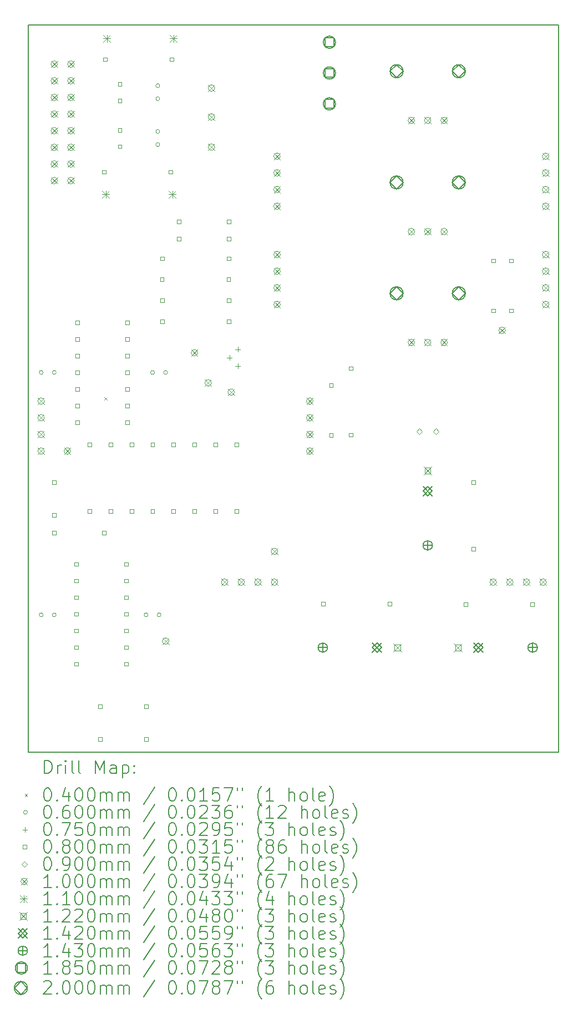
<source format=gbr>
%TF.GenerationSoftware,KiCad,Pcbnew,8.0.2-1*%
%TF.CreationDate,2024-05-07T18:45:24+02:00*%
%TF.ProjectId,scribble,73637269-6262-46c6-952e-6b696361645f,rev?*%
%TF.SameCoordinates,Original*%
%TF.FileFunction,Drillmap*%
%TF.FilePolarity,Positive*%
%FSLAX45Y45*%
G04 Gerber Fmt 4.5, Leading zero omitted, Abs format (unit mm)*
G04 Created by KiCad (PCBNEW 8.0.2-1) date 2024-05-07 18:45:24*
%MOMM*%
%LPD*%
G01*
G04 APERTURE LIST*
%ADD10C,0.200000*%
%ADD11C,0.100000*%
%ADD12C,0.110000*%
%ADD13C,0.122000*%
%ADD14C,0.142000*%
%ADD15C,0.143000*%
%ADD16C,0.185000*%
G04 APERTURE END LIST*
D10*
X5000000Y-5000000D02*
X13100000Y-5000000D01*
X13100000Y-16100000D01*
X5000000Y-16100000D01*
X5000000Y-5000000D01*
D11*
X6167500Y-10680000D02*
X6207500Y-10720000D01*
X6207500Y-10680000D02*
X6167500Y-10720000D01*
X5230000Y-10300000D02*
G75*
G02*
X5170000Y-10300000I-30000J0D01*
G01*
X5170000Y-10300000D02*
G75*
G02*
X5230000Y-10300000I30000J0D01*
G01*
X5230000Y-14000000D02*
G75*
G02*
X5170000Y-14000000I-30000J0D01*
G01*
X5170000Y-14000000D02*
G75*
G02*
X5230000Y-14000000I30000J0D01*
G01*
X5430000Y-10300000D02*
G75*
G02*
X5370000Y-10300000I-30000J0D01*
G01*
X5370000Y-10300000D02*
G75*
G02*
X5430000Y-10300000I30000J0D01*
G01*
X5430000Y-14000000D02*
G75*
G02*
X5370000Y-14000000I-30000J0D01*
G01*
X5370000Y-14000000D02*
G75*
G02*
X5430000Y-14000000I30000J0D01*
G01*
X6830000Y-14000000D02*
G75*
G02*
X6770000Y-14000000I-30000J0D01*
G01*
X6770000Y-14000000D02*
G75*
G02*
X6830000Y-14000000I30000J0D01*
G01*
X6930000Y-10300000D02*
G75*
G02*
X6870000Y-10300000I-30000J0D01*
G01*
X6870000Y-10300000D02*
G75*
G02*
X6930000Y-10300000I30000J0D01*
G01*
X7010000Y-5922740D02*
G75*
G02*
X6950000Y-5922740I-30000J0D01*
G01*
X6950000Y-5922740D02*
G75*
G02*
X7010000Y-5922740I30000J0D01*
G01*
X7010000Y-6122740D02*
G75*
G02*
X6950000Y-6122740I-30000J0D01*
G01*
X6950000Y-6122740D02*
G75*
G02*
X7010000Y-6122740I30000J0D01*
G01*
X7010000Y-6622740D02*
G75*
G02*
X6950000Y-6622740I-30000J0D01*
G01*
X6950000Y-6622740D02*
G75*
G02*
X7010000Y-6622740I30000J0D01*
G01*
X7010000Y-6822740D02*
G75*
G02*
X6950000Y-6822740I-30000J0D01*
G01*
X6950000Y-6822740D02*
G75*
G02*
X7010000Y-6822740I30000J0D01*
G01*
X7030000Y-14000000D02*
G75*
G02*
X6970000Y-14000000I-30000J0D01*
G01*
X6970000Y-14000000D02*
G75*
G02*
X7030000Y-14000000I30000J0D01*
G01*
X7130000Y-10300000D02*
G75*
G02*
X7070000Y-10300000I-30000J0D01*
G01*
X7070000Y-10300000D02*
G75*
G02*
X7130000Y-10300000I30000J0D01*
G01*
X8073000Y-10035500D02*
X8073000Y-10110500D01*
X8035500Y-10073000D02*
X8110500Y-10073000D01*
X8200000Y-9908500D02*
X8200000Y-9983500D01*
X8162500Y-9946000D02*
X8237500Y-9946000D01*
X8200000Y-10162500D02*
X8200000Y-10237500D01*
X8162500Y-10200000D02*
X8237500Y-10200000D01*
X5428285Y-12003284D02*
X5428285Y-11946715D01*
X5371716Y-11946715D01*
X5371716Y-12003284D01*
X5428285Y-12003284D01*
X5428285Y-12503284D02*
X5428285Y-12446715D01*
X5371716Y-12446715D01*
X5371716Y-12503284D01*
X5428285Y-12503284D01*
X5428285Y-12778284D02*
X5428285Y-12721715D01*
X5371716Y-12721715D01*
X5371716Y-12778284D01*
X5428285Y-12778284D01*
X5766284Y-13254284D02*
X5766284Y-13197715D01*
X5709715Y-13197715D01*
X5709715Y-13254284D01*
X5766284Y-13254284D01*
X5766284Y-13508284D02*
X5766284Y-13451715D01*
X5709715Y-13451715D01*
X5709715Y-13508284D01*
X5766284Y-13508284D01*
X5766284Y-13762284D02*
X5766284Y-13705715D01*
X5709715Y-13705715D01*
X5709715Y-13762284D01*
X5766284Y-13762284D01*
X5766284Y-14016284D02*
X5766284Y-13959715D01*
X5709715Y-13959715D01*
X5709715Y-14016284D01*
X5766284Y-14016284D01*
X5766284Y-14270284D02*
X5766284Y-14213715D01*
X5709715Y-14213715D01*
X5709715Y-14270284D01*
X5766284Y-14270284D01*
X5766284Y-14524284D02*
X5766284Y-14467715D01*
X5709715Y-14467715D01*
X5709715Y-14524284D01*
X5766284Y-14524284D01*
X5766284Y-14778284D02*
X5766284Y-14721715D01*
X5709715Y-14721715D01*
X5709715Y-14778284D01*
X5766284Y-14778284D01*
X5778284Y-9565785D02*
X5778284Y-9509216D01*
X5721715Y-9509216D01*
X5721715Y-9565785D01*
X5778284Y-9565785D01*
X5778284Y-9819785D02*
X5778284Y-9763216D01*
X5721715Y-9763216D01*
X5721715Y-9819785D01*
X5778284Y-9819785D01*
X5778284Y-10073785D02*
X5778284Y-10017216D01*
X5721715Y-10017216D01*
X5721715Y-10073785D01*
X5778284Y-10073785D01*
X5778284Y-10327785D02*
X5778284Y-10271216D01*
X5721715Y-10271216D01*
X5721715Y-10327785D01*
X5778284Y-10327785D01*
X5778284Y-10581785D02*
X5778284Y-10525216D01*
X5721715Y-10525216D01*
X5721715Y-10581785D01*
X5778284Y-10581785D01*
X5778284Y-10835785D02*
X5778284Y-10779216D01*
X5721715Y-10779216D01*
X5721715Y-10835785D01*
X5778284Y-10835785D01*
X5778284Y-11089785D02*
X5778284Y-11033216D01*
X5721715Y-11033216D01*
X5721715Y-11089785D01*
X5778284Y-11089785D01*
X5968284Y-11430284D02*
X5968284Y-11373715D01*
X5911715Y-11373715D01*
X5911715Y-11430284D01*
X5968284Y-11430284D01*
X5968284Y-12446284D02*
X5968284Y-12389715D01*
X5911715Y-12389715D01*
X5911715Y-12446284D01*
X5968284Y-12446284D01*
X6128284Y-15428284D02*
X6128284Y-15371715D01*
X6071715Y-15371715D01*
X6071715Y-15428284D01*
X6128284Y-15428284D01*
X6128284Y-15928284D02*
X6128284Y-15871715D01*
X6071715Y-15871715D01*
X6071715Y-15928284D01*
X6128284Y-15928284D01*
X6185284Y-7268284D02*
X6185284Y-7211715D01*
X6128715Y-7211715D01*
X6128715Y-7268284D01*
X6185284Y-7268284D01*
X6190284Y-12778284D02*
X6190284Y-12721715D01*
X6133715Y-12721715D01*
X6133715Y-12778284D01*
X6190284Y-12778284D01*
X6205284Y-5548285D02*
X6205284Y-5491716D01*
X6148715Y-5491716D01*
X6148715Y-5548285D01*
X6205284Y-5548285D01*
X6288284Y-11430284D02*
X6288284Y-11373715D01*
X6231715Y-11373715D01*
X6231715Y-11430284D01*
X6288284Y-11430284D01*
X6288284Y-12446284D02*
X6288284Y-12389715D01*
X6231715Y-12389715D01*
X6231715Y-12446284D01*
X6288284Y-12446284D01*
X6428284Y-5928284D02*
X6428284Y-5871715D01*
X6371715Y-5871715D01*
X6371715Y-5928284D01*
X6428284Y-5928284D01*
X6428284Y-6178284D02*
X6428284Y-6121715D01*
X6371715Y-6121715D01*
X6371715Y-6178284D01*
X6428284Y-6178284D01*
X6428284Y-6628284D02*
X6428284Y-6571715D01*
X6371715Y-6571715D01*
X6371715Y-6628284D01*
X6428284Y-6628284D01*
X6428284Y-6878284D02*
X6428284Y-6821715D01*
X6371715Y-6821715D01*
X6371715Y-6878284D01*
X6428284Y-6878284D01*
X6528284Y-13254284D02*
X6528284Y-13197715D01*
X6471715Y-13197715D01*
X6471715Y-13254284D01*
X6528284Y-13254284D01*
X6528284Y-13508284D02*
X6528284Y-13451715D01*
X6471715Y-13451715D01*
X6471715Y-13508284D01*
X6528284Y-13508284D01*
X6528284Y-13762284D02*
X6528284Y-13705715D01*
X6471715Y-13705715D01*
X6471715Y-13762284D01*
X6528284Y-13762284D01*
X6528284Y-14016284D02*
X6528284Y-13959715D01*
X6471715Y-13959715D01*
X6471715Y-14016284D01*
X6528284Y-14016284D01*
X6528284Y-14270284D02*
X6528284Y-14213715D01*
X6471715Y-14213715D01*
X6471715Y-14270284D01*
X6528284Y-14270284D01*
X6528284Y-14524284D02*
X6528284Y-14467715D01*
X6471715Y-14467715D01*
X6471715Y-14524284D01*
X6528284Y-14524284D01*
X6528284Y-14778284D02*
X6528284Y-14721715D01*
X6471715Y-14721715D01*
X6471715Y-14778284D01*
X6528284Y-14778284D01*
X6540284Y-9565785D02*
X6540284Y-9509216D01*
X6483715Y-9509216D01*
X6483715Y-9565785D01*
X6540284Y-9565785D01*
X6540284Y-9819785D02*
X6540284Y-9763216D01*
X6483715Y-9763216D01*
X6483715Y-9819785D01*
X6540284Y-9819785D01*
X6540284Y-10073785D02*
X6540284Y-10017216D01*
X6483715Y-10017216D01*
X6483715Y-10073785D01*
X6540284Y-10073785D01*
X6540284Y-10327785D02*
X6540284Y-10271216D01*
X6483715Y-10271216D01*
X6483715Y-10327785D01*
X6540284Y-10327785D01*
X6540284Y-10581785D02*
X6540284Y-10525216D01*
X6483715Y-10525216D01*
X6483715Y-10581785D01*
X6540284Y-10581785D01*
X6540284Y-10835785D02*
X6540284Y-10779216D01*
X6483715Y-10779216D01*
X6483715Y-10835785D01*
X6540284Y-10835785D01*
X6540284Y-11089785D02*
X6540284Y-11033216D01*
X6483715Y-11033216D01*
X6483715Y-11089785D01*
X6540284Y-11089785D01*
X6608284Y-11430284D02*
X6608284Y-11373715D01*
X6551715Y-11373715D01*
X6551715Y-11430284D01*
X6608284Y-11430284D01*
X6608284Y-12446284D02*
X6608284Y-12389715D01*
X6551715Y-12389715D01*
X6551715Y-12446284D01*
X6608284Y-12446284D01*
X6828284Y-15428284D02*
X6828284Y-15371715D01*
X6771715Y-15371715D01*
X6771715Y-15428284D01*
X6828284Y-15428284D01*
X6828284Y-15928284D02*
X6828284Y-15871715D01*
X6771715Y-15871715D01*
X6771715Y-15928284D01*
X6828284Y-15928284D01*
X6928284Y-11430284D02*
X6928284Y-11373715D01*
X6871715Y-11373715D01*
X6871715Y-11430284D01*
X6928284Y-11430284D01*
X6928284Y-12446284D02*
X6928284Y-12389715D01*
X6871715Y-12389715D01*
X6871715Y-12446284D01*
X6928284Y-12446284D01*
X7072284Y-8908285D02*
X7072284Y-8851716D01*
X7015715Y-8851716D01*
X7015715Y-8908285D01*
X7072284Y-8908285D01*
X7075284Y-8588285D02*
X7075284Y-8531716D01*
X7018715Y-8531716D01*
X7018715Y-8588285D01*
X7075284Y-8588285D01*
X7075284Y-9228285D02*
X7075284Y-9171716D01*
X7018715Y-9171716D01*
X7018715Y-9228285D01*
X7075284Y-9228285D01*
X7075284Y-9548285D02*
X7075284Y-9491716D01*
X7018715Y-9491716D01*
X7018715Y-9548285D01*
X7075284Y-9548285D01*
X7201284Y-7268284D02*
X7201284Y-7211715D01*
X7144715Y-7211715D01*
X7144715Y-7268284D01*
X7201284Y-7268284D01*
X7221284Y-5548285D02*
X7221284Y-5491716D01*
X7164715Y-5491716D01*
X7164715Y-5548285D01*
X7221284Y-5548285D01*
X7248284Y-11430284D02*
X7248284Y-11373715D01*
X7191715Y-11373715D01*
X7191715Y-11430284D01*
X7248284Y-11430284D01*
X7248284Y-12446284D02*
X7248284Y-12389715D01*
X7191715Y-12389715D01*
X7191715Y-12446284D01*
X7248284Y-12446284D01*
X7328284Y-8028284D02*
X7328284Y-7971715D01*
X7271715Y-7971715D01*
X7271715Y-8028284D01*
X7328284Y-8028284D01*
X7328284Y-8288284D02*
X7328284Y-8231715D01*
X7271715Y-8231715D01*
X7271715Y-8288284D01*
X7328284Y-8288284D01*
X7568284Y-11430284D02*
X7568284Y-11373715D01*
X7511715Y-11373715D01*
X7511715Y-11430284D01*
X7568284Y-11430284D01*
X7568284Y-12446284D02*
X7568284Y-12389715D01*
X7511715Y-12389715D01*
X7511715Y-12446284D01*
X7568284Y-12446284D01*
X7888284Y-11430284D02*
X7888284Y-11373715D01*
X7831715Y-11373715D01*
X7831715Y-11430284D01*
X7888284Y-11430284D01*
X7888284Y-12446284D02*
X7888284Y-12389715D01*
X7831715Y-12389715D01*
X7831715Y-12446284D01*
X7888284Y-12446284D01*
X8088284Y-8908285D02*
X8088284Y-8851716D01*
X8031715Y-8851716D01*
X8031715Y-8908285D01*
X8088284Y-8908285D01*
X8090284Y-8028284D02*
X8090284Y-7971715D01*
X8033715Y-7971715D01*
X8033715Y-8028284D01*
X8090284Y-8028284D01*
X8090284Y-8288284D02*
X8090284Y-8231715D01*
X8033715Y-8231715D01*
X8033715Y-8288284D01*
X8090284Y-8288284D01*
X8091284Y-8588285D02*
X8091284Y-8531716D01*
X8034715Y-8531716D01*
X8034715Y-8588285D01*
X8091284Y-8588285D01*
X8091284Y-9228285D02*
X8091284Y-9171716D01*
X8034715Y-9171716D01*
X8034715Y-9228285D01*
X8091284Y-9228285D01*
X8091284Y-9548285D02*
X8091284Y-9491716D01*
X8034715Y-9491716D01*
X8034715Y-9548285D01*
X8091284Y-9548285D01*
X8208284Y-11430284D02*
X8208284Y-11373715D01*
X8151715Y-11373715D01*
X8151715Y-11430284D01*
X8208284Y-11430284D01*
X8208284Y-12446284D02*
X8208284Y-12389715D01*
X8151715Y-12389715D01*
X8151715Y-12446284D01*
X8208284Y-12446284D01*
X9530285Y-13858284D02*
X9530285Y-13801715D01*
X9473716Y-13801715D01*
X9473716Y-13858284D01*
X9530285Y-13858284D01*
X9653285Y-10522285D02*
X9653285Y-10465716D01*
X9596716Y-10465716D01*
X9596716Y-10522285D01*
X9653285Y-10522285D01*
X9653285Y-11284284D02*
X9653285Y-11227715D01*
X9596716Y-11227715D01*
X9596716Y-11284284D01*
X9653285Y-11284284D01*
X9953285Y-10265285D02*
X9953285Y-10208716D01*
X9896716Y-10208716D01*
X9896716Y-10265285D01*
X9953285Y-10265285D01*
X9953285Y-11281284D02*
X9953285Y-11224715D01*
X9896716Y-11224715D01*
X9896716Y-11281284D01*
X9953285Y-11281284D01*
X10546285Y-13858284D02*
X10546285Y-13801715D01*
X10489716Y-13801715D01*
X10489716Y-13858284D01*
X10546285Y-13858284D01*
X11710284Y-13868284D02*
X11710284Y-13811715D01*
X11653715Y-13811715D01*
X11653715Y-13868284D01*
X11710284Y-13868284D01*
X11828284Y-12005284D02*
X11828284Y-11948715D01*
X11771715Y-11948715D01*
X11771715Y-12005284D01*
X11828284Y-12005284D01*
X11828284Y-13021284D02*
X11828284Y-12964715D01*
X11771715Y-12964715D01*
X11771715Y-13021284D01*
X11828284Y-13021284D01*
X12128284Y-8622285D02*
X12128284Y-8565716D01*
X12071715Y-8565716D01*
X12071715Y-8622285D01*
X12128284Y-8622285D01*
X12128284Y-9384285D02*
X12128284Y-9327716D01*
X12071715Y-9327716D01*
X12071715Y-9384285D01*
X12128284Y-9384285D01*
X12403284Y-8622285D02*
X12403284Y-8565716D01*
X12346715Y-8565716D01*
X12346715Y-8622285D01*
X12403284Y-8622285D01*
X12403284Y-9384285D02*
X12403284Y-9327716D01*
X12346715Y-9327716D01*
X12346715Y-9384285D01*
X12403284Y-9384285D01*
X12726284Y-13868284D02*
X12726284Y-13811715D01*
X12669715Y-13811715D01*
X12669715Y-13868284D01*
X12726284Y-13868284D01*
X10971000Y-11245000D02*
X11016000Y-11200000D01*
X10971000Y-11155000D01*
X10926000Y-11200000D01*
X10971000Y-11245000D01*
X11225000Y-11245000D02*
X11270000Y-11200000D01*
X11225000Y-11155000D01*
X11180000Y-11200000D01*
X11225000Y-11245000D01*
X5150000Y-10688000D02*
X5250000Y-10788000D01*
X5250000Y-10688000D02*
X5150000Y-10788000D01*
X5250000Y-10738000D02*
G75*
G02*
X5150000Y-10738000I-50000J0D01*
G01*
X5150000Y-10738000D02*
G75*
G02*
X5250000Y-10738000I50000J0D01*
G01*
X5150000Y-10942000D02*
X5250000Y-11042000D01*
X5250000Y-10942000D02*
X5150000Y-11042000D01*
X5250000Y-10992000D02*
G75*
G02*
X5150000Y-10992000I-50000J0D01*
G01*
X5150000Y-10992000D02*
G75*
G02*
X5250000Y-10992000I50000J0D01*
G01*
X5150000Y-11196000D02*
X5250000Y-11296000D01*
X5250000Y-11196000D02*
X5150000Y-11296000D01*
X5250000Y-11246000D02*
G75*
G02*
X5150000Y-11246000I-50000J0D01*
G01*
X5150000Y-11246000D02*
G75*
G02*
X5250000Y-11246000I50000J0D01*
G01*
X5150000Y-11450000D02*
X5250000Y-11550000D01*
X5250000Y-11450000D02*
X5150000Y-11550000D01*
X5250000Y-11500000D02*
G75*
G02*
X5150000Y-11500000I-50000J0D01*
G01*
X5150000Y-11500000D02*
G75*
G02*
X5250000Y-11500000I50000J0D01*
G01*
X5350000Y-5544000D02*
X5450000Y-5644000D01*
X5450000Y-5544000D02*
X5350000Y-5644000D01*
X5450000Y-5594000D02*
G75*
G02*
X5350000Y-5594000I-50000J0D01*
G01*
X5350000Y-5594000D02*
G75*
G02*
X5450000Y-5594000I50000J0D01*
G01*
X5350000Y-5798000D02*
X5450000Y-5898000D01*
X5450000Y-5798000D02*
X5350000Y-5898000D01*
X5450000Y-5848000D02*
G75*
G02*
X5350000Y-5848000I-50000J0D01*
G01*
X5350000Y-5848000D02*
G75*
G02*
X5450000Y-5848000I50000J0D01*
G01*
X5350000Y-6052000D02*
X5450000Y-6152000D01*
X5450000Y-6052000D02*
X5350000Y-6152000D01*
X5450000Y-6102000D02*
G75*
G02*
X5350000Y-6102000I-50000J0D01*
G01*
X5350000Y-6102000D02*
G75*
G02*
X5450000Y-6102000I50000J0D01*
G01*
X5350000Y-6306000D02*
X5450000Y-6406000D01*
X5450000Y-6306000D02*
X5350000Y-6406000D01*
X5450000Y-6356000D02*
G75*
G02*
X5350000Y-6356000I-50000J0D01*
G01*
X5350000Y-6356000D02*
G75*
G02*
X5450000Y-6356000I50000J0D01*
G01*
X5350000Y-6560000D02*
X5450000Y-6660000D01*
X5450000Y-6560000D02*
X5350000Y-6660000D01*
X5450000Y-6610000D02*
G75*
G02*
X5350000Y-6610000I-50000J0D01*
G01*
X5350000Y-6610000D02*
G75*
G02*
X5450000Y-6610000I50000J0D01*
G01*
X5350000Y-6814000D02*
X5450000Y-6914000D01*
X5450000Y-6814000D02*
X5350000Y-6914000D01*
X5450000Y-6864000D02*
G75*
G02*
X5350000Y-6864000I-50000J0D01*
G01*
X5350000Y-6864000D02*
G75*
G02*
X5450000Y-6864000I50000J0D01*
G01*
X5350000Y-7068000D02*
X5450000Y-7168000D01*
X5450000Y-7068000D02*
X5350000Y-7168000D01*
X5450000Y-7118000D02*
G75*
G02*
X5350000Y-7118000I-50000J0D01*
G01*
X5350000Y-7118000D02*
G75*
G02*
X5450000Y-7118000I50000J0D01*
G01*
X5350000Y-7322000D02*
X5450000Y-7422000D01*
X5450000Y-7322000D02*
X5350000Y-7422000D01*
X5450000Y-7372000D02*
G75*
G02*
X5350000Y-7372000I-50000J0D01*
G01*
X5350000Y-7372000D02*
G75*
G02*
X5450000Y-7372000I50000J0D01*
G01*
X5550000Y-11450000D02*
X5650000Y-11550000D01*
X5650000Y-11450000D02*
X5550000Y-11550000D01*
X5650000Y-11500000D02*
G75*
G02*
X5550000Y-11500000I-50000J0D01*
G01*
X5550000Y-11500000D02*
G75*
G02*
X5650000Y-11500000I50000J0D01*
G01*
X5604000Y-5544000D02*
X5704000Y-5644000D01*
X5704000Y-5544000D02*
X5604000Y-5644000D01*
X5704000Y-5594000D02*
G75*
G02*
X5604000Y-5594000I-50000J0D01*
G01*
X5604000Y-5594000D02*
G75*
G02*
X5704000Y-5594000I50000J0D01*
G01*
X5604000Y-5798000D02*
X5704000Y-5898000D01*
X5704000Y-5798000D02*
X5604000Y-5898000D01*
X5704000Y-5848000D02*
G75*
G02*
X5604000Y-5848000I-50000J0D01*
G01*
X5604000Y-5848000D02*
G75*
G02*
X5704000Y-5848000I50000J0D01*
G01*
X5604000Y-6052000D02*
X5704000Y-6152000D01*
X5704000Y-6052000D02*
X5604000Y-6152000D01*
X5704000Y-6102000D02*
G75*
G02*
X5604000Y-6102000I-50000J0D01*
G01*
X5604000Y-6102000D02*
G75*
G02*
X5704000Y-6102000I50000J0D01*
G01*
X5604000Y-6306000D02*
X5704000Y-6406000D01*
X5704000Y-6306000D02*
X5604000Y-6406000D01*
X5704000Y-6356000D02*
G75*
G02*
X5604000Y-6356000I-50000J0D01*
G01*
X5604000Y-6356000D02*
G75*
G02*
X5704000Y-6356000I50000J0D01*
G01*
X5604000Y-6560000D02*
X5704000Y-6660000D01*
X5704000Y-6560000D02*
X5604000Y-6660000D01*
X5704000Y-6610000D02*
G75*
G02*
X5604000Y-6610000I-50000J0D01*
G01*
X5604000Y-6610000D02*
G75*
G02*
X5704000Y-6610000I50000J0D01*
G01*
X5604000Y-6814000D02*
X5704000Y-6914000D01*
X5704000Y-6814000D02*
X5604000Y-6914000D01*
X5704000Y-6864000D02*
G75*
G02*
X5604000Y-6864000I-50000J0D01*
G01*
X5604000Y-6864000D02*
G75*
G02*
X5704000Y-6864000I50000J0D01*
G01*
X5604000Y-7068000D02*
X5704000Y-7168000D01*
X5704000Y-7068000D02*
X5604000Y-7168000D01*
X5704000Y-7118000D02*
G75*
G02*
X5604000Y-7118000I-50000J0D01*
G01*
X5604000Y-7118000D02*
G75*
G02*
X5704000Y-7118000I50000J0D01*
G01*
X5604000Y-7322000D02*
X5704000Y-7422000D01*
X5704000Y-7322000D02*
X5604000Y-7422000D01*
X5704000Y-7372000D02*
G75*
G02*
X5604000Y-7372000I-50000J0D01*
G01*
X5604000Y-7372000D02*
G75*
G02*
X5704000Y-7372000I50000J0D01*
G01*
X7050000Y-14350000D02*
X7150000Y-14450000D01*
X7150000Y-14350000D02*
X7050000Y-14450000D01*
X7150000Y-14400000D02*
G75*
G02*
X7050000Y-14400000I-50000J0D01*
G01*
X7050000Y-14400000D02*
G75*
G02*
X7150000Y-14400000I50000J0D01*
G01*
X7490000Y-9950000D02*
X7590000Y-10050000D01*
X7590000Y-9950000D02*
X7490000Y-10050000D01*
X7590000Y-10000000D02*
G75*
G02*
X7490000Y-10000000I-50000J0D01*
G01*
X7490000Y-10000000D02*
G75*
G02*
X7590000Y-10000000I50000J0D01*
G01*
X7700000Y-10410000D02*
X7800000Y-10510000D01*
X7800000Y-10410000D02*
X7700000Y-10510000D01*
X7800000Y-10460000D02*
G75*
G02*
X7700000Y-10460000I-50000J0D01*
G01*
X7700000Y-10460000D02*
G75*
G02*
X7800000Y-10460000I50000J0D01*
G01*
X7750000Y-5910000D02*
X7850000Y-6010000D01*
X7850000Y-5910000D02*
X7750000Y-6010000D01*
X7850000Y-5960000D02*
G75*
G02*
X7750000Y-5960000I-50000J0D01*
G01*
X7750000Y-5960000D02*
G75*
G02*
X7850000Y-5960000I50000J0D01*
G01*
X7750000Y-6350000D02*
X7850000Y-6450000D01*
X7850000Y-6350000D02*
X7750000Y-6450000D01*
X7850000Y-6400000D02*
G75*
G02*
X7750000Y-6400000I-50000J0D01*
G01*
X7750000Y-6400000D02*
G75*
G02*
X7850000Y-6400000I50000J0D01*
G01*
X7750000Y-6810000D02*
X7850000Y-6910000D01*
X7850000Y-6810000D02*
X7750000Y-6910000D01*
X7850000Y-6860000D02*
G75*
G02*
X7750000Y-6860000I-50000J0D01*
G01*
X7750000Y-6860000D02*
G75*
G02*
X7850000Y-6860000I50000J0D01*
G01*
X7950000Y-13450000D02*
X8050000Y-13550000D01*
X8050000Y-13450000D02*
X7950000Y-13550000D01*
X8050000Y-13500000D02*
G75*
G02*
X7950000Y-13500000I-50000J0D01*
G01*
X7950000Y-13500000D02*
G75*
G02*
X8050000Y-13500000I50000J0D01*
G01*
X8050000Y-10550000D02*
X8150000Y-10650000D01*
X8150000Y-10550000D02*
X8050000Y-10650000D01*
X8150000Y-10600000D02*
G75*
G02*
X8050000Y-10600000I-50000J0D01*
G01*
X8050000Y-10600000D02*
G75*
G02*
X8150000Y-10600000I50000J0D01*
G01*
X8204000Y-13450000D02*
X8304000Y-13550000D01*
X8304000Y-13450000D02*
X8204000Y-13550000D01*
X8304000Y-13500000D02*
G75*
G02*
X8204000Y-13500000I-50000J0D01*
G01*
X8204000Y-13500000D02*
G75*
G02*
X8304000Y-13500000I50000J0D01*
G01*
X8458000Y-13450000D02*
X8558000Y-13550000D01*
X8558000Y-13450000D02*
X8458000Y-13550000D01*
X8558000Y-13500000D02*
G75*
G02*
X8458000Y-13500000I-50000J0D01*
G01*
X8458000Y-13500000D02*
G75*
G02*
X8558000Y-13500000I50000J0D01*
G01*
X8710000Y-12980000D02*
X8810000Y-13080000D01*
X8810000Y-12980000D02*
X8710000Y-13080000D01*
X8810000Y-13030000D02*
G75*
G02*
X8710000Y-13030000I-50000J0D01*
G01*
X8710000Y-13030000D02*
G75*
G02*
X8810000Y-13030000I50000J0D01*
G01*
X8712000Y-13450000D02*
X8812000Y-13550000D01*
X8812000Y-13450000D02*
X8712000Y-13550000D01*
X8812000Y-13500000D02*
G75*
G02*
X8712000Y-13500000I-50000J0D01*
G01*
X8712000Y-13500000D02*
G75*
G02*
X8812000Y-13500000I50000J0D01*
G01*
X8750000Y-6950000D02*
X8850000Y-7050000D01*
X8850000Y-6950000D02*
X8750000Y-7050000D01*
X8850000Y-7000000D02*
G75*
G02*
X8750000Y-7000000I-50000J0D01*
G01*
X8750000Y-7000000D02*
G75*
G02*
X8850000Y-7000000I50000J0D01*
G01*
X8750000Y-7204000D02*
X8850000Y-7304000D01*
X8850000Y-7204000D02*
X8750000Y-7304000D01*
X8850000Y-7254000D02*
G75*
G02*
X8750000Y-7254000I-50000J0D01*
G01*
X8750000Y-7254000D02*
G75*
G02*
X8850000Y-7254000I50000J0D01*
G01*
X8750000Y-7458000D02*
X8850000Y-7558000D01*
X8850000Y-7458000D02*
X8750000Y-7558000D01*
X8850000Y-7508000D02*
G75*
G02*
X8750000Y-7508000I-50000J0D01*
G01*
X8750000Y-7508000D02*
G75*
G02*
X8850000Y-7508000I50000J0D01*
G01*
X8750000Y-7712000D02*
X8850000Y-7812000D01*
X8850000Y-7712000D02*
X8750000Y-7812000D01*
X8850000Y-7762000D02*
G75*
G02*
X8750000Y-7762000I-50000J0D01*
G01*
X8750000Y-7762000D02*
G75*
G02*
X8850000Y-7762000I50000J0D01*
G01*
X8750000Y-8450000D02*
X8850000Y-8550000D01*
X8850000Y-8450000D02*
X8750000Y-8550000D01*
X8850000Y-8500000D02*
G75*
G02*
X8750000Y-8500000I-50000J0D01*
G01*
X8750000Y-8500000D02*
G75*
G02*
X8850000Y-8500000I50000J0D01*
G01*
X8750000Y-8704000D02*
X8850000Y-8804000D01*
X8850000Y-8704000D02*
X8750000Y-8804000D01*
X8850000Y-8754000D02*
G75*
G02*
X8750000Y-8754000I-50000J0D01*
G01*
X8750000Y-8754000D02*
G75*
G02*
X8850000Y-8754000I50000J0D01*
G01*
X8750000Y-8958000D02*
X8850000Y-9058000D01*
X8850000Y-8958000D02*
X8750000Y-9058000D01*
X8850000Y-9008000D02*
G75*
G02*
X8750000Y-9008000I-50000J0D01*
G01*
X8750000Y-9008000D02*
G75*
G02*
X8850000Y-9008000I50000J0D01*
G01*
X8750000Y-9212000D02*
X8850000Y-9312000D01*
X8850000Y-9212000D02*
X8750000Y-9312000D01*
X8850000Y-9262000D02*
G75*
G02*
X8750000Y-9262000I-50000J0D01*
G01*
X8750000Y-9262000D02*
G75*
G02*
X8850000Y-9262000I50000J0D01*
G01*
X9250000Y-10688000D02*
X9350000Y-10788000D01*
X9350000Y-10688000D02*
X9250000Y-10788000D01*
X9350000Y-10738000D02*
G75*
G02*
X9250000Y-10738000I-50000J0D01*
G01*
X9250000Y-10738000D02*
G75*
G02*
X9350000Y-10738000I50000J0D01*
G01*
X9250000Y-10942000D02*
X9350000Y-11042000D01*
X9350000Y-10942000D02*
X9250000Y-11042000D01*
X9350000Y-10992000D02*
G75*
G02*
X9250000Y-10992000I-50000J0D01*
G01*
X9250000Y-10992000D02*
G75*
G02*
X9350000Y-10992000I50000J0D01*
G01*
X9250000Y-11196000D02*
X9350000Y-11296000D01*
X9350000Y-11196000D02*
X9250000Y-11296000D01*
X9350000Y-11246000D02*
G75*
G02*
X9250000Y-11246000I-50000J0D01*
G01*
X9250000Y-11246000D02*
G75*
G02*
X9350000Y-11246000I50000J0D01*
G01*
X9250000Y-11450000D02*
X9350000Y-11550000D01*
X9350000Y-11450000D02*
X9250000Y-11550000D01*
X9350000Y-11500000D02*
G75*
G02*
X9250000Y-11500000I-50000J0D01*
G01*
X9250000Y-11500000D02*
G75*
G02*
X9350000Y-11500000I50000J0D01*
G01*
X10800000Y-6402500D02*
X10900000Y-6502500D01*
X10900000Y-6402500D02*
X10800000Y-6502500D01*
X10900000Y-6452500D02*
G75*
G02*
X10800000Y-6452500I-50000J0D01*
G01*
X10800000Y-6452500D02*
G75*
G02*
X10900000Y-6452500I50000J0D01*
G01*
X10800000Y-8100000D02*
X10900000Y-8200000D01*
X10900000Y-8100000D02*
X10800000Y-8200000D01*
X10900000Y-8150000D02*
G75*
G02*
X10800000Y-8150000I-50000J0D01*
G01*
X10800000Y-8150000D02*
G75*
G02*
X10900000Y-8150000I50000J0D01*
G01*
X10800000Y-9792500D02*
X10900000Y-9892500D01*
X10900000Y-9792500D02*
X10800000Y-9892500D01*
X10900000Y-9842500D02*
G75*
G02*
X10800000Y-9842500I-50000J0D01*
G01*
X10800000Y-9842500D02*
G75*
G02*
X10900000Y-9842500I50000J0D01*
G01*
X11050000Y-6402500D02*
X11150000Y-6502500D01*
X11150000Y-6402500D02*
X11050000Y-6502500D01*
X11150000Y-6452500D02*
G75*
G02*
X11050000Y-6452500I-50000J0D01*
G01*
X11050000Y-6452500D02*
G75*
G02*
X11150000Y-6452500I50000J0D01*
G01*
X11050000Y-8100000D02*
X11150000Y-8200000D01*
X11150000Y-8100000D02*
X11050000Y-8200000D01*
X11150000Y-8150000D02*
G75*
G02*
X11050000Y-8150000I-50000J0D01*
G01*
X11050000Y-8150000D02*
G75*
G02*
X11150000Y-8150000I50000J0D01*
G01*
X11050000Y-9792500D02*
X11150000Y-9892500D01*
X11150000Y-9792500D02*
X11050000Y-9892500D01*
X11150000Y-9842500D02*
G75*
G02*
X11050000Y-9842500I-50000J0D01*
G01*
X11050000Y-9842500D02*
G75*
G02*
X11150000Y-9842500I50000J0D01*
G01*
X11300000Y-6402500D02*
X11400000Y-6502500D01*
X11400000Y-6402500D02*
X11300000Y-6502500D01*
X11400000Y-6452500D02*
G75*
G02*
X11300000Y-6452500I-50000J0D01*
G01*
X11300000Y-6452500D02*
G75*
G02*
X11400000Y-6452500I50000J0D01*
G01*
X11300000Y-8100000D02*
X11400000Y-8200000D01*
X11400000Y-8100000D02*
X11300000Y-8200000D01*
X11400000Y-8150000D02*
G75*
G02*
X11300000Y-8150000I-50000J0D01*
G01*
X11300000Y-8150000D02*
G75*
G02*
X11400000Y-8150000I50000J0D01*
G01*
X11300000Y-9792500D02*
X11400000Y-9892500D01*
X11400000Y-9792500D02*
X11300000Y-9892500D01*
X11400000Y-9842500D02*
G75*
G02*
X11300000Y-9842500I-50000J0D01*
G01*
X11300000Y-9842500D02*
G75*
G02*
X11400000Y-9842500I50000J0D01*
G01*
X12050000Y-13450000D02*
X12150000Y-13550000D01*
X12150000Y-13450000D02*
X12050000Y-13550000D01*
X12150000Y-13500000D02*
G75*
G02*
X12050000Y-13500000I-50000J0D01*
G01*
X12050000Y-13500000D02*
G75*
G02*
X12150000Y-13500000I50000J0D01*
G01*
X12185000Y-9607000D02*
X12285000Y-9707000D01*
X12285000Y-9607000D02*
X12185000Y-9707000D01*
X12285000Y-9657000D02*
G75*
G02*
X12185000Y-9657000I-50000J0D01*
G01*
X12185000Y-9657000D02*
G75*
G02*
X12285000Y-9657000I50000J0D01*
G01*
X12304000Y-13450000D02*
X12404000Y-13550000D01*
X12404000Y-13450000D02*
X12304000Y-13550000D01*
X12404000Y-13500000D02*
G75*
G02*
X12304000Y-13500000I-50000J0D01*
G01*
X12304000Y-13500000D02*
G75*
G02*
X12404000Y-13500000I50000J0D01*
G01*
X12558000Y-13450000D02*
X12658000Y-13550000D01*
X12658000Y-13450000D02*
X12558000Y-13550000D01*
X12658000Y-13500000D02*
G75*
G02*
X12558000Y-13500000I-50000J0D01*
G01*
X12558000Y-13500000D02*
G75*
G02*
X12658000Y-13500000I50000J0D01*
G01*
X12812000Y-13450000D02*
X12912000Y-13550000D01*
X12912000Y-13450000D02*
X12812000Y-13550000D01*
X12912000Y-13500000D02*
G75*
G02*
X12812000Y-13500000I-50000J0D01*
G01*
X12812000Y-13500000D02*
G75*
G02*
X12912000Y-13500000I50000J0D01*
G01*
X12850000Y-6950000D02*
X12950000Y-7050000D01*
X12950000Y-6950000D02*
X12850000Y-7050000D01*
X12950000Y-7000000D02*
G75*
G02*
X12850000Y-7000000I-50000J0D01*
G01*
X12850000Y-7000000D02*
G75*
G02*
X12950000Y-7000000I50000J0D01*
G01*
X12850000Y-7204000D02*
X12950000Y-7304000D01*
X12950000Y-7204000D02*
X12850000Y-7304000D01*
X12950000Y-7254000D02*
G75*
G02*
X12850000Y-7254000I-50000J0D01*
G01*
X12850000Y-7254000D02*
G75*
G02*
X12950000Y-7254000I50000J0D01*
G01*
X12850000Y-7458000D02*
X12950000Y-7558000D01*
X12950000Y-7458000D02*
X12850000Y-7558000D01*
X12950000Y-7508000D02*
G75*
G02*
X12850000Y-7508000I-50000J0D01*
G01*
X12850000Y-7508000D02*
G75*
G02*
X12950000Y-7508000I50000J0D01*
G01*
X12850000Y-7712000D02*
X12950000Y-7812000D01*
X12950000Y-7712000D02*
X12850000Y-7812000D01*
X12950000Y-7762000D02*
G75*
G02*
X12850000Y-7762000I-50000J0D01*
G01*
X12850000Y-7762000D02*
G75*
G02*
X12950000Y-7762000I50000J0D01*
G01*
X12850000Y-8450000D02*
X12950000Y-8550000D01*
X12950000Y-8450000D02*
X12850000Y-8550000D01*
X12950000Y-8500000D02*
G75*
G02*
X12850000Y-8500000I-50000J0D01*
G01*
X12850000Y-8500000D02*
G75*
G02*
X12950000Y-8500000I50000J0D01*
G01*
X12850000Y-8704000D02*
X12950000Y-8804000D01*
X12950000Y-8704000D02*
X12850000Y-8804000D01*
X12950000Y-8754000D02*
G75*
G02*
X12850000Y-8754000I-50000J0D01*
G01*
X12850000Y-8754000D02*
G75*
G02*
X12950000Y-8754000I50000J0D01*
G01*
X12850000Y-8958000D02*
X12950000Y-9058000D01*
X12950000Y-8958000D02*
X12850000Y-9058000D01*
X12950000Y-9008000D02*
G75*
G02*
X12850000Y-9008000I-50000J0D01*
G01*
X12850000Y-9008000D02*
G75*
G02*
X12950000Y-9008000I50000J0D01*
G01*
X12850000Y-9212000D02*
X12950000Y-9312000D01*
X12950000Y-9212000D02*
X12850000Y-9312000D01*
X12950000Y-9262000D02*
G75*
G02*
X12850000Y-9262000I-50000J0D01*
G01*
X12850000Y-9262000D02*
G75*
G02*
X12950000Y-9262000I50000J0D01*
G01*
D12*
X6132000Y-7525000D02*
X6242000Y-7635000D01*
X6242000Y-7525000D02*
X6132000Y-7635000D01*
X6187000Y-7525000D02*
X6187000Y-7635000D01*
X6132000Y-7580000D02*
X6242000Y-7580000D01*
X6150000Y-5145000D02*
X6260000Y-5255000D01*
X6260000Y-5145000D02*
X6150000Y-5255000D01*
X6205000Y-5145000D02*
X6205000Y-5255000D01*
X6150000Y-5200000D02*
X6260000Y-5200000D01*
X7148000Y-7525000D02*
X7258000Y-7635000D01*
X7258000Y-7525000D02*
X7148000Y-7635000D01*
X7203000Y-7525000D02*
X7203000Y-7635000D01*
X7148000Y-7580000D02*
X7258000Y-7580000D01*
X7166000Y-5145000D02*
X7276000Y-5255000D01*
X7276000Y-5145000D02*
X7166000Y-5255000D01*
X7221000Y-5145000D02*
X7221000Y-5255000D01*
X7166000Y-5200000D02*
X7276000Y-5200000D01*
D13*
X10577000Y-14439000D02*
X10699000Y-14561000D01*
X10699000Y-14439000D02*
X10577000Y-14561000D01*
X10681134Y-14543134D02*
X10681134Y-14456866D01*
X10594866Y-14456866D01*
X10594866Y-14543134D01*
X10681134Y-14543134D01*
X11039000Y-11739000D02*
X11161000Y-11861000D01*
X11161000Y-11739000D02*
X11039000Y-11861000D01*
X11143134Y-11843134D02*
X11143134Y-11756866D01*
X11056866Y-11756866D01*
X11056866Y-11843134D01*
X11143134Y-11843134D01*
X11501000Y-14439000D02*
X11623000Y-14561000D01*
X11623000Y-14439000D02*
X11501000Y-14561000D01*
X11605134Y-14543134D02*
X11605134Y-14456866D01*
X11518866Y-14456866D01*
X11518866Y-14543134D01*
X11605134Y-14543134D01*
D14*
X10257000Y-14429000D02*
X10399000Y-14571000D01*
X10399000Y-14429000D02*
X10257000Y-14571000D01*
X10328000Y-14571000D02*
X10399000Y-14500000D01*
X10328000Y-14429000D01*
X10257000Y-14500000D01*
X10328000Y-14571000D01*
X11029000Y-12039000D02*
X11171000Y-12181000D01*
X11171000Y-12039000D02*
X11029000Y-12181000D01*
X11100000Y-12181000D02*
X11171000Y-12110000D01*
X11100000Y-12039000D01*
X11029000Y-12110000D01*
X11100000Y-12181000D01*
X11801000Y-14429000D02*
X11943000Y-14571000D01*
X11943000Y-14429000D02*
X11801000Y-14571000D01*
X11872000Y-14571000D02*
X11943000Y-14500000D01*
X11872000Y-14429000D01*
X11801000Y-14500000D01*
X11872000Y-14571000D01*
D15*
X9498000Y-14428500D02*
X9498000Y-14571500D01*
X9426500Y-14500000D02*
X9569500Y-14500000D01*
X9569500Y-14500000D02*
G75*
G02*
X9426500Y-14500000I-71500J0D01*
G01*
X9426500Y-14500000D02*
G75*
G02*
X9569500Y-14500000I71500J0D01*
G01*
X11100000Y-12868500D02*
X11100000Y-13011500D01*
X11028500Y-12940000D02*
X11171500Y-12940000D01*
X11171500Y-12940000D02*
G75*
G02*
X11028500Y-12940000I-71500J0D01*
G01*
X11028500Y-12940000D02*
G75*
G02*
X11171500Y-12940000I71500J0D01*
G01*
X12702000Y-14428500D02*
X12702000Y-14571500D01*
X12630500Y-14500000D02*
X12773500Y-14500000D01*
X12773500Y-14500000D02*
G75*
G02*
X12630500Y-14500000I-71500J0D01*
G01*
X12630500Y-14500000D02*
G75*
G02*
X12773500Y-14500000I71500J0D01*
G01*
D16*
X9665408Y-5325408D02*
X9665408Y-5194592D01*
X9534592Y-5194592D01*
X9534592Y-5325408D01*
X9665408Y-5325408D01*
X9692500Y-5260000D02*
G75*
G02*
X9507500Y-5260000I-92500J0D01*
G01*
X9507500Y-5260000D02*
G75*
G02*
X9692500Y-5260000I92500J0D01*
G01*
X9665408Y-5795408D02*
X9665408Y-5664592D01*
X9534592Y-5664592D01*
X9534592Y-5795408D01*
X9665408Y-5795408D01*
X9692500Y-5730000D02*
G75*
G02*
X9507500Y-5730000I-92500J0D01*
G01*
X9507500Y-5730000D02*
G75*
G02*
X9692500Y-5730000I92500J0D01*
G01*
X9665408Y-6265408D02*
X9665408Y-6134592D01*
X9534592Y-6134592D01*
X9534592Y-6265408D01*
X9665408Y-6265408D01*
X9692500Y-6200000D02*
G75*
G02*
X9507500Y-6200000I-92500J0D01*
G01*
X9507500Y-6200000D02*
G75*
G02*
X9692500Y-6200000I92500J0D01*
G01*
D10*
X10625000Y-5802500D02*
X10725000Y-5702500D01*
X10625000Y-5602500D01*
X10525000Y-5702500D01*
X10625000Y-5802500D01*
X10725000Y-5702500D02*
G75*
G02*
X10525000Y-5702500I-100000J0D01*
G01*
X10525000Y-5702500D02*
G75*
G02*
X10725000Y-5702500I100000J0D01*
G01*
X10625000Y-7500000D02*
X10725000Y-7400000D01*
X10625000Y-7300000D01*
X10525000Y-7400000D01*
X10625000Y-7500000D01*
X10725000Y-7400000D02*
G75*
G02*
X10525000Y-7400000I-100000J0D01*
G01*
X10525000Y-7400000D02*
G75*
G02*
X10725000Y-7400000I100000J0D01*
G01*
X10625000Y-9192500D02*
X10725000Y-9092500D01*
X10625000Y-8992500D01*
X10525000Y-9092500D01*
X10625000Y-9192500D01*
X10725000Y-9092500D02*
G75*
G02*
X10525000Y-9092500I-100000J0D01*
G01*
X10525000Y-9092500D02*
G75*
G02*
X10725000Y-9092500I100000J0D01*
G01*
X11575000Y-5802500D02*
X11675000Y-5702500D01*
X11575000Y-5602500D01*
X11475000Y-5702500D01*
X11575000Y-5802500D01*
X11675000Y-5702500D02*
G75*
G02*
X11475000Y-5702500I-100000J0D01*
G01*
X11475000Y-5702500D02*
G75*
G02*
X11675000Y-5702500I100000J0D01*
G01*
X11575000Y-7500000D02*
X11675000Y-7400000D01*
X11575000Y-7300000D01*
X11475000Y-7400000D01*
X11575000Y-7500000D01*
X11675000Y-7400000D02*
G75*
G02*
X11475000Y-7400000I-100000J0D01*
G01*
X11475000Y-7400000D02*
G75*
G02*
X11675000Y-7400000I100000J0D01*
G01*
X11575000Y-9192500D02*
X11675000Y-9092500D01*
X11575000Y-8992500D01*
X11475000Y-9092500D01*
X11575000Y-9192500D01*
X11675000Y-9092500D02*
G75*
G02*
X11475000Y-9092500I-100000J0D01*
G01*
X11475000Y-9092500D02*
G75*
G02*
X11675000Y-9092500I100000J0D01*
G01*
X5250777Y-16421484D02*
X5250777Y-16221484D01*
X5250777Y-16221484D02*
X5298396Y-16221484D01*
X5298396Y-16221484D02*
X5326967Y-16231008D01*
X5326967Y-16231008D02*
X5346015Y-16250055D01*
X5346015Y-16250055D02*
X5355539Y-16269103D01*
X5355539Y-16269103D02*
X5365063Y-16307198D01*
X5365063Y-16307198D02*
X5365063Y-16335769D01*
X5365063Y-16335769D02*
X5355539Y-16373865D01*
X5355539Y-16373865D02*
X5346015Y-16392912D01*
X5346015Y-16392912D02*
X5326967Y-16411960D01*
X5326967Y-16411960D02*
X5298396Y-16421484D01*
X5298396Y-16421484D02*
X5250777Y-16421484D01*
X5450777Y-16421484D02*
X5450777Y-16288150D01*
X5450777Y-16326246D02*
X5460301Y-16307198D01*
X5460301Y-16307198D02*
X5469824Y-16297674D01*
X5469824Y-16297674D02*
X5488872Y-16288150D01*
X5488872Y-16288150D02*
X5507920Y-16288150D01*
X5574586Y-16421484D02*
X5574586Y-16288150D01*
X5574586Y-16221484D02*
X5565063Y-16231008D01*
X5565063Y-16231008D02*
X5574586Y-16240531D01*
X5574586Y-16240531D02*
X5584110Y-16231008D01*
X5584110Y-16231008D02*
X5574586Y-16221484D01*
X5574586Y-16221484D02*
X5574586Y-16240531D01*
X5698396Y-16421484D02*
X5679348Y-16411960D01*
X5679348Y-16411960D02*
X5669824Y-16392912D01*
X5669824Y-16392912D02*
X5669824Y-16221484D01*
X5803158Y-16421484D02*
X5784110Y-16411960D01*
X5784110Y-16411960D02*
X5774586Y-16392912D01*
X5774586Y-16392912D02*
X5774586Y-16221484D01*
X6031729Y-16421484D02*
X6031729Y-16221484D01*
X6031729Y-16221484D02*
X6098396Y-16364341D01*
X6098396Y-16364341D02*
X6165062Y-16221484D01*
X6165062Y-16221484D02*
X6165062Y-16421484D01*
X6346015Y-16421484D02*
X6346015Y-16316722D01*
X6346015Y-16316722D02*
X6336491Y-16297674D01*
X6336491Y-16297674D02*
X6317443Y-16288150D01*
X6317443Y-16288150D02*
X6279348Y-16288150D01*
X6279348Y-16288150D02*
X6260301Y-16297674D01*
X6346015Y-16411960D02*
X6326967Y-16421484D01*
X6326967Y-16421484D02*
X6279348Y-16421484D01*
X6279348Y-16421484D02*
X6260301Y-16411960D01*
X6260301Y-16411960D02*
X6250777Y-16392912D01*
X6250777Y-16392912D02*
X6250777Y-16373865D01*
X6250777Y-16373865D02*
X6260301Y-16354817D01*
X6260301Y-16354817D02*
X6279348Y-16345293D01*
X6279348Y-16345293D02*
X6326967Y-16345293D01*
X6326967Y-16345293D02*
X6346015Y-16335769D01*
X6441253Y-16288150D02*
X6441253Y-16488150D01*
X6441253Y-16297674D02*
X6460301Y-16288150D01*
X6460301Y-16288150D02*
X6498396Y-16288150D01*
X6498396Y-16288150D02*
X6517443Y-16297674D01*
X6517443Y-16297674D02*
X6526967Y-16307198D01*
X6526967Y-16307198D02*
X6536491Y-16326246D01*
X6536491Y-16326246D02*
X6536491Y-16383388D01*
X6536491Y-16383388D02*
X6526967Y-16402436D01*
X6526967Y-16402436D02*
X6517443Y-16411960D01*
X6517443Y-16411960D02*
X6498396Y-16421484D01*
X6498396Y-16421484D02*
X6460301Y-16421484D01*
X6460301Y-16421484D02*
X6441253Y-16411960D01*
X6622205Y-16402436D02*
X6631729Y-16411960D01*
X6631729Y-16411960D02*
X6622205Y-16421484D01*
X6622205Y-16421484D02*
X6612682Y-16411960D01*
X6612682Y-16411960D02*
X6622205Y-16402436D01*
X6622205Y-16402436D02*
X6622205Y-16421484D01*
X6622205Y-16297674D02*
X6631729Y-16307198D01*
X6631729Y-16307198D02*
X6622205Y-16316722D01*
X6622205Y-16316722D02*
X6612682Y-16307198D01*
X6612682Y-16307198D02*
X6622205Y-16297674D01*
X6622205Y-16297674D02*
X6622205Y-16316722D01*
D11*
X4950000Y-16730000D02*
X4990000Y-16770000D01*
X4990000Y-16730000D02*
X4950000Y-16770000D01*
D10*
X5288872Y-16641484D02*
X5307920Y-16641484D01*
X5307920Y-16641484D02*
X5326967Y-16651008D01*
X5326967Y-16651008D02*
X5336491Y-16660531D01*
X5336491Y-16660531D02*
X5346015Y-16679579D01*
X5346015Y-16679579D02*
X5355539Y-16717674D01*
X5355539Y-16717674D02*
X5355539Y-16765293D01*
X5355539Y-16765293D02*
X5346015Y-16803389D01*
X5346015Y-16803389D02*
X5336491Y-16822436D01*
X5336491Y-16822436D02*
X5326967Y-16831960D01*
X5326967Y-16831960D02*
X5307920Y-16841484D01*
X5307920Y-16841484D02*
X5288872Y-16841484D01*
X5288872Y-16841484D02*
X5269824Y-16831960D01*
X5269824Y-16831960D02*
X5260301Y-16822436D01*
X5260301Y-16822436D02*
X5250777Y-16803389D01*
X5250777Y-16803389D02*
X5241253Y-16765293D01*
X5241253Y-16765293D02*
X5241253Y-16717674D01*
X5241253Y-16717674D02*
X5250777Y-16679579D01*
X5250777Y-16679579D02*
X5260301Y-16660531D01*
X5260301Y-16660531D02*
X5269824Y-16651008D01*
X5269824Y-16651008D02*
X5288872Y-16641484D01*
X5441253Y-16822436D02*
X5450777Y-16831960D01*
X5450777Y-16831960D02*
X5441253Y-16841484D01*
X5441253Y-16841484D02*
X5431729Y-16831960D01*
X5431729Y-16831960D02*
X5441253Y-16822436D01*
X5441253Y-16822436D02*
X5441253Y-16841484D01*
X5622205Y-16708150D02*
X5622205Y-16841484D01*
X5574586Y-16631960D02*
X5526967Y-16774817D01*
X5526967Y-16774817D02*
X5650777Y-16774817D01*
X5765062Y-16641484D02*
X5784110Y-16641484D01*
X5784110Y-16641484D02*
X5803158Y-16651008D01*
X5803158Y-16651008D02*
X5812682Y-16660531D01*
X5812682Y-16660531D02*
X5822205Y-16679579D01*
X5822205Y-16679579D02*
X5831729Y-16717674D01*
X5831729Y-16717674D02*
X5831729Y-16765293D01*
X5831729Y-16765293D02*
X5822205Y-16803389D01*
X5822205Y-16803389D02*
X5812682Y-16822436D01*
X5812682Y-16822436D02*
X5803158Y-16831960D01*
X5803158Y-16831960D02*
X5784110Y-16841484D01*
X5784110Y-16841484D02*
X5765062Y-16841484D01*
X5765062Y-16841484D02*
X5746015Y-16831960D01*
X5746015Y-16831960D02*
X5736491Y-16822436D01*
X5736491Y-16822436D02*
X5726967Y-16803389D01*
X5726967Y-16803389D02*
X5717443Y-16765293D01*
X5717443Y-16765293D02*
X5717443Y-16717674D01*
X5717443Y-16717674D02*
X5726967Y-16679579D01*
X5726967Y-16679579D02*
X5736491Y-16660531D01*
X5736491Y-16660531D02*
X5746015Y-16651008D01*
X5746015Y-16651008D02*
X5765062Y-16641484D01*
X5955539Y-16641484D02*
X5974586Y-16641484D01*
X5974586Y-16641484D02*
X5993634Y-16651008D01*
X5993634Y-16651008D02*
X6003158Y-16660531D01*
X6003158Y-16660531D02*
X6012682Y-16679579D01*
X6012682Y-16679579D02*
X6022205Y-16717674D01*
X6022205Y-16717674D02*
X6022205Y-16765293D01*
X6022205Y-16765293D02*
X6012682Y-16803389D01*
X6012682Y-16803389D02*
X6003158Y-16822436D01*
X6003158Y-16822436D02*
X5993634Y-16831960D01*
X5993634Y-16831960D02*
X5974586Y-16841484D01*
X5974586Y-16841484D02*
X5955539Y-16841484D01*
X5955539Y-16841484D02*
X5936491Y-16831960D01*
X5936491Y-16831960D02*
X5926967Y-16822436D01*
X5926967Y-16822436D02*
X5917443Y-16803389D01*
X5917443Y-16803389D02*
X5907920Y-16765293D01*
X5907920Y-16765293D02*
X5907920Y-16717674D01*
X5907920Y-16717674D02*
X5917443Y-16679579D01*
X5917443Y-16679579D02*
X5926967Y-16660531D01*
X5926967Y-16660531D02*
X5936491Y-16651008D01*
X5936491Y-16651008D02*
X5955539Y-16641484D01*
X6107920Y-16841484D02*
X6107920Y-16708150D01*
X6107920Y-16727198D02*
X6117443Y-16717674D01*
X6117443Y-16717674D02*
X6136491Y-16708150D01*
X6136491Y-16708150D02*
X6165063Y-16708150D01*
X6165063Y-16708150D02*
X6184110Y-16717674D01*
X6184110Y-16717674D02*
X6193634Y-16736722D01*
X6193634Y-16736722D02*
X6193634Y-16841484D01*
X6193634Y-16736722D02*
X6203158Y-16717674D01*
X6203158Y-16717674D02*
X6222205Y-16708150D01*
X6222205Y-16708150D02*
X6250777Y-16708150D01*
X6250777Y-16708150D02*
X6269824Y-16717674D01*
X6269824Y-16717674D02*
X6279348Y-16736722D01*
X6279348Y-16736722D02*
X6279348Y-16841484D01*
X6374586Y-16841484D02*
X6374586Y-16708150D01*
X6374586Y-16727198D02*
X6384110Y-16717674D01*
X6384110Y-16717674D02*
X6403158Y-16708150D01*
X6403158Y-16708150D02*
X6431729Y-16708150D01*
X6431729Y-16708150D02*
X6450777Y-16717674D01*
X6450777Y-16717674D02*
X6460301Y-16736722D01*
X6460301Y-16736722D02*
X6460301Y-16841484D01*
X6460301Y-16736722D02*
X6469824Y-16717674D01*
X6469824Y-16717674D02*
X6488872Y-16708150D01*
X6488872Y-16708150D02*
X6517443Y-16708150D01*
X6517443Y-16708150D02*
X6536491Y-16717674D01*
X6536491Y-16717674D02*
X6546015Y-16736722D01*
X6546015Y-16736722D02*
X6546015Y-16841484D01*
X6936491Y-16631960D02*
X6765063Y-16889103D01*
X7193634Y-16641484D02*
X7212682Y-16641484D01*
X7212682Y-16641484D02*
X7231729Y-16651008D01*
X7231729Y-16651008D02*
X7241253Y-16660531D01*
X7241253Y-16660531D02*
X7250777Y-16679579D01*
X7250777Y-16679579D02*
X7260301Y-16717674D01*
X7260301Y-16717674D02*
X7260301Y-16765293D01*
X7260301Y-16765293D02*
X7250777Y-16803389D01*
X7250777Y-16803389D02*
X7241253Y-16822436D01*
X7241253Y-16822436D02*
X7231729Y-16831960D01*
X7231729Y-16831960D02*
X7212682Y-16841484D01*
X7212682Y-16841484D02*
X7193634Y-16841484D01*
X7193634Y-16841484D02*
X7174586Y-16831960D01*
X7174586Y-16831960D02*
X7165063Y-16822436D01*
X7165063Y-16822436D02*
X7155539Y-16803389D01*
X7155539Y-16803389D02*
X7146015Y-16765293D01*
X7146015Y-16765293D02*
X7146015Y-16717674D01*
X7146015Y-16717674D02*
X7155539Y-16679579D01*
X7155539Y-16679579D02*
X7165063Y-16660531D01*
X7165063Y-16660531D02*
X7174586Y-16651008D01*
X7174586Y-16651008D02*
X7193634Y-16641484D01*
X7346015Y-16822436D02*
X7355539Y-16831960D01*
X7355539Y-16831960D02*
X7346015Y-16841484D01*
X7346015Y-16841484D02*
X7336491Y-16831960D01*
X7336491Y-16831960D02*
X7346015Y-16822436D01*
X7346015Y-16822436D02*
X7346015Y-16841484D01*
X7479348Y-16641484D02*
X7498396Y-16641484D01*
X7498396Y-16641484D02*
X7517444Y-16651008D01*
X7517444Y-16651008D02*
X7526967Y-16660531D01*
X7526967Y-16660531D02*
X7536491Y-16679579D01*
X7536491Y-16679579D02*
X7546015Y-16717674D01*
X7546015Y-16717674D02*
X7546015Y-16765293D01*
X7546015Y-16765293D02*
X7536491Y-16803389D01*
X7536491Y-16803389D02*
X7526967Y-16822436D01*
X7526967Y-16822436D02*
X7517444Y-16831960D01*
X7517444Y-16831960D02*
X7498396Y-16841484D01*
X7498396Y-16841484D02*
X7479348Y-16841484D01*
X7479348Y-16841484D02*
X7460301Y-16831960D01*
X7460301Y-16831960D02*
X7450777Y-16822436D01*
X7450777Y-16822436D02*
X7441253Y-16803389D01*
X7441253Y-16803389D02*
X7431729Y-16765293D01*
X7431729Y-16765293D02*
X7431729Y-16717674D01*
X7431729Y-16717674D02*
X7441253Y-16679579D01*
X7441253Y-16679579D02*
X7450777Y-16660531D01*
X7450777Y-16660531D02*
X7460301Y-16651008D01*
X7460301Y-16651008D02*
X7479348Y-16641484D01*
X7736491Y-16841484D02*
X7622206Y-16841484D01*
X7679348Y-16841484D02*
X7679348Y-16641484D01*
X7679348Y-16641484D02*
X7660301Y-16670055D01*
X7660301Y-16670055D02*
X7641253Y-16689103D01*
X7641253Y-16689103D02*
X7622206Y-16698627D01*
X7917444Y-16641484D02*
X7822206Y-16641484D01*
X7822206Y-16641484D02*
X7812682Y-16736722D01*
X7812682Y-16736722D02*
X7822206Y-16727198D01*
X7822206Y-16727198D02*
X7841253Y-16717674D01*
X7841253Y-16717674D02*
X7888872Y-16717674D01*
X7888872Y-16717674D02*
X7907920Y-16727198D01*
X7907920Y-16727198D02*
X7917444Y-16736722D01*
X7917444Y-16736722D02*
X7926967Y-16755769D01*
X7926967Y-16755769D02*
X7926967Y-16803389D01*
X7926967Y-16803389D02*
X7917444Y-16822436D01*
X7917444Y-16822436D02*
X7907920Y-16831960D01*
X7907920Y-16831960D02*
X7888872Y-16841484D01*
X7888872Y-16841484D02*
X7841253Y-16841484D01*
X7841253Y-16841484D02*
X7822206Y-16831960D01*
X7822206Y-16831960D02*
X7812682Y-16822436D01*
X7993634Y-16641484D02*
X8126967Y-16641484D01*
X8126967Y-16641484D02*
X8041253Y-16841484D01*
X8193634Y-16641484D02*
X8193634Y-16679579D01*
X8269825Y-16641484D02*
X8269825Y-16679579D01*
X8565063Y-16917674D02*
X8555539Y-16908150D01*
X8555539Y-16908150D02*
X8536491Y-16879579D01*
X8536491Y-16879579D02*
X8526968Y-16860531D01*
X8526968Y-16860531D02*
X8517444Y-16831960D01*
X8517444Y-16831960D02*
X8507920Y-16784341D01*
X8507920Y-16784341D02*
X8507920Y-16746246D01*
X8507920Y-16746246D02*
X8517444Y-16698627D01*
X8517444Y-16698627D02*
X8526968Y-16670055D01*
X8526968Y-16670055D02*
X8536491Y-16651008D01*
X8536491Y-16651008D02*
X8555539Y-16622436D01*
X8555539Y-16622436D02*
X8565063Y-16612912D01*
X8746015Y-16841484D02*
X8631730Y-16841484D01*
X8688872Y-16841484D02*
X8688872Y-16641484D01*
X8688872Y-16641484D02*
X8669825Y-16670055D01*
X8669825Y-16670055D02*
X8650777Y-16689103D01*
X8650777Y-16689103D02*
X8631730Y-16698627D01*
X8984111Y-16841484D02*
X8984111Y-16641484D01*
X9069825Y-16841484D02*
X9069825Y-16736722D01*
X9069825Y-16736722D02*
X9060301Y-16717674D01*
X9060301Y-16717674D02*
X9041253Y-16708150D01*
X9041253Y-16708150D02*
X9012682Y-16708150D01*
X9012682Y-16708150D02*
X8993634Y-16717674D01*
X8993634Y-16717674D02*
X8984111Y-16727198D01*
X9193634Y-16841484D02*
X9174587Y-16831960D01*
X9174587Y-16831960D02*
X9165063Y-16822436D01*
X9165063Y-16822436D02*
X9155539Y-16803389D01*
X9155539Y-16803389D02*
X9155539Y-16746246D01*
X9155539Y-16746246D02*
X9165063Y-16727198D01*
X9165063Y-16727198D02*
X9174587Y-16717674D01*
X9174587Y-16717674D02*
X9193634Y-16708150D01*
X9193634Y-16708150D02*
X9222206Y-16708150D01*
X9222206Y-16708150D02*
X9241253Y-16717674D01*
X9241253Y-16717674D02*
X9250777Y-16727198D01*
X9250777Y-16727198D02*
X9260301Y-16746246D01*
X9260301Y-16746246D02*
X9260301Y-16803389D01*
X9260301Y-16803389D02*
X9250777Y-16822436D01*
X9250777Y-16822436D02*
X9241253Y-16831960D01*
X9241253Y-16831960D02*
X9222206Y-16841484D01*
X9222206Y-16841484D02*
X9193634Y-16841484D01*
X9374587Y-16841484D02*
X9355539Y-16831960D01*
X9355539Y-16831960D02*
X9346015Y-16812912D01*
X9346015Y-16812912D02*
X9346015Y-16641484D01*
X9526968Y-16831960D02*
X9507920Y-16841484D01*
X9507920Y-16841484D02*
X9469825Y-16841484D01*
X9469825Y-16841484D02*
X9450777Y-16831960D01*
X9450777Y-16831960D02*
X9441253Y-16812912D01*
X9441253Y-16812912D02*
X9441253Y-16736722D01*
X9441253Y-16736722D02*
X9450777Y-16717674D01*
X9450777Y-16717674D02*
X9469825Y-16708150D01*
X9469825Y-16708150D02*
X9507920Y-16708150D01*
X9507920Y-16708150D02*
X9526968Y-16717674D01*
X9526968Y-16717674D02*
X9536492Y-16736722D01*
X9536492Y-16736722D02*
X9536492Y-16755769D01*
X9536492Y-16755769D02*
X9441253Y-16774817D01*
X9603158Y-16917674D02*
X9612682Y-16908150D01*
X9612682Y-16908150D02*
X9631730Y-16879579D01*
X9631730Y-16879579D02*
X9641253Y-16860531D01*
X9641253Y-16860531D02*
X9650777Y-16831960D01*
X9650777Y-16831960D02*
X9660301Y-16784341D01*
X9660301Y-16784341D02*
X9660301Y-16746246D01*
X9660301Y-16746246D02*
X9650777Y-16698627D01*
X9650777Y-16698627D02*
X9641253Y-16670055D01*
X9641253Y-16670055D02*
X9631730Y-16651008D01*
X9631730Y-16651008D02*
X9612682Y-16622436D01*
X9612682Y-16622436D02*
X9603158Y-16612912D01*
D11*
X4990000Y-17014000D02*
G75*
G02*
X4930000Y-17014000I-30000J0D01*
G01*
X4930000Y-17014000D02*
G75*
G02*
X4990000Y-17014000I30000J0D01*
G01*
D10*
X5288872Y-16905484D02*
X5307920Y-16905484D01*
X5307920Y-16905484D02*
X5326967Y-16915008D01*
X5326967Y-16915008D02*
X5336491Y-16924531D01*
X5336491Y-16924531D02*
X5346015Y-16943579D01*
X5346015Y-16943579D02*
X5355539Y-16981674D01*
X5355539Y-16981674D02*
X5355539Y-17029293D01*
X5355539Y-17029293D02*
X5346015Y-17067389D01*
X5346015Y-17067389D02*
X5336491Y-17086436D01*
X5336491Y-17086436D02*
X5326967Y-17095960D01*
X5326967Y-17095960D02*
X5307920Y-17105484D01*
X5307920Y-17105484D02*
X5288872Y-17105484D01*
X5288872Y-17105484D02*
X5269824Y-17095960D01*
X5269824Y-17095960D02*
X5260301Y-17086436D01*
X5260301Y-17086436D02*
X5250777Y-17067389D01*
X5250777Y-17067389D02*
X5241253Y-17029293D01*
X5241253Y-17029293D02*
X5241253Y-16981674D01*
X5241253Y-16981674D02*
X5250777Y-16943579D01*
X5250777Y-16943579D02*
X5260301Y-16924531D01*
X5260301Y-16924531D02*
X5269824Y-16915008D01*
X5269824Y-16915008D02*
X5288872Y-16905484D01*
X5441253Y-17086436D02*
X5450777Y-17095960D01*
X5450777Y-17095960D02*
X5441253Y-17105484D01*
X5441253Y-17105484D02*
X5431729Y-17095960D01*
X5431729Y-17095960D02*
X5441253Y-17086436D01*
X5441253Y-17086436D02*
X5441253Y-17105484D01*
X5622205Y-16905484D02*
X5584110Y-16905484D01*
X5584110Y-16905484D02*
X5565063Y-16915008D01*
X5565063Y-16915008D02*
X5555539Y-16924531D01*
X5555539Y-16924531D02*
X5536491Y-16953103D01*
X5536491Y-16953103D02*
X5526967Y-16991198D01*
X5526967Y-16991198D02*
X5526967Y-17067389D01*
X5526967Y-17067389D02*
X5536491Y-17086436D01*
X5536491Y-17086436D02*
X5546015Y-17095960D01*
X5546015Y-17095960D02*
X5565063Y-17105484D01*
X5565063Y-17105484D02*
X5603158Y-17105484D01*
X5603158Y-17105484D02*
X5622205Y-17095960D01*
X5622205Y-17095960D02*
X5631729Y-17086436D01*
X5631729Y-17086436D02*
X5641253Y-17067389D01*
X5641253Y-17067389D02*
X5641253Y-17019770D01*
X5641253Y-17019770D02*
X5631729Y-17000722D01*
X5631729Y-17000722D02*
X5622205Y-16991198D01*
X5622205Y-16991198D02*
X5603158Y-16981674D01*
X5603158Y-16981674D02*
X5565063Y-16981674D01*
X5565063Y-16981674D02*
X5546015Y-16991198D01*
X5546015Y-16991198D02*
X5536491Y-17000722D01*
X5536491Y-17000722D02*
X5526967Y-17019770D01*
X5765062Y-16905484D02*
X5784110Y-16905484D01*
X5784110Y-16905484D02*
X5803158Y-16915008D01*
X5803158Y-16915008D02*
X5812682Y-16924531D01*
X5812682Y-16924531D02*
X5822205Y-16943579D01*
X5822205Y-16943579D02*
X5831729Y-16981674D01*
X5831729Y-16981674D02*
X5831729Y-17029293D01*
X5831729Y-17029293D02*
X5822205Y-17067389D01*
X5822205Y-17067389D02*
X5812682Y-17086436D01*
X5812682Y-17086436D02*
X5803158Y-17095960D01*
X5803158Y-17095960D02*
X5784110Y-17105484D01*
X5784110Y-17105484D02*
X5765062Y-17105484D01*
X5765062Y-17105484D02*
X5746015Y-17095960D01*
X5746015Y-17095960D02*
X5736491Y-17086436D01*
X5736491Y-17086436D02*
X5726967Y-17067389D01*
X5726967Y-17067389D02*
X5717443Y-17029293D01*
X5717443Y-17029293D02*
X5717443Y-16981674D01*
X5717443Y-16981674D02*
X5726967Y-16943579D01*
X5726967Y-16943579D02*
X5736491Y-16924531D01*
X5736491Y-16924531D02*
X5746015Y-16915008D01*
X5746015Y-16915008D02*
X5765062Y-16905484D01*
X5955539Y-16905484D02*
X5974586Y-16905484D01*
X5974586Y-16905484D02*
X5993634Y-16915008D01*
X5993634Y-16915008D02*
X6003158Y-16924531D01*
X6003158Y-16924531D02*
X6012682Y-16943579D01*
X6012682Y-16943579D02*
X6022205Y-16981674D01*
X6022205Y-16981674D02*
X6022205Y-17029293D01*
X6022205Y-17029293D02*
X6012682Y-17067389D01*
X6012682Y-17067389D02*
X6003158Y-17086436D01*
X6003158Y-17086436D02*
X5993634Y-17095960D01*
X5993634Y-17095960D02*
X5974586Y-17105484D01*
X5974586Y-17105484D02*
X5955539Y-17105484D01*
X5955539Y-17105484D02*
X5936491Y-17095960D01*
X5936491Y-17095960D02*
X5926967Y-17086436D01*
X5926967Y-17086436D02*
X5917443Y-17067389D01*
X5917443Y-17067389D02*
X5907920Y-17029293D01*
X5907920Y-17029293D02*
X5907920Y-16981674D01*
X5907920Y-16981674D02*
X5917443Y-16943579D01*
X5917443Y-16943579D02*
X5926967Y-16924531D01*
X5926967Y-16924531D02*
X5936491Y-16915008D01*
X5936491Y-16915008D02*
X5955539Y-16905484D01*
X6107920Y-17105484D02*
X6107920Y-16972150D01*
X6107920Y-16991198D02*
X6117443Y-16981674D01*
X6117443Y-16981674D02*
X6136491Y-16972150D01*
X6136491Y-16972150D02*
X6165063Y-16972150D01*
X6165063Y-16972150D02*
X6184110Y-16981674D01*
X6184110Y-16981674D02*
X6193634Y-17000722D01*
X6193634Y-17000722D02*
X6193634Y-17105484D01*
X6193634Y-17000722D02*
X6203158Y-16981674D01*
X6203158Y-16981674D02*
X6222205Y-16972150D01*
X6222205Y-16972150D02*
X6250777Y-16972150D01*
X6250777Y-16972150D02*
X6269824Y-16981674D01*
X6269824Y-16981674D02*
X6279348Y-17000722D01*
X6279348Y-17000722D02*
X6279348Y-17105484D01*
X6374586Y-17105484D02*
X6374586Y-16972150D01*
X6374586Y-16991198D02*
X6384110Y-16981674D01*
X6384110Y-16981674D02*
X6403158Y-16972150D01*
X6403158Y-16972150D02*
X6431729Y-16972150D01*
X6431729Y-16972150D02*
X6450777Y-16981674D01*
X6450777Y-16981674D02*
X6460301Y-17000722D01*
X6460301Y-17000722D02*
X6460301Y-17105484D01*
X6460301Y-17000722D02*
X6469824Y-16981674D01*
X6469824Y-16981674D02*
X6488872Y-16972150D01*
X6488872Y-16972150D02*
X6517443Y-16972150D01*
X6517443Y-16972150D02*
X6536491Y-16981674D01*
X6536491Y-16981674D02*
X6546015Y-17000722D01*
X6546015Y-17000722D02*
X6546015Y-17105484D01*
X6936491Y-16895960D02*
X6765063Y-17153103D01*
X7193634Y-16905484D02*
X7212682Y-16905484D01*
X7212682Y-16905484D02*
X7231729Y-16915008D01*
X7231729Y-16915008D02*
X7241253Y-16924531D01*
X7241253Y-16924531D02*
X7250777Y-16943579D01*
X7250777Y-16943579D02*
X7260301Y-16981674D01*
X7260301Y-16981674D02*
X7260301Y-17029293D01*
X7260301Y-17029293D02*
X7250777Y-17067389D01*
X7250777Y-17067389D02*
X7241253Y-17086436D01*
X7241253Y-17086436D02*
X7231729Y-17095960D01*
X7231729Y-17095960D02*
X7212682Y-17105484D01*
X7212682Y-17105484D02*
X7193634Y-17105484D01*
X7193634Y-17105484D02*
X7174586Y-17095960D01*
X7174586Y-17095960D02*
X7165063Y-17086436D01*
X7165063Y-17086436D02*
X7155539Y-17067389D01*
X7155539Y-17067389D02*
X7146015Y-17029293D01*
X7146015Y-17029293D02*
X7146015Y-16981674D01*
X7146015Y-16981674D02*
X7155539Y-16943579D01*
X7155539Y-16943579D02*
X7165063Y-16924531D01*
X7165063Y-16924531D02*
X7174586Y-16915008D01*
X7174586Y-16915008D02*
X7193634Y-16905484D01*
X7346015Y-17086436D02*
X7355539Y-17095960D01*
X7355539Y-17095960D02*
X7346015Y-17105484D01*
X7346015Y-17105484D02*
X7336491Y-17095960D01*
X7336491Y-17095960D02*
X7346015Y-17086436D01*
X7346015Y-17086436D02*
X7346015Y-17105484D01*
X7479348Y-16905484D02*
X7498396Y-16905484D01*
X7498396Y-16905484D02*
X7517444Y-16915008D01*
X7517444Y-16915008D02*
X7526967Y-16924531D01*
X7526967Y-16924531D02*
X7536491Y-16943579D01*
X7536491Y-16943579D02*
X7546015Y-16981674D01*
X7546015Y-16981674D02*
X7546015Y-17029293D01*
X7546015Y-17029293D02*
X7536491Y-17067389D01*
X7536491Y-17067389D02*
X7526967Y-17086436D01*
X7526967Y-17086436D02*
X7517444Y-17095960D01*
X7517444Y-17095960D02*
X7498396Y-17105484D01*
X7498396Y-17105484D02*
X7479348Y-17105484D01*
X7479348Y-17105484D02*
X7460301Y-17095960D01*
X7460301Y-17095960D02*
X7450777Y-17086436D01*
X7450777Y-17086436D02*
X7441253Y-17067389D01*
X7441253Y-17067389D02*
X7431729Y-17029293D01*
X7431729Y-17029293D02*
X7431729Y-16981674D01*
X7431729Y-16981674D02*
X7441253Y-16943579D01*
X7441253Y-16943579D02*
X7450777Y-16924531D01*
X7450777Y-16924531D02*
X7460301Y-16915008D01*
X7460301Y-16915008D02*
X7479348Y-16905484D01*
X7622206Y-16924531D02*
X7631729Y-16915008D01*
X7631729Y-16915008D02*
X7650777Y-16905484D01*
X7650777Y-16905484D02*
X7698396Y-16905484D01*
X7698396Y-16905484D02*
X7717444Y-16915008D01*
X7717444Y-16915008D02*
X7726967Y-16924531D01*
X7726967Y-16924531D02*
X7736491Y-16943579D01*
X7736491Y-16943579D02*
X7736491Y-16962627D01*
X7736491Y-16962627D02*
X7726967Y-16991198D01*
X7726967Y-16991198D02*
X7612682Y-17105484D01*
X7612682Y-17105484D02*
X7736491Y-17105484D01*
X7803158Y-16905484D02*
X7926967Y-16905484D01*
X7926967Y-16905484D02*
X7860301Y-16981674D01*
X7860301Y-16981674D02*
X7888872Y-16981674D01*
X7888872Y-16981674D02*
X7907920Y-16991198D01*
X7907920Y-16991198D02*
X7917444Y-17000722D01*
X7917444Y-17000722D02*
X7926967Y-17019770D01*
X7926967Y-17019770D02*
X7926967Y-17067389D01*
X7926967Y-17067389D02*
X7917444Y-17086436D01*
X7917444Y-17086436D02*
X7907920Y-17095960D01*
X7907920Y-17095960D02*
X7888872Y-17105484D01*
X7888872Y-17105484D02*
X7831729Y-17105484D01*
X7831729Y-17105484D02*
X7812682Y-17095960D01*
X7812682Y-17095960D02*
X7803158Y-17086436D01*
X8098396Y-16905484D02*
X8060301Y-16905484D01*
X8060301Y-16905484D02*
X8041253Y-16915008D01*
X8041253Y-16915008D02*
X8031729Y-16924531D01*
X8031729Y-16924531D02*
X8012682Y-16953103D01*
X8012682Y-16953103D02*
X8003158Y-16991198D01*
X8003158Y-16991198D02*
X8003158Y-17067389D01*
X8003158Y-17067389D02*
X8012682Y-17086436D01*
X8012682Y-17086436D02*
X8022206Y-17095960D01*
X8022206Y-17095960D02*
X8041253Y-17105484D01*
X8041253Y-17105484D02*
X8079348Y-17105484D01*
X8079348Y-17105484D02*
X8098396Y-17095960D01*
X8098396Y-17095960D02*
X8107920Y-17086436D01*
X8107920Y-17086436D02*
X8117444Y-17067389D01*
X8117444Y-17067389D02*
X8117444Y-17019770D01*
X8117444Y-17019770D02*
X8107920Y-17000722D01*
X8107920Y-17000722D02*
X8098396Y-16991198D01*
X8098396Y-16991198D02*
X8079348Y-16981674D01*
X8079348Y-16981674D02*
X8041253Y-16981674D01*
X8041253Y-16981674D02*
X8022206Y-16991198D01*
X8022206Y-16991198D02*
X8012682Y-17000722D01*
X8012682Y-17000722D02*
X8003158Y-17019770D01*
X8193634Y-16905484D02*
X8193634Y-16943579D01*
X8269825Y-16905484D02*
X8269825Y-16943579D01*
X8565063Y-17181674D02*
X8555539Y-17172150D01*
X8555539Y-17172150D02*
X8536491Y-17143579D01*
X8536491Y-17143579D02*
X8526968Y-17124531D01*
X8526968Y-17124531D02*
X8517444Y-17095960D01*
X8517444Y-17095960D02*
X8507920Y-17048341D01*
X8507920Y-17048341D02*
X8507920Y-17010246D01*
X8507920Y-17010246D02*
X8517444Y-16962627D01*
X8517444Y-16962627D02*
X8526968Y-16934055D01*
X8526968Y-16934055D02*
X8536491Y-16915008D01*
X8536491Y-16915008D02*
X8555539Y-16886436D01*
X8555539Y-16886436D02*
X8565063Y-16876912D01*
X8746015Y-17105484D02*
X8631730Y-17105484D01*
X8688872Y-17105484D02*
X8688872Y-16905484D01*
X8688872Y-16905484D02*
X8669825Y-16934055D01*
X8669825Y-16934055D02*
X8650777Y-16953103D01*
X8650777Y-16953103D02*
X8631730Y-16962627D01*
X8822206Y-16924531D02*
X8831730Y-16915008D01*
X8831730Y-16915008D02*
X8850777Y-16905484D01*
X8850777Y-16905484D02*
X8898396Y-16905484D01*
X8898396Y-16905484D02*
X8917444Y-16915008D01*
X8917444Y-16915008D02*
X8926968Y-16924531D01*
X8926968Y-16924531D02*
X8936491Y-16943579D01*
X8936491Y-16943579D02*
X8936491Y-16962627D01*
X8936491Y-16962627D02*
X8926968Y-16991198D01*
X8926968Y-16991198D02*
X8812682Y-17105484D01*
X8812682Y-17105484D02*
X8936491Y-17105484D01*
X9174587Y-17105484D02*
X9174587Y-16905484D01*
X9260301Y-17105484D02*
X9260301Y-17000722D01*
X9260301Y-17000722D02*
X9250777Y-16981674D01*
X9250777Y-16981674D02*
X9231730Y-16972150D01*
X9231730Y-16972150D02*
X9203158Y-16972150D01*
X9203158Y-16972150D02*
X9184111Y-16981674D01*
X9184111Y-16981674D02*
X9174587Y-16991198D01*
X9384111Y-17105484D02*
X9365063Y-17095960D01*
X9365063Y-17095960D02*
X9355539Y-17086436D01*
X9355539Y-17086436D02*
X9346015Y-17067389D01*
X9346015Y-17067389D02*
X9346015Y-17010246D01*
X9346015Y-17010246D02*
X9355539Y-16991198D01*
X9355539Y-16991198D02*
X9365063Y-16981674D01*
X9365063Y-16981674D02*
X9384111Y-16972150D01*
X9384111Y-16972150D02*
X9412682Y-16972150D01*
X9412682Y-16972150D02*
X9431730Y-16981674D01*
X9431730Y-16981674D02*
X9441253Y-16991198D01*
X9441253Y-16991198D02*
X9450777Y-17010246D01*
X9450777Y-17010246D02*
X9450777Y-17067389D01*
X9450777Y-17067389D02*
X9441253Y-17086436D01*
X9441253Y-17086436D02*
X9431730Y-17095960D01*
X9431730Y-17095960D02*
X9412682Y-17105484D01*
X9412682Y-17105484D02*
X9384111Y-17105484D01*
X9565063Y-17105484D02*
X9546015Y-17095960D01*
X9546015Y-17095960D02*
X9536492Y-17076912D01*
X9536492Y-17076912D02*
X9536492Y-16905484D01*
X9717444Y-17095960D02*
X9698396Y-17105484D01*
X9698396Y-17105484D02*
X9660301Y-17105484D01*
X9660301Y-17105484D02*
X9641253Y-17095960D01*
X9641253Y-17095960D02*
X9631730Y-17076912D01*
X9631730Y-17076912D02*
X9631730Y-17000722D01*
X9631730Y-17000722D02*
X9641253Y-16981674D01*
X9641253Y-16981674D02*
X9660301Y-16972150D01*
X9660301Y-16972150D02*
X9698396Y-16972150D01*
X9698396Y-16972150D02*
X9717444Y-16981674D01*
X9717444Y-16981674D02*
X9726968Y-17000722D01*
X9726968Y-17000722D02*
X9726968Y-17019770D01*
X9726968Y-17019770D02*
X9631730Y-17038817D01*
X9803158Y-17095960D02*
X9822206Y-17105484D01*
X9822206Y-17105484D02*
X9860301Y-17105484D01*
X9860301Y-17105484D02*
X9879349Y-17095960D01*
X9879349Y-17095960D02*
X9888873Y-17076912D01*
X9888873Y-17076912D02*
X9888873Y-17067389D01*
X9888873Y-17067389D02*
X9879349Y-17048341D01*
X9879349Y-17048341D02*
X9860301Y-17038817D01*
X9860301Y-17038817D02*
X9831730Y-17038817D01*
X9831730Y-17038817D02*
X9812682Y-17029293D01*
X9812682Y-17029293D02*
X9803158Y-17010246D01*
X9803158Y-17010246D02*
X9803158Y-17000722D01*
X9803158Y-17000722D02*
X9812682Y-16981674D01*
X9812682Y-16981674D02*
X9831730Y-16972150D01*
X9831730Y-16972150D02*
X9860301Y-16972150D01*
X9860301Y-16972150D02*
X9879349Y-16981674D01*
X9955539Y-17181674D02*
X9965063Y-17172150D01*
X9965063Y-17172150D02*
X9984111Y-17143579D01*
X9984111Y-17143579D02*
X9993634Y-17124531D01*
X9993634Y-17124531D02*
X10003158Y-17095960D01*
X10003158Y-17095960D02*
X10012682Y-17048341D01*
X10012682Y-17048341D02*
X10012682Y-17010246D01*
X10012682Y-17010246D02*
X10003158Y-16962627D01*
X10003158Y-16962627D02*
X9993634Y-16934055D01*
X9993634Y-16934055D02*
X9984111Y-16915008D01*
X9984111Y-16915008D02*
X9965063Y-16886436D01*
X9965063Y-16886436D02*
X9955539Y-16876912D01*
D11*
X4952500Y-17240500D02*
X4952500Y-17315500D01*
X4915000Y-17278000D02*
X4990000Y-17278000D01*
D10*
X5288872Y-17169484D02*
X5307920Y-17169484D01*
X5307920Y-17169484D02*
X5326967Y-17179008D01*
X5326967Y-17179008D02*
X5336491Y-17188531D01*
X5336491Y-17188531D02*
X5346015Y-17207579D01*
X5346015Y-17207579D02*
X5355539Y-17245674D01*
X5355539Y-17245674D02*
X5355539Y-17293293D01*
X5355539Y-17293293D02*
X5346015Y-17331389D01*
X5346015Y-17331389D02*
X5336491Y-17350436D01*
X5336491Y-17350436D02*
X5326967Y-17359960D01*
X5326967Y-17359960D02*
X5307920Y-17369484D01*
X5307920Y-17369484D02*
X5288872Y-17369484D01*
X5288872Y-17369484D02*
X5269824Y-17359960D01*
X5269824Y-17359960D02*
X5260301Y-17350436D01*
X5260301Y-17350436D02*
X5250777Y-17331389D01*
X5250777Y-17331389D02*
X5241253Y-17293293D01*
X5241253Y-17293293D02*
X5241253Y-17245674D01*
X5241253Y-17245674D02*
X5250777Y-17207579D01*
X5250777Y-17207579D02*
X5260301Y-17188531D01*
X5260301Y-17188531D02*
X5269824Y-17179008D01*
X5269824Y-17179008D02*
X5288872Y-17169484D01*
X5441253Y-17350436D02*
X5450777Y-17359960D01*
X5450777Y-17359960D02*
X5441253Y-17369484D01*
X5441253Y-17369484D02*
X5431729Y-17359960D01*
X5431729Y-17359960D02*
X5441253Y-17350436D01*
X5441253Y-17350436D02*
X5441253Y-17369484D01*
X5517444Y-17169484D02*
X5650777Y-17169484D01*
X5650777Y-17169484D02*
X5565063Y-17369484D01*
X5822205Y-17169484D02*
X5726967Y-17169484D01*
X5726967Y-17169484D02*
X5717443Y-17264722D01*
X5717443Y-17264722D02*
X5726967Y-17255198D01*
X5726967Y-17255198D02*
X5746015Y-17245674D01*
X5746015Y-17245674D02*
X5793634Y-17245674D01*
X5793634Y-17245674D02*
X5812682Y-17255198D01*
X5812682Y-17255198D02*
X5822205Y-17264722D01*
X5822205Y-17264722D02*
X5831729Y-17283770D01*
X5831729Y-17283770D02*
X5831729Y-17331389D01*
X5831729Y-17331389D02*
X5822205Y-17350436D01*
X5822205Y-17350436D02*
X5812682Y-17359960D01*
X5812682Y-17359960D02*
X5793634Y-17369484D01*
X5793634Y-17369484D02*
X5746015Y-17369484D01*
X5746015Y-17369484D02*
X5726967Y-17359960D01*
X5726967Y-17359960D02*
X5717443Y-17350436D01*
X5955539Y-17169484D02*
X5974586Y-17169484D01*
X5974586Y-17169484D02*
X5993634Y-17179008D01*
X5993634Y-17179008D02*
X6003158Y-17188531D01*
X6003158Y-17188531D02*
X6012682Y-17207579D01*
X6012682Y-17207579D02*
X6022205Y-17245674D01*
X6022205Y-17245674D02*
X6022205Y-17293293D01*
X6022205Y-17293293D02*
X6012682Y-17331389D01*
X6012682Y-17331389D02*
X6003158Y-17350436D01*
X6003158Y-17350436D02*
X5993634Y-17359960D01*
X5993634Y-17359960D02*
X5974586Y-17369484D01*
X5974586Y-17369484D02*
X5955539Y-17369484D01*
X5955539Y-17369484D02*
X5936491Y-17359960D01*
X5936491Y-17359960D02*
X5926967Y-17350436D01*
X5926967Y-17350436D02*
X5917443Y-17331389D01*
X5917443Y-17331389D02*
X5907920Y-17293293D01*
X5907920Y-17293293D02*
X5907920Y-17245674D01*
X5907920Y-17245674D02*
X5917443Y-17207579D01*
X5917443Y-17207579D02*
X5926967Y-17188531D01*
X5926967Y-17188531D02*
X5936491Y-17179008D01*
X5936491Y-17179008D02*
X5955539Y-17169484D01*
X6107920Y-17369484D02*
X6107920Y-17236150D01*
X6107920Y-17255198D02*
X6117443Y-17245674D01*
X6117443Y-17245674D02*
X6136491Y-17236150D01*
X6136491Y-17236150D02*
X6165063Y-17236150D01*
X6165063Y-17236150D02*
X6184110Y-17245674D01*
X6184110Y-17245674D02*
X6193634Y-17264722D01*
X6193634Y-17264722D02*
X6193634Y-17369484D01*
X6193634Y-17264722D02*
X6203158Y-17245674D01*
X6203158Y-17245674D02*
X6222205Y-17236150D01*
X6222205Y-17236150D02*
X6250777Y-17236150D01*
X6250777Y-17236150D02*
X6269824Y-17245674D01*
X6269824Y-17245674D02*
X6279348Y-17264722D01*
X6279348Y-17264722D02*
X6279348Y-17369484D01*
X6374586Y-17369484D02*
X6374586Y-17236150D01*
X6374586Y-17255198D02*
X6384110Y-17245674D01*
X6384110Y-17245674D02*
X6403158Y-17236150D01*
X6403158Y-17236150D02*
X6431729Y-17236150D01*
X6431729Y-17236150D02*
X6450777Y-17245674D01*
X6450777Y-17245674D02*
X6460301Y-17264722D01*
X6460301Y-17264722D02*
X6460301Y-17369484D01*
X6460301Y-17264722D02*
X6469824Y-17245674D01*
X6469824Y-17245674D02*
X6488872Y-17236150D01*
X6488872Y-17236150D02*
X6517443Y-17236150D01*
X6517443Y-17236150D02*
X6536491Y-17245674D01*
X6536491Y-17245674D02*
X6546015Y-17264722D01*
X6546015Y-17264722D02*
X6546015Y-17369484D01*
X6936491Y-17159960D02*
X6765063Y-17417103D01*
X7193634Y-17169484D02*
X7212682Y-17169484D01*
X7212682Y-17169484D02*
X7231729Y-17179008D01*
X7231729Y-17179008D02*
X7241253Y-17188531D01*
X7241253Y-17188531D02*
X7250777Y-17207579D01*
X7250777Y-17207579D02*
X7260301Y-17245674D01*
X7260301Y-17245674D02*
X7260301Y-17293293D01*
X7260301Y-17293293D02*
X7250777Y-17331389D01*
X7250777Y-17331389D02*
X7241253Y-17350436D01*
X7241253Y-17350436D02*
X7231729Y-17359960D01*
X7231729Y-17359960D02*
X7212682Y-17369484D01*
X7212682Y-17369484D02*
X7193634Y-17369484D01*
X7193634Y-17369484D02*
X7174586Y-17359960D01*
X7174586Y-17359960D02*
X7165063Y-17350436D01*
X7165063Y-17350436D02*
X7155539Y-17331389D01*
X7155539Y-17331389D02*
X7146015Y-17293293D01*
X7146015Y-17293293D02*
X7146015Y-17245674D01*
X7146015Y-17245674D02*
X7155539Y-17207579D01*
X7155539Y-17207579D02*
X7165063Y-17188531D01*
X7165063Y-17188531D02*
X7174586Y-17179008D01*
X7174586Y-17179008D02*
X7193634Y-17169484D01*
X7346015Y-17350436D02*
X7355539Y-17359960D01*
X7355539Y-17359960D02*
X7346015Y-17369484D01*
X7346015Y-17369484D02*
X7336491Y-17359960D01*
X7336491Y-17359960D02*
X7346015Y-17350436D01*
X7346015Y-17350436D02*
X7346015Y-17369484D01*
X7479348Y-17169484D02*
X7498396Y-17169484D01*
X7498396Y-17169484D02*
X7517444Y-17179008D01*
X7517444Y-17179008D02*
X7526967Y-17188531D01*
X7526967Y-17188531D02*
X7536491Y-17207579D01*
X7536491Y-17207579D02*
X7546015Y-17245674D01*
X7546015Y-17245674D02*
X7546015Y-17293293D01*
X7546015Y-17293293D02*
X7536491Y-17331389D01*
X7536491Y-17331389D02*
X7526967Y-17350436D01*
X7526967Y-17350436D02*
X7517444Y-17359960D01*
X7517444Y-17359960D02*
X7498396Y-17369484D01*
X7498396Y-17369484D02*
X7479348Y-17369484D01*
X7479348Y-17369484D02*
X7460301Y-17359960D01*
X7460301Y-17359960D02*
X7450777Y-17350436D01*
X7450777Y-17350436D02*
X7441253Y-17331389D01*
X7441253Y-17331389D02*
X7431729Y-17293293D01*
X7431729Y-17293293D02*
X7431729Y-17245674D01*
X7431729Y-17245674D02*
X7441253Y-17207579D01*
X7441253Y-17207579D02*
X7450777Y-17188531D01*
X7450777Y-17188531D02*
X7460301Y-17179008D01*
X7460301Y-17179008D02*
X7479348Y-17169484D01*
X7622206Y-17188531D02*
X7631729Y-17179008D01*
X7631729Y-17179008D02*
X7650777Y-17169484D01*
X7650777Y-17169484D02*
X7698396Y-17169484D01*
X7698396Y-17169484D02*
X7717444Y-17179008D01*
X7717444Y-17179008D02*
X7726967Y-17188531D01*
X7726967Y-17188531D02*
X7736491Y-17207579D01*
X7736491Y-17207579D02*
X7736491Y-17226627D01*
X7736491Y-17226627D02*
X7726967Y-17255198D01*
X7726967Y-17255198D02*
X7612682Y-17369484D01*
X7612682Y-17369484D02*
X7736491Y-17369484D01*
X7831729Y-17369484D02*
X7869825Y-17369484D01*
X7869825Y-17369484D02*
X7888872Y-17359960D01*
X7888872Y-17359960D02*
X7898396Y-17350436D01*
X7898396Y-17350436D02*
X7917444Y-17321865D01*
X7917444Y-17321865D02*
X7926967Y-17283770D01*
X7926967Y-17283770D02*
X7926967Y-17207579D01*
X7926967Y-17207579D02*
X7917444Y-17188531D01*
X7917444Y-17188531D02*
X7907920Y-17179008D01*
X7907920Y-17179008D02*
X7888872Y-17169484D01*
X7888872Y-17169484D02*
X7850777Y-17169484D01*
X7850777Y-17169484D02*
X7831729Y-17179008D01*
X7831729Y-17179008D02*
X7822206Y-17188531D01*
X7822206Y-17188531D02*
X7812682Y-17207579D01*
X7812682Y-17207579D02*
X7812682Y-17255198D01*
X7812682Y-17255198D02*
X7822206Y-17274246D01*
X7822206Y-17274246D02*
X7831729Y-17283770D01*
X7831729Y-17283770D02*
X7850777Y-17293293D01*
X7850777Y-17293293D02*
X7888872Y-17293293D01*
X7888872Y-17293293D02*
X7907920Y-17283770D01*
X7907920Y-17283770D02*
X7917444Y-17274246D01*
X7917444Y-17274246D02*
X7926967Y-17255198D01*
X8107920Y-17169484D02*
X8012682Y-17169484D01*
X8012682Y-17169484D02*
X8003158Y-17264722D01*
X8003158Y-17264722D02*
X8012682Y-17255198D01*
X8012682Y-17255198D02*
X8031729Y-17245674D01*
X8031729Y-17245674D02*
X8079348Y-17245674D01*
X8079348Y-17245674D02*
X8098396Y-17255198D01*
X8098396Y-17255198D02*
X8107920Y-17264722D01*
X8107920Y-17264722D02*
X8117444Y-17283770D01*
X8117444Y-17283770D02*
X8117444Y-17331389D01*
X8117444Y-17331389D02*
X8107920Y-17350436D01*
X8107920Y-17350436D02*
X8098396Y-17359960D01*
X8098396Y-17359960D02*
X8079348Y-17369484D01*
X8079348Y-17369484D02*
X8031729Y-17369484D01*
X8031729Y-17369484D02*
X8012682Y-17359960D01*
X8012682Y-17359960D02*
X8003158Y-17350436D01*
X8193634Y-17169484D02*
X8193634Y-17207579D01*
X8269825Y-17169484D02*
X8269825Y-17207579D01*
X8565063Y-17445674D02*
X8555539Y-17436150D01*
X8555539Y-17436150D02*
X8536491Y-17407579D01*
X8536491Y-17407579D02*
X8526968Y-17388531D01*
X8526968Y-17388531D02*
X8517444Y-17359960D01*
X8517444Y-17359960D02*
X8507920Y-17312341D01*
X8507920Y-17312341D02*
X8507920Y-17274246D01*
X8507920Y-17274246D02*
X8517444Y-17226627D01*
X8517444Y-17226627D02*
X8526968Y-17198055D01*
X8526968Y-17198055D02*
X8536491Y-17179008D01*
X8536491Y-17179008D02*
X8555539Y-17150436D01*
X8555539Y-17150436D02*
X8565063Y-17140912D01*
X8622206Y-17169484D02*
X8746015Y-17169484D01*
X8746015Y-17169484D02*
X8679349Y-17245674D01*
X8679349Y-17245674D02*
X8707920Y-17245674D01*
X8707920Y-17245674D02*
X8726968Y-17255198D01*
X8726968Y-17255198D02*
X8736491Y-17264722D01*
X8736491Y-17264722D02*
X8746015Y-17283770D01*
X8746015Y-17283770D02*
X8746015Y-17331389D01*
X8746015Y-17331389D02*
X8736491Y-17350436D01*
X8736491Y-17350436D02*
X8726968Y-17359960D01*
X8726968Y-17359960D02*
X8707920Y-17369484D01*
X8707920Y-17369484D02*
X8650777Y-17369484D01*
X8650777Y-17369484D02*
X8631730Y-17359960D01*
X8631730Y-17359960D02*
X8622206Y-17350436D01*
X8984111Y-17369484D02*
X8984111Y-17169484D01*
X9069825Y-17369484D02*
X9069825Y-17264722D01*
X9069825Y-17264722D02*
X9060301Y-17245674D01*
X9060301Y-17245674D02*
X9041253Y-17236150D01*
X9041253Y-17236150D02*
X9012682Y-17236150D01*
X9012682Y-17236150D02*
X8993634Y-17245674D01*
X8993634Y-17245674D02*
X8984111Y-17255198D01*
X9193634Y-17369484D02*
X9174587Y-17359960D01*
X9174587Y-17359960D02*
X9165063Y-17350436D01*
X9165063Y-17350436D02*
X9155539Y-17331389D01*
X9155539Y-17331389D02*
X9155539Y-17274246D01*
X9155539Y-17274246D02*
X9165063Y-17255198D01*
X9165063Y-17255198D02*
X9174587Y-17245674D01*
X9174587Y-17245674D02*
X9193634Y-17236150D01*
X9193634Y-17236150D02*
X9222206Y-17236150D01*
X9222206Y-17236150D02*
X9241253Y-17245674D01*
X9241253Y-17245674D02*
X9250777Y-17255198D01*
X9250777Y-17255198D02*
X9260301Y-17274246D01*
X9260301Y-17274246D02*
X9260301Y-17331389D01*
X9260301Y-17331389D02*
X9250777Y-17350436D01*
X9250777Y-17350436D02*
X9241253Y-17359960D01*
X9241253Y-17359960D02*
X9222206Y-17369484D01*
X9222206Y-17369484D02*
X9193634Y-17369484D01*
X9374587Y-17369484D02*
X9355539Y-17359960D01*
X9355539Y-17359960D02*
X9346015Y-17340912D01*
X9346015Y-17340912D02*
X9346015Y-17169484D01*
X9526968Y-17359960D02*
X9507920Y-17369484D01*
X9507920Y-17369484D02*
X9469825Y-17369484D01*
X9469825Y-17369484D02*
X9450777Y-17359960D01*
X9450777Y-17359960D02*
X9441253Y-17340912D01*
X9441253Y-17340912D02*
X9441253Y-17264722D01*
X9441253Y-17264722D02*
X9450777Y-17245674D01*
X9450777Y-17245674D02*
X9469825Y-17236150D01*
X9469825Y-17236150D02*
X9507920Y-17236150D01*
X9507920Y-17236150D02*
X9526968Y-17245674D01*
X9526968Y-17245674D02*
X9536492Y-17264722D01*
X9536492Y-17264722D02*
X9536492Y-17283770D01*
X9536492Y-17283770D02*
X9441253Y-17302817D01*
X9612682Y-17359960D02*
X9631730Y-17369484D01*
X9631730Y-17369484D02*
X9669825Y-17369484D01*
X9669825Y-17369484D02*
X9688873Y-17359960D01*
X9688873Y-17359960D02*
X9698396Y-17340912D01*
X9698396Y-17340912D02*
X9698396Y-17331389D01*
X9698396Y-17331389D02*
X9688873Y-17312341D01*
X9688873Y-17312341D02*
X9669825Y-17302817D01*
X9669825Y-17302817D02*
X9641253Y-17302817D01*
X9641253Y-17302817D02*
X9622206Y-17293293D01*
X9622206Y-17293293D02*
X9612682Y-17274246D01*
X9612682Y-17274246D02*
X9612682Y-17264722D01*
X9612682Y-17264722D02*
X9622206Y-17245674D01*
X9622206Y-17245674D02*
X9641253Y-17236150D01*
X9641253Y-17236150D02*
X9669825Y-17236150D01*
X9669825Y-17236150D02*
X9688873Y-17245674D01*
X9765063Y-17445674D02*
X9774587Y-17436150D01*
X9774587Y-17436150D02*
X9793634Y-17407579D01*
X9793634Y-17407579D02*
X9803158Y-17388531D01*
X9803158Y-17388531D02*
X9812682Y-17359960D01*
X9812682Y-17359960D02*
X9822206Y-17312341D01*
X9822206Y-17312341D02*
X9822206Y-17274246D01*
X9822206Y-17274246D02*
X9812682Y-17226627D01*
X9812682Y-17226627D02*
X9803158Y-17198055D01*
X9803158Y-17198055D02*
X9793634Y-17179008D01*
X9793634Y-17179008D02*
X9774587Y-17150436D01*
X9774587Y-17150436D02*
X9765063Y-17140912D01*
D11*
X4978285Y-17570285D02*
X4978285Y-17513716D01*
X4921716Y-17513716D01*
X4921716Y-17570285D01*
X4978285Y-17570285D01*
D10*
X5288872Y-17433484D02*
X5307920Y-17433484D01*
X5307920Y-17433484D02*
X5326967Y-17443008D01*
X5326967Y-17443008D02*
X5336491Y-17452531D01*
X5336491Y-17452531D02*
X5346015Y-17471579D01*
X5346015Y-17471579D02*
X5355539Y-17509674D01*
X5355539Y-17509674D02*
X5355539Y-17557293D01*
X5355539Y-17557293D02*
X5346015Y-17595389D01*
X5346015Y-17595389D02*
X5336491Y-17614436D01*
X5336491Y-17614436D02*
X5326967Y-17623960D01*
X5326967Y-17623960D02*
X5307920Y-17633484D01*
X5307920Y-17633484D02*
X5288872Y-17633484D01*
X5288872Y-17633484D02*
X5269824Y-17623960D01*
X5269824Y-17623960D02*
X5260301Y-17614436D01*
X5260301Y-17614436D02*
X5250777Y-17595389D01*
X5250777Y-17595389D02*
X5241253Y-17557293D01*
X5241253Y-17557293D02*
X5241253Y-17509674D01*
X5241253Y-17509674D02*
X5250777Y-17471579D01*
X5250777Y-17471579D02*
X5260301Y-17452531D01*
X5260301Y-17452531D02*
X5269824Y-17443008D01*
X5269824Y-17443008D02*
X5288872Y-17433484D01*
X5441253Y-17614436D02*
X5450777Y-17623960D01*
X5450777Y-17623960D02*
X5441253Y-17633484D01*
X5441253Y-17633484D02*
X5431729Y-17623960D01*
X5431729Y-17623960D02*
X5441253Y-17614436D01*
X5441253Y-17614436D02*
X5441253Y-17633484D01*
X5565063Y-17519198D02*
X5546015Y-17509674D01*
X5546015Y-17509674D02*
X5536491Y-17500150D01*
X5536491Y-17500150D02*
X5526967Y-17481103D01*
X5526967Y-17481103D02*
X5526967Y-17471579D01*
X5526967Y-17471579D02*
X5536491Y-17452531D01*
X5536491Y-17452531D02*
X5546015Y-17443008D01*
X5546015Y-17443008D02*
X5565063Y-17433484D01*
X5565063Y-17433484D02*
X5603158Y-17433484D01*
X5603158Y-17433484D02*
X5622205Y-17443008D01*
X5622205Y-17443008D02*
X5631729Y-17452531D01*
X5631729Y-17452531D02*
X5641253Y-17471579D01*
X5641253Y-17471579D02*
X5641253Y-17481103D01*
X5641253Y-17481103D02*
X5631729Y-17500150D01*
X5631729Y-17500150D02*
X5622205Y-17509674D01*
X5622205Y-17509674D02*
X5603158Y-17519198D01*
X5603158Y-17519198D02*
X5565063Y-17519198D01*
X5565063Y-17519198D02*
X5546015Y-17528722D01*
X5546015Y-17528722D02*
X5536491Y-17538246D01*
X5536491Y-17538246D02*
X5526967Y-17557293D01*
X5526967Y-17557293D02*
X5526967Y-17595389D01*
X5526967Y-17595389D02*
X5536491Y-17614436D01*
X5536491Y-17614436D02*
X5546015Y-17623960D01*
X5546015Y-17623960D02*
X5565063Y-17633484D01*
X5565063Y-17633484D02*
X5603158Y-17633484D01*
X5603158Y-17633484D02*
X5622205Y-17623960D01*
X5622205Y-17623960D02*
X5631729Y-17614436D01*
X5631729Y-17614436D02*
X5641253Y-17595389D01*
X5641253Y-17595389D02*
X5641253Y-17557293D01*
X5641253Y-17557293D02*
X5631729Y-17538246D01*
X5631729Y-17538246D02*
X5622205Y-17528722D01*
X5622205Y-17528722D02*
X5603158Y-17519198D01*
X5765062Y-17433484D02*
X5784110Y-17433484D01*
X5784110Y-17433484D02*
X5803158Y-17443008D01*
X5803158Y-17443008D02*
X5812682Y-17452531D01*
X5812682Y-17452531D02*
X5822205Y-17471579D01*
X5822205Y-17471579D02*
X5831729Y-17509674D01*
X5831729Y-17509674D02*
X5831729Y-17557293D01*
X5831729Y-17557293D02*
X5822205Y-17595389D01*
X5822205Y-17595389D02*
X5812682Y-17614436D01*
X5812682Y-17614436D02*
X5803158Y-17623960D01*
X5803158Y-17623960D02*
X5784110Y-17633484D01*
X5784110Y-17633484D02*
X5765062Y-17633484D01*
X5765062Y-17633484D02*
X5746015Y-17623960D01*
X5746015Y-17623960D02*
X5736491Y-17614436D01*
X5736491Y-17614436D02*
X5726967Y-17595389D01*
X5726967Y-17595389D02*
X5717443Y-17557293D01*
X5717443Y-17557293D02*
X5717443Y-17509674D01*
X5717443Y-17509674D02*
X5726967Y-17471579D01*
X5726967Y-17471579D02*
X5736491Y-17452531D01*
X5736491Y-17452531D02*
X5746015Y-17443008D01*
X5746015Y-17443008D02*
X5765062Y-17433484D01*
X5955539Y-17433484D02*
X5974586Y-17433484D01*
X5974586Y-17433484D02*
X5993634Y-17443008D01*
X5993634Y-17443008D02*
X6003158Y-17452531D01*
X6003158Y-17452531D02*
X6012682Y-17471579D01*
X6012682Y-17471579D02*
X6022205Y-17509674D01*
X6022205Y-17509674D02*
X6022205Y-17557293D01*
X6022205Y-17557293D02*
X6012682Y-17595389D01*
X6012682Y-17595389D02*
X6003158Y-17614436D01*
X6003158Y-17614436D02*
X5993634Y-17623960D01*
X5993634Y-17623960D02*
X5974586Y-17633484D01*
X5974586Y-17633484D02*
X5955539Y-17633484D01*
X5955539Y-17633484D02*
X5936491Y-17623960D01*
X5936491Y-17623960D02*
X5926967Y-17614436D01*
X5926967Y-17614436D02*
X5917443Y-17595389D01*
X5917443Y-17595389D02*
X5907920Y-17557293D01*
X5907920Y-17557293D02*
X5907920Y-17509674D01*
X5907920Y-17509674D02*
X5917443Y-17471579D01*
X5917443Y-17471579D02*
X5926967Y-17452531D01*
X5926967Y-17452531D02*
X5936491Y-17443008D01*
X5936491Y-17443008D02*
X5955539Y-17433484D01*
X6107920Y-17633484D02*
X6107920Y-17500150D01*
X6107920Y-17519198D02*
X6117443Y-17509674D01*
X6117443Y-17509674D02*
X6136491Y-17500150D01*
X6136491Y-17500150D02*
X6165063Y-17500150D01*
X6165063Y-17500150D02*
X6184110Y-17509674D01*
X6184110Y-17509674D02*
X6193634Y-17528722D01*
X6193634Y-17528722D02*
X6193634Y-17633484D01*
X6193634Y-17528722D02*
X6203158Y-17509674D01*
X6203158Y-17509674D02*
X6222205Y-17500150D01*
X6222205Y-17500150D02*
X6250777Y-17500150D01*
X6250777Y-17500150D02*
X6269824Y-17509674D01*
X6269824Y-17509674D02*
X6279348Y-17528722D01*
X6279348Y-17528722D02*
X6279348Y-17633484D01*
X6374586Y-17633484D02*
X6374586Y-17500150D01*
X6374586Y-17519198D02*
X6384110Y-17509674D01*
X6384110Y-17509674D02*
X6403158Y-17500150D01*
X6403158Y-17500150D02*
X6431729Y-17500150D01*
X6431729Y-17500150D02*
X6450777Y-17509674D01*
X6450777Y-17509674D02*
X6460301Y-17528722D01*
X6460301Y-17528722D02*
X6460301Y-17633484D01*
X6460301Y-17528722D02*
X6469824Y-17509674D01*
X6469824Y-17509674D02*
X6488872Y-17500150D01*
X6488872Y-17500150D02*
X6517443Y-17500150D01*
X6517443Y-17500150D02*
X6536491Y-17509674D01*
X6536491Y-17509674D02*
X6546015Y-17528722D01*
X6546015Y-17528722D02*
X6546015Y-17633484D01*
X6936491Y-17423960D02*
X6765063Y-17681103D01*
X7193634Y-17433484D02*
X7212682Y-17433484D01*
X7212682Y-17433484D02*
X7231729Y-17443008D01*
X7231729Y-17443008D02*
X7241253Y-17452531D01*
X7241253Y-17452531D02*
X7250777Y-17471579D01*
X7250777Y-17471579D02*
X7260301Y-17509674D01*
X7260301Y-17509674D02*
X7260301Y-17557293D01*
X7260301Y-17557293D02*
X7250777Y-17595389D01*
X7250777Y-17595389D02*
X7241253Y-17614436D01*
X7241253Y-17614436D02*
X7231729Y-17623960D01*
X7231729Y-17623960D02*
X7212682Y-17633484D01*
X7212682Y-17633484D02*
X7193634Y-17633484D01*
X7193634Y-17633484D02*
X7174586Y-17623960D01*
X7174586Y-17623960D02*
X7165063Y-17614436D01*
X7165063Y-17614436D02*
X7155539Y-17595389D01*
X7155539Y-17595389D02*
X7146015Y-17557293D01*
X7146015Y-17557293D02*
X7146015Y-17509674D01*
X7146015Y-17509674D02*
X7155539Y-17471579D01*
X7155539Y-17471579D02*
X7165063Y-17452531D01*
X7165063Y-17452531D02*
X7174586Y-17443008D01*
X7174586Y-17443008D02*
X7193634Y-17433484D01*
X7346015Y-17614436D02*
X7355539Y-17623960D01*
X7355539Y-17623960D02*
X7346015Y-17633484D01*
X7346015Y-17633484D02*
X7336491Y-17623960D01*
X7336491Y-17623960D02*
X7346015Y-17614436D01*
X7346015Y-17614436D02*
X7346015Y-17633484D01*
X7479348Y-17433484D02*
X7498396Y-17433484D01*
X7498396Y-17433484D02*
X7517444Y-17443008D01*
X7517444Y-17443008D02*
X7526967Y-17452531D01*
X7526967Y-17452531D02*
X7536491Y-17471579D01*
X7536491Y-17471579D02*
X7546015Y-17509674D01*
X7546015Y-17509674D02*
X7546015Y-17557293D01*
X7546015Y-17557293D02*
X7536491Y-17595389D01*
X7536491Y-17595389D02*
X7526967Y-17614436D01*
X7526967Y-17614436D02*
X7517444Y-17623960D01*
X7517444Y-17623960D02*
X7498396Y-17633484D01*
X7498396Y-17633484D02*
X7479348Y-17633484D01*
X7479348Y-17633484D02*
X7460301Y-17623960D01*
X7460301Y-17623960D02*
X7450777Y-17614436D01*
X7450777Y-17614436D02*
X7441253Y-17595389D01*
X7441253Y-17595389D02*
X7431729Y-17557293D01*
X7431729Y-17557293D02*
X7431729Y-17509674D01*
X7431729Y-17509674D02*
X7441253Y-17471579D01*
X7441253Y-17471579D02*
X7450777Y-17452531D01*
X7450777Y-17452531D02*
X7460301Y-17443008D01*
X7460301Y-17443008D02*
X7479348Y-17433484D01*
X7612682Y-17433484D02*
X7736491Y-17433484D01*
X7736491Y-17433484D02*
X7669825Y-17509674D01*
X7669825Y-17509674D02*
X7698396Y-17509674D01*
X7698396Y-17509674D02*
X7717444Y-17519198D01*
X7717444Y-17519198D02*
X7726967Y-17528722D01*
X7726967Y-17528722D02*
X7736491Y-17547770D01*
X7736491Y-17547770D02*
X7736491Y-17595389D01*
X7736491Y-17595389D02*
X7726967Y-17614436D01*
X7726967Y-17614436D02*
X7717444Y-17623960D01*
X7717444Y-17623960D02*
X7698396Y-17633484D01*
X7698396Y-17633484D02*
X7641253Y-17633484D01*
X7641253Y-17633484D02*
X7622206Y-17623960D01*
X7622206Y-17623960D02*
X7612682Y-17614436D01*
X7926967Y-17633484D02*
X7812682Y-17633484D01*
X7869825Y-17633484D02*
X7869825Y-17433484D01*
X7869825Y-17433484D02*
X7850777Y-17462055D01*
X7850777Y-17462055D02*
X7831729Y-17481103D01*
X7831729Y-17481103D02*
X7812682Y-17490627D01*
X8107920Y-17433484D02*
X8012682Y-17433484D01*
X8012682Y-17433484D02*
X8003158Y-17528722D01*
X8003158Y-17528722D02*
X8012682Y-17519198D01*
X8012682Y-17519198D02*
X8031729Y-17509674D01*
X8031729Y-17509674D02*
X8079348Y-17509674D01*
X8079348Y-17509674D02*
X8098396Y-17519198D01*
X8098396Y-17519198D02*
X8107920Y-17528722D01*
X8107920Y-17528722D02*
X8117444Y-17547770D01*
X8117444Y-17547770D02*
X8117444Y-17595389D01*
X8117444Y-17595389D02*
X8107920Y-17614436D01*
X8107920Y-17614436D02*
X8098396Y-17623960D01*
X8098396Y-17623960D02*
X8079348Y-17633484D01*
X8079348Y-17633484D02*
X8031729Y-17633484D01*
X8031729Y-17633484D02*
X8012682Y-17623960D01*
X8012682Y-17623960D02*
X8003158Y-17614436D01*
X8193634Y-17433484D02*
X8193634Y-17471579D01*
X8269825Y-17433484D02*
X8269825Y-17471579D01*
X8565063Y-17709674D02*
X8555539Y-17700150D01*
X8555539Y-17700150D02*
X8536491Y-17671579D01*
X8536491Y-17671579D02*
X8526968Y-17652531D01*
X8526968Y-17652531D02*
X8517444Y-17623960D01*
X8517444Y-17623960D02*
X8507920Y-17576341D01*
X8507920Y-17576341D02*
X8507920Y-17538246D01*
X8507920Y-17538246D02*
X8517444Y-17490627D01*
X8517444Y-17490627D02*
X8526968Y-17462055D01*
X8526968Y-17462055D02*
X8536491Y-17443008D01*
X8536491Y-17443008D02*
X8555539Y-17414436D01*
X8555539Y-17414436D02*
X8565063Y-17404912D01*
X8669825Y-17519198D02*
X8650777Y-17509674D01*
X8650777Y-17509674D02*
X8641253Y-17500150D01*
X8641253Y-17500150D02*
X8631730Y-17481103D01*
X8631730Y-17481103D02*
X8631730Y-17471579D01*
X8631730Y-17471579D02*
X8641253Y-17452531D01*
X8641253Y-17452531D02*
X8650777Y-17443008D01*
X8650777Y-17443008D02*
X8669825Y-17433484D01*
X8669825Y-17433484D02*
X8707920Y-17433484D01*
X8707920Y-17433484D02*
X8726968Y-17443008D01*
X8726968Y-17443008D02*
X8736491Y-17452531D01*
X8736491Y-17452531D02*
X8746015Y-17471579D01*
X8746015Y-17471579D02*
X8746015Y-17481103D01*
X8746015Y-17481103D02*
X8736491Y-17500150D01*
X8736491Y-17500150D02*
X8726968Y-17509674D01*
X8726968Y-17509674D02*
X8707920Y-17519198D01*
X8707920Y-17519198D02*
X8669825Y-17519198D01*
X8669825Y-17519198D02*
X8650777Y-17528722D01*
X8650777Y-17528722D02*
X8641253Y-17538246D01*
X8641253Y-17538246D02*
X8631730Y-17557293D01*
X8631730Y-17557293D02*
X8631730Y-17595389D01*
X8631730Y-17595389D02*
X8641253Y-17614436D01*
X8641253Y-17614436D02*
X8650777Y-17623960D01*
X8650777Y-17623960D02*
X8669825Y-17633484D01*
X8669825Y-17633484D02*
X8707920Y-17633484D01*
X8707920Y-17633484D02*
X8726968Y-17623960D01*
X8726968Y-17623960D02*
X8736491Y-17614436D01*
X8736491Y-17614436D02*
X8746015Y-17595389D01*
X8746015Y-17595389D02*
X8746015Y-17557293D01*
X8746015Y-17557293D02*
X8736491Y-17538246D01*
X8736491Y-17538246D02*
X8726968Y-17528722D01*
X8726968Y-17528722D02*
X8707920Y-17519198D01*
X8917444Y-17433484D02*
X8879349Y-17433484D01*
X8879349Y-17433484D02*
X8860301Y-17443008D01*
X8860301Y-17443008D02*
X8850777Y-17452531D01*
X8850777Y-17452531D02*
X8831730Y-17481103D01*
X8831730Y-17481103D02*
X8822206Y-17519198D01*
X8822206Y-17519198D02*
X8822206Y-17595389D01*
X8822206Y-17595389D02*
X8831730Y-17614436D01*
X8831730Y-17614436D02*
X8841253Y-17623960D01*
X8841253Y-17623960D02*
X8860301Y-17633484D01*
X8860301Y-17633484D02*
X8898396Y-17633484D01*
X8898396Y-17633484D02*
X8917444Y-17623960D01*
X8917444Y-17623960D02*
X8926968Y-17614436D01*
X8926968Y-17614436D02*
X8936491Y-17595389D01*
X8936491Y-17595389D02*
X8936491Y-17547770D01*
X8936491Y-17547770D02*
X8926968Y-17528722D01*
X8926968Y-17528722D02*
X8917444Y-17519198D01*
X8917444Y-17519198D02*
X8898396Y-17509674D01*
X8898396Y-17509674D02*
X8860301Y-17509674D01*
X8860301Y-17509674D02*
X8841253Y-17519198D01*
X8841253Y-17519198D02*
X8831730Y-17528722D01*
X8831730Y-17528722D02*
X8822206Y-17547770D01*
X9174587Y-17633484D02*
X9174587Y-17433484D01*
X9260301Y-17633484D02*
X9260301Y-17528722D01*
X9260301Y-17528722D02*
X9250777Y-17509674D01*
X9250777Y-17509674D02*
X9231730Y-17500150D01*
X9231730Y-17500150D02*
X9203158Y-17500150D01*
X9203158Y-17500150D02*
X9184111Y-17509674D01*
X9184111Y-17509674D02*
X9174587Y-17519198D01*
X9384111Y-17633484D02*
X9365063Y-17623960D01*
X9365063Y-17623960D02*
X9355539Y-17614436D01*
X9355539Y-17614436D02*
X9346015Y-17595389D01*
X9346015Y-17595389D02*
X9346015Y-17538246D01*
X9346015Y-17538246D02*
X9355539Y-17519198D01*
X9355539Y-17519198D02*
X9365063Y-17509674D01*
X9365063Y-17509674D02*
X9384111Y-17500150D01*
X9384111Y-17500150D02*
X9412682Y-17500150D01*
X9412682Y-17500150D02*
X9431730Y-17509674D01*
X9431730Y-17509674D02*
X9441253Y-17519198D01*
X9441253Y-17519198D02*
X9450777Y-17538246D01*
X9450777Y-17538246D02*
X9450777Y-17595389D01*
X9450777Y-17595389D02*
X9441253Y-17614436D01*
X9441253Y-17614436D02*
X9431730Y-17623960D01*
X9431730Y-17623960D02*
X9412682Y-17633484D01*
X9412682Y-17633484D02*
X9384111Y-17633484D01*
X9565063Y-17633484D02*
X9546015Y-17623960D01*
X9546015Y-17623960D02*
X9536492Y-17604912D01*
X9536492Y-17604912D02*
X9536492Y-17433484D01*
X9717444Y-17623960D02*
X9698396Y-17633484D01*
X9698396Y-17633484D02*
X9660301Y-17633484D01*
X9660301Y-17633484D02*
X9641253Y-17623960D01*
X9641253Y-17623960D02*
X9631730Y-17604912D01*
X9631730Y-17604912D02*
X9631730Y-17528722D01*
X9631730Y-17528722D02*
X9641253Y-17509674D01*
X9641253Y-17509674D02*
X9660301Y-17500150D01*
X9660301Y-17500150D02*
X9698396Y-17500150D01*
X9698396Y-17500150D02*
X9717444Y-17509674D01*
X9717444Y-17509674D02*
X9726968Y-17528722D01*
X9726968Y-17528722D02*
X9726968Y-17547770D01*
X9726968Y-17547770D02*
X9631730Y-17566817D01*
X9803158Y-17623960D02*
X9822206Y-17633484D01*
X9822206Y-17633484D02*
X9860301Y-17633484D01*
X9860301Y-17633484D02*
X9879349Y-17623960D01*
X9879349Y-17623960D02*
X9888873Y-17604912D01*
X9888873Y-17604912D02*
X9888873Y-17595389D01*
X9888873Y-17595389D02*
X9879349Y-17576341D01*
X9879349Y-17576341D02*
X9860301Y-17566817D01*
X9860301Y-17566817D02*
X9831730Y-17566817D01*
X9831730Y-17566817D02*
X9812682Y-17557293D01*
X9812682Y-17557293D02*
X9803158Y-17538246D01*
X9803158Y-17538246D02*
X9803158Y-17528722D01*
X9803158Y-17528722D02*
X9812682Y-17509674D01*
X9812682Y-17509674D02*
X9831730Y-17500150D01*
X9831730Y-17500150D02*
X9860301Y-17500150D01*
X9860301Y-17500150D02*
X9879349Y-17509674D01*
X9955539Y-17709674D02*
X9965063Y-17700150D01*
X9965063Y-17700150D02*
X9984111Y-17671579D01*
X9984111Y-17671579D02*
X9993634Y-17652531D01*
X9993634Y-17652531D02*
X10003158Y-17623960D01*
X10003158Y-17623960D02*
X10012682Y-17576341D01*
X10012682Y-17576341D02*
X10012682Y-17538246D01*
X10012682Y-17538246D02*
X10003158Y-17490627D01*
X10003158Y-17490627D02*
X9993634Y-17462055D01*
X9993634Y-17462055D02*
X9984111Y-17443008D01*
X9984111Y-17443008D02*
X9965063Y-17414436D01*
X9965063Y-17414436D02*
X9955539Y-17404912D01*
D11*
X4945000Y-17851000D02*
X4990000Y-17806000D01*
X4945000Y-17761000D01*
X4900000Y-17806000D01*
X4945000Y-17851000D01*
D10*
X5288872Y-17697484D02*
X5307920Y-17697484D01*
X5307920Y-17697484D02*
X5326967Y-17707008D01*
X5326967Y-17707008D02*
X5336491Y-17716531D01*
X5336491Y-17716531D02*
X5346015Y-17735579D01*
X5346015Y-17735579D02*
X5355539Y-17773674D01*
X5355539Y-17773674D02*
X5355539Y-17821293D01*
X5355539Y-17821293D02*
X5346015Y-17859389D01*
X5346015Y-17859389D02*
X5336491Y-17878436D01*
X5336491Y-17878436D02*
X5326967Y-17887960D01*
X5326967Y-17887960D02*
X5307920Y-17897484D01*
X5307920Y-17897484D02*
X5288872Y-17897484D01*
X5288872Y-17897484D02*
X5269824Y-17887960D01*
X5269824Y-17887960D02*
X5260301Y-17878436D01*
X5260301Y-17878436D02*
X5250777Y-17859389D01*
X5250777Y-17859389D02*
X5241253Y-17821293D01*
X5241253Y-17821293D02*
X5241253Y-17773674D01*
X5241253Y-17773674D02*
X5250777Y-17735579D01*
X5250777Y-17735579D02*
X5260301Y-17716531D01*
X5260301Y-17716531D02*
X5269824Y-17707008D01*
X5269824Y-17707008D02*
X5288872Y-17697484D01*
X5441253Y-17878436D02*
X5450777Y-17887960D01*
X5450777Y-17887960D02*
X5441253Y-17897484D01*
X5441253Y-17897484D02*
X5431729Y-17887960D01*
X5431729Y-17887960D02*
X5441253Y-17878436D01*
X5441253Y-17878436D02*
X5441253Y-17897484D01*
X5546015Y-17897484D02*
X5584110Y-17897484D01*
X5584110Y-17897484D02*
X5603158Y-17887960D01*
X5603158Y-17887960D02*
X5612682Y-17878436D01*
X5612682Y-17878436D02*
X5631729Y-17849865D01*
X5631729Y-17849865D02*
X5641253Y-17811770D01*
X5641253Y-17811770D02*
X5641253Y-17735579D01*
X5641253Y-17735579D02*
X5631729Y-17716531D01*
X5631729Y-17716531D02*
X5622205Y-17707008D01*
X5622205Y-17707008D02*
X5603158Y-17697484D01*
X5603158Y-17697484D02*
X5565063Y-17697484D01*
X5565063Y-17697484D02*
X5546015Y-17707008D01*
X5546015Y-17707008D02*
X5536491Y-17716531D01*
X5536491Y-17716531D02*
X5526967Y-17735579D01*
X5526967Y-17735579D02*
X5526967Y-17783198D01*
X5526967Y-17783198D02*
X5536491Y-17802246D01*
X5536491Y-17802246D02*
X5546015Y-17811770D01*
X5546015Y-17811770D02*
X5565063Y-17821293D01*
X5565063Y-17821293D02*
X5603158Y-17821293D01*
X5603158Y-17821293D02*
X5622205Y-17811770D01*
X5622205Y-17811770D02*
X5631729Y-17802246D01*
X5631729Y-17802246D02*
X5641253Y-17783198D01*
X5765062Y-17697484D02*
X5784110Y-17697484D01*
X5784110Y-17697484D02*
X5803158Y-17707008D01*
X5803158Y-17707008D02*
X5812682Y-17716531D01*
X5812682Y-17716531D02*
X5822205Y-17735579D01*
X5822205Y-17735579D02*
X5831729Y-17773674D01*
X5831729Y-17773674D02*
X5831729Y-17821293D01*
X5831729Y-17821293D02*
X5822205Y-17859389D01*
X5822205Y-17859389D02*
X5812682Y-17878436D01*
X5812682Y-17878436D02*
X5803158Y-17887960D01*
X5803158Y-17887960D02*
X5784110Y-17897484D01*
X5784110Y-17897484D02*
X5765062Y-17897484D01*
X5765062Y-17897484D02*
X5746015Y-17887960D01*
X5746015Y-17887960D02*
X5736491Y-17878436D01*
X5736491Y-17878436D02*
X5726967Y-17859389D01*
X5726967Y-17859389D02*
X5717443Y-17821293D01*
X5717443Y-17821293D02*
X5717443Y-17773674D01*
X5717443Y-17773674D02*
X5726967Y-17735579D01*
X5726967Y-17735579D02*
X5736491Y-17716531D01*
X5736491Y-17716531D02*
X5746015Y-17707008D01*
X5746015Y-17707008D02*
X5765062Y-17697484D01*
X5955539Y-17697484D02*
X5974586Y-17697484D01*
X5974586Y-17697484D02*
X5993634Y-17707008D01*
X5993634Y-17707008D02*
X6003158Y-17716531D01*
X6003158Y-17716531D02*
X6012682Y-17735579D01*
X6012682Y-17735579D02*
X6022205Y-17773674D01*
X6022205Y-17773674D02*
X6022205Y-17821293D01*
X6022205Y-17821293D02*
X6012682Y-17859389D01*
X6012682Y-17859389D02*
X6003158Y-17878436D01*
X6003158Y-17878436D02*
X5993634Y-17887960D01*
X5993634Y-17887960D02*
X5974586Y-17897484D01*
X5974586Y-17897484D02*
X5955539Y-17897484D01*
X5955539Y-17897484D02*
X5936491Y-17887960D01*
X5936491Y-17887960D02*
X5926967Y-17878436D01*
X5926967Y-17878436D02*
X5917443Y-17859389D01*
X5917443Y-17859389D02*
X5907920Y-17821293D01*
X5907920Y-17821293D02*
X5907920Y-17773674D01*
X5907920Y-17773674D02*
X5917443Y-17735579D01*
X5917443Y-17735579D02*
X5926967Y-17716531D01*
X5926967Y-17716531D02*
X5936491Y-17707008D01*
X5936491Y-17707008D02*
X5955539Y-17697484D01*
X6107920Y-17897484D02*
X6107920Y-17764150D01*
X6107920Y-17783198D02*
X6117443Y-17773674D01*
X6117443Y-17773674D02*
X6136491Y-17764150D01*
X6136491Y-17764150D02*
X6165063Y-17764150D01*
X6165063Y-17764150D02*
X6184110Y-17773674D01*
X6184110Y-17773674D02*
X6193634Y-17792722D01*
X6193634Y-17792722D02*
X6193634Y-17897484D01*
X6193634Y-17792722D02*
X6203158Y-17773674D01*
X6203158Y-17773674D02*
X6222205Y-17764150D01*
X6222205Y-17764150D02*
X6250777Y-17764150D01*
X6250777Y-17764150D02*
X6269824Y-17773674D01*
X6269824Y-17773674D02*
X6279348Y-17792722D01*
X6279348Y-17792722D02*
X6279348Y-17897484D01*
X6374586Y-17897484D02*
X6374586Y-17764150D01*
X6374586Y-17783198D02*
X6384110Y-17773674D01*
X6384110Y-17773674D02*
X6403158Y-17764150D01*
X6403158Y-17764150D02*
X6431729Y-17764150D01*
X6431729Y-17764150D02*
X6450777Y-17773674D01*
X6450777Y-17773674D02*
X6460301Y-17792722D01*
X6460301Y-17792722D02*
X6460301Y-17897484D01*
X6460301Y-17792722D02*
X6469824Y-17773674D01*
X6469824Y-17773674D02*
X6488872Y-17764150D01*
X6488872Y-17764150D02*
X6517443Y-17764150D01*
X6517443Y-17764150D02*
X6536491Y-17773674D01*
X6536491Y-17773674D02*
X6546015Y-17792722D01*
X6546015Y-17792722D02*
X6546015Y-17897484D01*
X6936491Y-17687960D02*
X6765063Y-17945103D01*
X7193634Y-17697484D02*
X7212682Y-17697484D01*
X7212682Y-17697484D02*
X7231729Y-17707008D01*
X7231729Y-17707008D02*
X7241253Y-17716531D01*
X7241253Y-17716531D02*
X7250777Y-17735579D01*
X7250777Y-17735579D02*
X7260301Y-17773674D01*
X7260301Y-17773674D02*
X7260301Y-17821293D01*
X7260301Y-17821293D02*
X7250777Y-17859389D01*
X7250777Y-17859389D02*
X7241253Y-17878436D01*
X7241253Y-17878436D02*
X7231729Y-17887960D01*
X7231729Y-17887960D02*
X7212682Y-17897484D01*
X7212682Y-17897484D02*
X7193634Y-17897484D01*
X7193634Y-17897484D02*
X7174586Y-17887960D01*
X7174586Y-17887960D02*
X7165063Y-17878436D01*
X7165063Y-17878436D02*
X7155539Y-17859389D01*
X7155539Y-17859389D02*
X7146015Y-17821293D01*
X7146015Y-17821293D02*
X7146015Y-17773674D01*
X7146015Y-17773674D02*
X7155539Y-17735579D01*
X7155539Y-17735579D02*
X7165063Y-17716531D01*
X7165063Y-17716531D02*
X7174586Y-17707008D01*
X7174586Y-17707008D02*
X7193634Y-17697484D01*
X7346015Y-17878436D02*
X7355539Y-17887960D01*
X7355539Y-17887960D02*
X7346015Y-17897484D01*
X7346015Y-17897484D02*
X7336491Y-17887960D01*
X7336491Y-17887960D02*
X7346015Y-17878436D01*
X7346015Y-17878436D02*
X7346015Y-17897484D01*
X7479348Y-17697484D02*
X7498396Y-17697484D01*
X7498396Y-17697484D02*
X7517444Y-17707008D01*
X7517444Y-17707008D02*
X7526967Y-17716531D01*
X7526967Y-17716531D02*
X7536491Y-17735579D01*
X7536491Y-17735579D02*
X7546015Y-17773674D01*
X7546015Y-17773674D02*
X7546015Y-17821293D01*
X7546015Y-17821293D02*
X7536491Y-17859389D01*
X7536491Y-17859389D02*
X7526967Y-17878436D01*
X7526967Y-17878436D02*
X7517444Y-17887960D01*
X7517444Y-17887960D02*
X7498396Y-17897484D01*
X7498396Y-17897484D02*
X7479348Y-17897484D01*
X7479348Y-17897484D02*
X7460301Y-17887960D01*
X7460301Y-17887960D02*
X7450777Y-17878436D01*
X7450777Y-17878436D02*
X7441253Y-17859389D01*
X7441253Y-17859389D02*
X7431729Y-17821293D01*
X7431729Y-17821293D02*
X7431729Y-17773674D01*
X7431729Y-17773674D02*
X7441253Y-17735579D01*
X7441253Y-17735579D02*
X7450777Y-17716531D01*
X7450777Y-17716531D02*
X7460301Y-17707008D01*
X7460301Y-17707008D02*
X7479348Y-17697484D01*
X7612682Y-17697484D02*
X7736491Y-17697484D01*
X7736491Y-17697484D02*
X7669825Y-17773674D01*
X7669825Y-17773674D02*
X7698396Y-17773674D01*
X7698396Y-17773674D02*
X7717444Y-17783198D01*
X7717444Y-17783198D02*
X7726967Y-17792722D01*
X7726967Y-17792722D02*
X7736491Y-17811770D01*
X7736491Y-17811770D02*
X7736491Y-17859389D01*
X7736491Y-17859389D02*
X7726967Y-17878436D01*
X7726967Y-17878436D02*
X7717444Y-17887960D01*
X7717444Y-17887960D02*
X7698396Y-17897484D01*
X7698396Y-17897484D02*
X7641253Y-17897484D01*
X7641253Y-17897484D02*
X7622206Y-17887960D01*
X7622206Y-17887960D02*
X7612682Y-17878436D01*
X7917444Y-17697484D02*
X7822206Y-17697484D01*
X7822206Y-17697484D02*
X7812682Y-17792722D01*
X7812682Y-17792722D02*
X7822206Y-17783198D01*
X7822206Y-17783198D02*
X7841253Y-17773674D01*
X7841253Y-17773674D02*
X7888872Y-17773674D01*
X7888872Y-17773674D02*
X7907920Y-17783198D01*
X7907920Y-17783198D02*
X7917444Y-17792722D01*
X7917444Y-17792722D02*
X7926967Y-17811770D01*
X7926967Y-17811770D02*
X7926967Y-17859389D01*
X7926967Y-17859389D02*
X7917444Y-17878436D01*
X7917444Y-17878436D02*
X7907920Y-17887960D01*
X7907920Y-17887960D02*
X7888872Y-17897484D01*
X7888872Y-17897484D02*
X7841253Y-17897484D01*
X7841253Y-17897484D02*
X7822206Y-17887960D01*
X7822206Y-17887960D02*
X7812682Y-17878436D01*
X8098396Y-17764150D02*
X8098396Y-17897484D01*
X8050777Y-17687960D02*
X8003158Y-17830817D01*
X8003158Y-17830817D02*
X8126967Y-17830817D01*
X8193634Y-17697484D02*
X8193634Y-17735579D01*
X8269825Y-17697484D02*
X8269825Y-17735579D01*
X8565063Y-17973674D02*
X8555539Y-17964150D01*
X8555539Y-17964150D02*
X8536491Y-17935579D01*
X8536491Y-17935579D02*
X8526968Y-17916531D01*
X8526968Y-17916531D02*
X8517444Y-17887960D01*
X8517444Y-17887960D02*
X8507920Y-17840341D01*
X8507920Y-17840341D02*
X8507920Y-17802246D01*
X8507920Y-17802246D02*
X8517444Y-17754627D01*
X8517444Y-17754627D02*
X8526968Y-17726055D01*
X8526968Y-17726055D02*
X8536491Y-17707008D01*
X8536491Y-17707008D02*
X8555539Y-17678436D01*
X8555539Y-17678436D02*
X8565063Y-17668912D01*
X8631730Y-17716531D02*
X8641253Y-17707008D01*
X8641253Y-17707008D02*
X8660301Y-17697484D01*
X8660301Y-17697484D02*
X8707920Y-17697484D01*
X8707920Y-17697484D02*
X8726968Y-17707008D01*
X8726968Y-17707008D02*
X8736491Y-17716531D01*
X8736491Y-17716531D02*
X8746015Y-17735579D01*
X8746015Y-17735579D02*
X8746015Y-17754627D01*
X8746015Y-17754627D02*
X8736491Y-17783198D01*
X8736491Y-17783198D02*
X8622206Y-17897484D01*
X8622206Y-17897484D02*
X8746015Y-17897484D01*
X8984111Y-17897484D02*
X8984111Y-17697484D01*
X9069825Y-17897484D02*
X9069825Y-17792722D01*
X9069825Y-17792722D02*
X9060301Y-17773674D01*
X9060301Y-17773674D02*
X9041253Y-17764150D01*
X9041253Y-17764150D02*
X9012682Y-17764150D01*
X9012682Y-17764150D02*
X8993634Y-17773674D01*
X8993634Y-17773674D02*
X8984111Y-17783198D01*
X9193634Y-17897484D02*
X9174587Y-17887960D01*
X9174587Y-17887960D02*
X9165063Y-17878436D01*
X9165063Y-17878436D02*
X9155539Y-17859389D01*
X9155539Y-17859389D02*
X9155539Y-17802246D01*
X9155539Y-17802246D02*
X9165063Y-17783198D01*
X9165063Y-17783198D02*
X9174587Y-17773674D01*
X9174587Y-17773674D02*
X9193634Y-17764150D01*
X9193634Y-17764150D02*
X9222206Y-17764150D01*
X9222206Y-17764150D02*
X9241253Y-17773674D01*
X9241253Y-17773674D02*
X9250777Y-17783198D01*
X9250777Y-17783198D02*
X9260301Y-17802246D01*
X9260301Y-17802246D02*
X9260301Y-17859389D01*
X9260301Y-17859389D02*
X9250777Y-17878436D01*
X9250777Y-17878436D02*
X9241253Y-17887960D01*
X9241253Y-17887960D02*
X9222206Y-17897484D01*
X9222206Y-17897484D02*
X9193634Y-17897484D01*
X9374587Y-17897484D02*
X9355539Y-17887960D01*
X9355539Y-17887960D02*
X9346015Y-17868912D01*
X9346015Y-17868912D02*
X9346015Y-17697484D01*
X9526968Y-17887960D02*
X9507920Y-17897484D01*
X9507920Y-17897484D02*
X9469825Y-17897484D01*
X9469825Y-17897484D02*
X9450777Y-17887960D01*
X9450777Y-17887960D02*
X9441253Y-17868912D01*
X9441253Y-17868912D02*
X9441253Y-17792722D01*
X9441253Y-17792722D02*
X9450777Y-17773674D01*
X9450777Y-17773674D02*
X9469825Y-17764150D01*
X9469825Y-17764150D02*
X9507920Y-17764150D01*
X9507920Y-17764150D02*
X9526968Y-17773674D01*
X9526968Y-17773674D02*
X9536492Y-17792722D01*
X9536492Y-17792722D02*
X9536492Y-17811770D01*
X9536492Y-17811770D02*
X9441253Y-17830817D01*
X9612682Y-17887960D02*
X9631730Y-17897484D01*
X9631730Y-17897484D02*
X9669825Y-17897484D01*
X9669825Y-17897484D02*
X9688873Y-17887960D01*
X9688873Y-17887960D02*
X9698396Y-17868912D01*
X9698396Y-17868912D02*
X9698396Y-17859389D01*
X9698396Y-17859389D02*
X9688873Y-17840341D01*
X9688873Y-17840341D02*
X9669825Y-17830817D01*
X9669825Y-17830817D02*
X9641253Y-17830817D01*
X9641253Y-17830817D02*
X9622206Y-17821293D01*
X9622206Y-17821293D02*
X9612682Y-17802246D01*
X9612682Y-17802246D02*
X9612682Y-17792722D01*
X9612682Y-17792722D02*
X9622206Y-17773674D01*
X9622206Y-17773674D02*
X9641253Y-17764150D01*
X9641253Y-17764150D02*
X9669825Y-17764150D01*
X9669825Y-17764150D02*
X9688873Y-17773674D01*
X9765063Y-17973674D02*
X9774587Y-17964150D01*
X9774587Y-17964150D02*
X9793634Y-17935579D01*
X9793634Y-17935579D02*
X9803158Y-17916531D01*
X9803158Y-17916531D02*
X9812682Y-17887960D01*
X9812682Y-17887960D02*
X9822206Y-17840341D01*
X9822206Y-17840341D02*
X9822206Y-17802246D01*
X9822206Y-17802246D02*
X9812682Y-17754627D01*
X9812682Y-17754627D02*
X9803158Y-17726055D01*
X9803158Y-17726055D02*
X9793634Y-17707008D01*
X9793634Y-17707008D02*
X9774587Y-17678436D01*
X9774587Y-17678436D02*
X9765063Y-17668912D01*
D11*
X4890000Y-18020000D02*
X4990000Y-18120000D01*
X4990000Y-18020000D02*
X4890000Y-18120000D01*
X4990000Y-18070000D02*
G75*
G02*
X4890000Y-18070000I-50000J0D01*
G01*
X4890000Y-18070000D02*
G75*
G02*
X4990000Y-18070000I50000J0D01*
G01*
D10*
X5355539Y-18161484D02*
X5241253Y-18161484D01*
X5298396Y-18161484D02*
X5298396Y-17961484D01*
X5298396Y-17961484D02*
X5279348Y-17990055D01*
X5279348Y-17990055D02*
X5260301Y-18009103D01*
X5260301Y-18009103D02*
X5241253Y-18018627D01*
X5441253Y-18142436D02*
X5450777Y-18151960D01*
X5450777Y-18151960D02*
X5441253Y-18161484D01*
X5441253Y-18161484D02*
X5431729Y-18151960D01*
X5431729Y-18151960D02*
X5441253Y-18142436D01*
X5441253Y-18142436D02*
X5441253Y-18161484D01*
X5574586Y-17961484D02*
X5593634Y-17961484D01*
X5593634Y-17961484D02*
X5612682Y-17971008D01*
X5612682Y-17971008D02*
X5622205Y-17980531D01*
X5622205Y-17980531D02*
X5631729Y-17999579D01*
X5631729Y-17999579D02*
X5641253Y-18037674D01*
X5641253Y-18037674D02*
X5641253Y-18085293D01*
X5641253Y-18085293D02*
X5631729Y-18123389D01*
X5631729Y-18123389D02*
X5622205Y-18142436D01*
X5622205Y-18142436D02*
X5612682Y-18151960D01*
X5612682Y-18151960D02*
X5593634Y-18161484D01*
X5593634Y-18161484D02*
X5574586Y-18161484D01*
X5574586Y-18161484D02*
X5555539Y-18151960D01*
X5555539Y-18151960D02*
X5546015Y-18142436D01*
X5546015Y-18142436D02*
X5536491Y-18123389D01*
X5536491Y-18123389D02*
X5526967Y-18085293D01*
X5526967Y-18085293D02*
X5526967Y-18037674D01*
X5526967Y-18037674D02*
X5536491Y-17999579D01*
X5536491Y-17999579D02*
X5546015Y-17980531D01*
X5546015Y-17980531D02*
X5555539Y-17971008D01*
X5555539Y-17971008D02*
X5574586Y-17961484D01*
X5765062Y-17961484D02*
X5784110Y-17961484D01*
X5784110Y-17961484D02*
X5803158Y-17971008D01*
X5803158Y-17971008D02*
X5812682Y-17980531D01*
X5812682Y-17980531D02*
X5822205Y-17999579D01*
X5822205Y-17999579D02*
X5831729Y-18037674D01*
X5831729Y-18037674D02*
X5831729Y-18085293D01*
X5831729Y-18085293D02*
X5822205Y-18123389D01*
X5822205Y-18123389D02*
X5812682Y-18142436D01*
X5812682Y-18142436D02*
X5803158Y-18151960D01*
X5803158Y-18151960D02*
X5784110Y-18161484D01*
X5784110Y-18161484D02*
X5765062Y-18161484D01*
X5765062Y-18161484D02*
X5746015Y-18151960D01*
X5746015Y-18151960D02*
X5736491Y-18142436D01*
X5736491Y-18142436D02*
X5726967Y-18123389D01*
X5726967Y-18123389D02*
X5717443Y-18085293D01*
X5717443Y-18085293D02*
X5717443Y-18037674D01*
X5717443Y-18037674D02*
X5726967Y-17999579D01*
X5726967Y-17999579D02*
X5736491Y-17980531D01*
X5736491Y-17980531D02*
X5746015Y-17971008D01*
X5746015Y-17971008D02*
X5765062Y-17961484D01*
X5955539Y-17961484D02*
X5974586Y-17961484D01*
X5974586Y-17961484D02*
X5993634Y-17971008D01*
X5993634Y-17971008D02*
X6003158Y-17980531D01*
X6003158Y-17980531D02*
X6012682Y-17999579D01*
X6012682Y-17999579D02*
X6022205Y-18037674D01*
X6022205Y-18037674D02*
X6022205Y-18085293D01*
X6022205Y-18085293D02*
X6012682Y-18123389D01*
X6012682Y-18123389D02*
X6003158Y-18142436D01*
X6003158Y-18142436D02*
X5993634Y-18151960D01*
X5993634Y-18151960D02*
X5974586Y-18161484D01*
X5974586Y-18161484D02*
X5955539Y-18161484D01*
X5955539Y-18161484D02*
X5936491Y-18151960D01*
X5936491Y-18151960D02*
X5926967Y-18142436D01*
X5926967Y-18142436D02*
X5917443Y-18123389D01*
X5917443Y-18123389D02*
X5907920Y-18085293D01*
X5907920Y-18085293D02*
X5907920Y-18037674D01*
X5907920Y-18037674D02*
X5917443Y-17999579D01*
X5917443Y-17999579D02*
X5926967Y-17980531D01*
X5926967Y-17980531D02*
X5936491Y-17971008D01*
X5936491Y-17971008D02*
X5955539Y-17961484D01*
X6107920Y-18161484D02*
X6107920Y-18028150D01*
X6107920Y-18047198D02*
X6117443Y-18037674D01*
X6117443Y-18037674D02*
X6136491Y-18028150D01*
X6136491Y-18028150D02*
X6165063Y-18028150D01*
X6165063Y-18028150D02*
X6184110Y-18037674D01*
X6184110Y-18037674D02*
X6193634Y-18056722D01*
X6193634Y-18056722D02*
X6193634Y-18161484D01*
X6193634Y-18056722D02*
X6203158Y-18037674D01*
X6203158Y-18037674D02*
X6222205Y-18028150D01*
X6222205Y-18028150D02*
X6250777Y-18028150D01*
X6250777Y-18028150D02*
X6269824Y-18037674D01*
X6269824Y-18037674D02*
X6279348Y-18056722D01*
X6279348Y-18056722D02*
X6279348Y-18161484D01*
X6374586Y-18161484D02*
X6374586Y-18028150D01*
X6374586Y-18047198D02*
X6384110Y-18037674D01*
X6384110Y-18037674D02*
X6403158Y-18028150D01*
X6403158Y-18028150D02*
X6431729Y-18028150D01*
X6431729Y-18028150D02*
X6450777Y-18037674D01*
X6450777Y-18037674D02*
X6460301Y-18056722D01*
X6460301Y-18056722D02*
X6460301Y-18161484D01*
X6460301Y-18056722D02*
X6469824Y-18037674D01*
X6469824Y-18037674D02*
X6488872Y-18028150D01*
X6488872Y-18028150D02*
X6517443Y-18028150D01*
X6517443Y-18028150D02*
X6536491Y-18037674D01*
X6536491Y-18037674D02*
X6546015Y-18056722D01*
X6546015Y-18056722D02*
X6546015Y-18161484D01*
X6936491Y-17951960D02*
X6765063Y-18209103D01*
X7193634Y-17961484D02*
X7212682Y-17961484D01*
X7212682Y-17961484D02*
X7231729Y-17971008D01*
X7231729Y-17971008D02*
X7241253Y-17980531D01*
X7241253Y-17980531D02*
X7250777Y-17999579D01*
X7250777Y-17999579D02*
X7260301Y-18037674D01*
X7260301Y-18037674D02*
X7260301Y-18085293D01*
X7260301Y-18085293D02*
X7250777Y-18123389D01*
X7250777Y-18123389D02*
X7241253Y-18142436D01*
X7241253Y-18142436D02*
X7231729Y-18151960D01*
X7231729Y-18151960D02*
X7212682Y-18161484D01*
X7212682Y-18161484D02*
X7193634Y-18161484D01*
X7193634Y-18161484D02*
X7174586Y-18151960D01*
X7174586Y-18151960D02*
X7165063Y-18142436D01*
X7165063Y-18142436D02*
X7155539Y-18123389D01*
X7155539Y-18123389D02*
X7146015Y-18085293D01*
X7146015Y-18085293D02*
X7146015Y-18037674D01*
X7146015Y-18037674D02*
X7155539Y-17999579D01*
X7155539Y-17999579D02*
X7165063Y-17980531D01*
X7165063Y-17980531D02*
X7174586Y-17971008D01*
X7174586Y-17971008D02*
X7193634Y-17961484D01*
X7346015Y-18142436D02*
X7355539Y-18151960D01*
X7355539Y-18151960D02*
X7346015Y-18161484D01*
X7346015Y-18161484D02*
X7336491Y-18151960D01*
X7336491Y-18151960D02*
X7346015Y-18142436D01*
X7346015Y-18142436D02*
X7346015Y-18161484D01*
X7479348Y-17961484D02*
X7498396Y-17961484D01*
X7498396Y-17961484D02*
X7517444Y-17971008D01*
X7517444Y-17971008D02*
X7526967Y-17980531D01*
X7526967Y-17980531D02*
X7536491Y-17999579D01*
X7536491Y-17999579D02*
X7546015Y-18037674D01*
X7546015Y-18037674D02*
X7546015Y-18085293D01*
X7546015Y-18085293D02*
X7536491Y-18123389D01*
X7536491Y-18123389D02*
X7526967Y-18142436D01*
X7526967Y-18142436D02*
X7517444Y-18151960D01*
X7517444Y-18151960D02*
X7498396Y-18161484D01*
X7498396Y-18161484D02*
X7479348Y-18161484D01*
X7479348Y-18161484D02*
X7460301Y-18151960D01*
X7460301Y-18151960D02*
X7450777Y-18142436D01*
X7450777Y-18142436D02*
X7441253Y-18123389D01*
X7441253Y-18123389D02*
X7431729Y-18085293D01*
X7431729Y-18085293D02*
X7431729Y-18037674D01*
X7431729Y-18037674D02*
X7441253Y-17999579D01*
X7441253Y-17999579D02*
X7450777Y-17980531D01*
X7450777Y-17980531D02*
X7460301Y-17971008D01*
X7460301Y-17971008D02*
X7479348Y-17961484D01*
X7612682Y-17961484D02*
X7736491Y-17961484D01*
X7736491Y-17961484D02*
X7669825Y-18037674D01*
X7669825Y-18037674D02*
X7698396Y-18037674D01*
X7698396Y-18037674D02*
X7717444Y-18047198D01*
X7717444Y-18047198D02*
X7726967Y-18056722D01*
X7726967Y-18056722D02*
X7736491Y-18075770D01*
X7736491Y-18075770D02*
X7736491Y-18123389D01*
X7736491Y-18123389D02*
X7726967Y-18142436D01*
X7726967Y-18142436D02*
X7717444Y-18151960D01*
X7717444Y-18151960D02*
X7698396Y-18161484D01*
X7698396Y-18161484D02*
X7641253Y-18161484D01*
X7641253Y-18161484D02*
X7622206Y-18151960D01*
X7622206Y-18151960D02*
X7612682Y-18142436D01*
X7831729Y-18161484D02*
X7869825Y-18161484D01*
X7869825Y-18161484D02*
X7888872Y-18151960D01*
X7888872Y-18151960D02*
X7898396Y-18142436D01*
X7898396Y-18142436D02*
X7917444Y-18113865D01*
X7917444Y-18113865D02*
X7926967Y-18075770D01*
X7926967Y-18075770D02*
X7926967Y-17999579D01*
X7926967Y-17999579D02*
X7917444Y-17980531D01*
X7917444Y-17980531D02*
X7907920Y-17971008D01*
X7907920Y-17971008D02*
X7888872Y-17961484D01*
X7888872Y-17961484D02*
X7850777Y-17961484D01*
X7850777Y-17961484D02*
X7831729Y-17971008D01*
X7831729Y-17971008D02*
X7822206Y-17980531D01*
X7822206Y-17980531D02*
X7812682Y-17999579D01*
X7812682Y-17999579D02*
X7812682Y-18047198D01*
X7812682Y-18047198D02*
X7822206Y-18066246D01*
X7822206Y-18066246D02*
X7831729Y-18075770D01*
X7831729Y-18075770D02*
X7850777Y-18085293D01*
X7850777Y-18085293D02*
X7888872Y-18085293D01*
X7888872Y-18085293D02*
X7907920Y-18075770D01*
X7907920Y-18075770D02*
X7917444Y-18066246D01*
X7917444Y-18066246D02*
X7926967Y-18047198D01*
X8098396Y-18028150D02*
X8098396Y-18161484D01*
X8050777Y-17951960D02*
X8003158Y-18094817D01*
X8003158Y-18094817D02*
X8126967Y-18094817D01*
X8193634Y-17961484D02*
X8193634Y-17999579D01*
X8269825Y-17961484D02*
X8269825Y-17999579D01*
X8565063Y-18237674D02*
X8555539Y-18228150D01*
X8555539Y-18228150D02*
X8536491Y-18199579D01*
X8536491Y-18199579D02*
X8526968Y-18180531D01*
X8526968Y-18180531D02*
X8517444Y-18151960D01*
X8517444Y-18151960D02*
X8507920Y-18104341D01*
X8507920Y-18104341D02*
X8507920Y-18066246D01*
X8507920Y-18066246D02*
X8517444Y-18018627D01*
X8517444Y-18018627D02*
X8526968Y-17990055D01*
X8526968Y-17990055D02*
X8536491Y-17971008D01*
X8536491Y-17971008D02*
X8555539Y-17942436D01*
X8555539Y-17942436D02*
X8565063Y-17932912D01*
X8726968Y-17961484D02*
X8688872Y-17961484D01*
X8688872Y-17961484D02*
X8669825Y-17971008D01*
X8669825Y-17971008D02*
X8660301Y-17980531D01*
X8660301Y-17980531D02*
X8641253Y-18009103D01*
X8641253Y-18009103D02*
X8631730Y-18047198D01*
X8631730Y-18047198D02*
X8631730Y-18123389D01*
X8631730Y-18123389D02*
X8641253Y-18142436D01*
X8641253Y-18142436D02*
X8650777Y-18151960D01*
X8650777Y-18151960D02*
X8669825Y-18161484D01*
X8669825Y-18161484D02*
X8707920Y-18161484D01*
X8707920Y-18161484D02*
X8726968Y-18151960D01*
X8726968Y-18151960D02*
X8736491Y-18142436D01*
X8736491Y-18142436D02*
X8746015Y-18123389D01*
X8746015Y-18123389D02*
X8746015Y-18075770D01*
X8746015Y-18075770D02*
X8736491Y-18056722D01*
X8736491Y-18056722D02*
X8726968Y-18047198D01*
X8726968Y-18047198D02*
X8707920Y-18037674D01*
X8707920Y-18037674D02*
X8669825Y-18037674D01*
X8669825Y-18037674D02*
X8650777Y-18047198D01*
X8650777Y-18047198D02*
X8641253Y-18056722D01*
X8641253Y-18056722D02*
X8631730Y-18075770D01*
X8812682Y-17961484D02*
X8946015Y-17961484D01*
X8946015Y-17961484D02*
X8860301Y-18161484D01*
X9174587Y-18161484D02*
X9174587Y-17961484D01*
X9260301Y-18161484D02*
X9260301Y-18056722D01*
X9260301Y-18056722D02*
X9250777Y-18037674D01*
X9250777Y-18037674D02*
X9231730Y-18028150D01*
X9231730Y-18028150D02*
X9203158Y-18028150D01*
X9203158Y-18028150D02*
X9184111Y-18037674D01*
X9184111Y-18037674D02*
X9174587Y-18047198D01*
X9384111Y-18161484D02*
X9365063Y-18151960D01*
X9365063Y-18151960D02*
X9355539Y-18142436D01*
X9355539Y-18142436D02*
X9346015Y-18123389D01*
X9346015Y-18123389D02*
X9346015Y-18066246D01*
X9346015Y-18066246D02*
X9355539Y-18047198D01*
X9355539Y-18047198D02*
X9365063Y-18037674D01*
X9365063Y-18037674D02*
X9384111Y-18028150D01*
X9384111Y-18028150D02*
X9412682Y-18028150D01*
X9412682Y-18028150D02*
X9431730Y-18037674D01*
X9431730Y-18037674D02*
X9441253Y-18047198D01*
X9441253Y-18047198D02*
X9450777Y-18066246D01*
X9450777Y-18066246D02*
X9450777Y-18123389D01*
X9450777Y-18123389D02*
X9441253Y-18142436D01*
X9441253Y-18142436D02*
X9431730Y-18151960D01*
X9431730Y-18151960D02*
X9412682Y-18161484D01*
X9412682Y-18161484D02*
X9384111Y-18161484D01*
X9565063Y-18161484D02*
X9546015Y-18151960D01*
X9546015Y-18151960D02*
X9536492Y-18132912D01*
X9536492Y-18132912D02*
X9536492Y-17961484D01*
X9717444Y-18151960D02*
X9698396Y-18161484D01*
X9698396Y-18161484D02*
X9660301Y-18161484D01*
X9660301Y-18161484D02*
X9641253Y-18151960D01*
X9641253Y-18151960D02*
X9631730Y-18132912D01*
X9631730Y-18132912D02*
X9631730Y-18056722D01*
X9631730Y-18056722D02*
X9641253Y-18037674D01*
X9641253Y-18037674D02*
X9660301Y-18028150D01*
X9660301Y-18028150D02*
X9698396Y-18028150D01*
X9698396Y-18028150D02*
X9717444Y-18037674D01*
X9717444Y-18037674D02*
X9726968Y-18056722D01*
X9726968Y-18056722D02*
X9726968Y-18075770D01*
X9726968Y-18075770D02*
X9631730Y-18094817D01*
X9803158Y-18151960D02*
X9822206Y-18161484D01*
X9822206Y-18161484D02*
X9860301Y-18161484D01*
X9860301Y-18161484D02*
X9879349Y-18151960D01*
X9879349Y-18151960D02*
X9888873Y-18132912D01*
X9888873Y-18132912D02*
X9888873Y-18123389D01*
X9888873Y-18123389D02*
X9879349Y-18104341D01*
X9879349Y-18104341D02*
X9860301Y-18094817D01*
X9860301Y-18094817D02*
X9831730Y-18094817D01*
X9831730Y-18094817D02*
X9812682Y-18085293D01*
X9812682Y-18085293D02*
X9803158Y-18066246D01*
X9803158Y-18066246D02*
X9803158Y-18056722D01*
X9803158Y-18056722D02*
X9812682Y-18037674D01*
X9812682Y-18037674D02*
X9831730Y-18028150D01*
X9831730Y-18028150D02*
X9860301Y-18028150D01*
X9860301Y-18028150D02*
X9879349Y-18037674D01*
X9955539Y-18237674D02*
X9965063Y-18228150D01*
X9965063Y-18228150D02*
X9984111Y-18199579D01*
X9984111Y-18199579D02*
X9993634Y-18180531D01*
X9993634Y-18180531D02*
X10003158Y-18151960D01*
X10003158Y-18151960D02*
X10012682Y-18104341D01*
X10012682Y-18104341D02*
X10012682Y-18066246D01*
X10012682Y-18066246D02*
X10003158Y-18018627D01*
X10003158Y-18018627D02*
X9993634Y-17990055D01*
X9993634Y-17990055D02*
X9984111Y-17971008D01*
X9984111Y-17971008D02*
X9965063Y-17942436D01*
X9965063Y-17942436D02*
X9955539Y-17932912D01*
D12*
X4880000Y-18279000D02*
X4990000Y-18389000D01*
X4990000Y-18279000D02*
X4880000Y-18389000D01*
X4935000Y-18279000D02*
X4935000Y-18389000D01*
X4880000Y-18334000D02*
X4990000Y-18334000D01*
D10*
X5355539Y-18425484D02*
X5241253Y-18425484D01*
X5298396Y-18425484D02*
X5298396Y-18225484D01*
X5298396Y-18225484D02*
X5279348Y-18254055D01*
X5279348Y-18254055D02*
X5260301Y-18273103D01*
X5260301Y-18273103D02*
X5241253Y-18282627D01*
X5441253Y-18406436D02*
X5450777Y-18415960D01*
X5450777Y-18415960D02*
X5441253Y-18425484D01*
X5441253Y-18425484D02*
X5431729Y-18415960D01*
X5431729Y-18415960D02*
X5441253Y-18406436D01*
X5441253Y-18406436D02*
X5441253Y-18425484D01*
X5641253Y-18425484D02*
X5526967Y-18425484D01*
X5584110Y-18425484D02*
X5584110Y-18225484D01*
X5584110Y-18225484D02*
X5565063Y-18254055D01*
X5565063Y-18254055D02*
X5546015Y-18273103D01*
X5546015Y-18273103D02*
X5526967Y-18282627D01*
X5765062Y-18225484D02*
X5784110Y-18225484D01*
X5784110Y-18225484D02*
X5803158Y-18235008D01*
X5803158Y-18235008D02*
X5812682Y-18244531D01*
X5812682Y-18244531D02*
X5822205Y-18263579D01*
X5822205Y-18263579D02*
X5831729Y-18301674D01*
X5831729Y-18301674D02*
X5831729Y-18349293D01*
X5831729Y-18349293D02*
X5822205Y-18387389D01*
X5822205Y-18387389D02*
X5812682Y-18406436D01*
X5812682Y-18406436D02*
X5803158Y-18415960D01*
X5803158Y-18415960D02*
X5784110Y-18425484D01*
X5784110Y-18425484D02*
X5765062Y-18425484D01*
X5765062Y-18425484D02*
X5746015Y-18415960D01*
X5746015Y-18415960D02*
X5736491Y-18406436D01*
X5736491Y-18406436D02*
X5726967Y-18387389D01*
X5726967Y-18387389D02*
X5717443Y-18349293D01*
X5717443Y-18349293D02*
X5717443Y-18301674D01*
X5717443Y-18301674D02*
X5726967Y-18263579D01*
X5726967Y-18263579D02*
X5736491Y-18244531D01*
X5736491Y-18244531D02*
X5746015Y-18235008D01*
X5746015Y-18235008D02*
X5765062Y-18225484D01*
X5955539Y-18225484D02*
X5974586Y-18225484D01*
X5974586Y-18225484D02*
X5993634Y-18235008D01*
X5993634Y-18235008D02*
X6003158Y-18244531D01*
X6003158Y-18244531D02*
X6012682Y-18263579D01*
X6012682Y-18263579D02*
X6022205Y-18301674D01*
X6022205Y-18301674D02*
X6022205Y-18349293D01*
X6022205Y-18349293D02*
X6012682Y-18387389D01*
X6012682Y-18387389D02*
X6003158Y-18406436D01*
X6003158Y-18406436D02*
X5993634Y-18415960D01*
X5993634Y-18415960D02*
X5974586Y-18425484D01*
X5974586Y-18425484D02*
X5955539Y-18425484D01*
X5955539Y-18425484D02*
X5936491Y-18415960D01*
X5936491Y-18415960D02*
X5926967Y-18406436D01*
X5926967Y-18406436D02*
X5917443Y-18387389D01*
X5917443Y-18387389D02*
X5907920Y-18349293D01*
X5907920Y-18349293D02*
X5907920Y-18301674D01*
X5907920Y-18301674D02*
X5917443Y-18263579D01*
X5917443Y-18263579D02*
X5926967Y-18244531D01*
X5926967Y-18244531D02*
X5936491Y-18235008D01*
X5936491Y-18235008D02*
X5955539Y-18225484D01*
X6107920Y-18425484D02*
X6107920Y-18292150D01*
X6107920Y-18311198D02*
X6117443Y-18301674D01*
X6117443Y-18301674D02*
X6136491Y-18292150D01*
X6136491Y-18292150D02*
X6165063Y-18292150D01*
X6165063Y-18292150D02*
X6184110Y-18301674D01*
X6184110Y-18301674D02*
X6193634Y-18320722D01*
X6193634Y-18320722D02*
X6193634Y-18425484D01*
X6193634Y-18320722D02*
X6203158Y-18301674D01*
X6203158Y-18301674D02*
X6222205Y-18292150D01*
X6222205Y-18292150D02*
X6250777Y-18292150D01*
X6250777Y-18292150D02*
X6269824Y-18301674D01*
X6269824Y-18301674D02*
X6279348Y-18320722D01*
X6279348Y-18320722D02*
X6279348Y-18425484D01*
X6374586Y-18425484D02*
X6374586Y-18292150D01*
X6374586Y-18311198D02*
X6384110Y-18301674D01*
X6384110Y-18301674D02*
X6403158Y-18292150D01*
X6403158Y-18292150D02*
X6431729Y-18292150D01*
X6431729Y-18292150D02*
X6450777Y-18301674D01*
X6450777Y-18301674D02*
X6460301Y-18320722D01*
X6460301Y-18320722D02*
X6460301Y-18425484D01*
X6460301Y-18320722D02*
X6469824Y-18301674D01*
X6469824Y-18301674D02*
X6488872Y-18292150D01*
X6488872Y-18292150D02*
X6517443Y-18292150D01*
X6517443Y-18292150D02*
X6536491Y-18301674D01*
X6536491Y-18301674D02*
X6546015Y-18320722D01*
X6546015Y-18320722D02*
X6546015Y-18425484D01*
X6936491Y-18215960D02*
X6765063Y-18473103D01*
X7193634Y-18225484D02*
X7212682Y-18225484D01*
X7212682Y-18225484D02*
X7231729Y-18235008D01*
X7231729Y-18235008D02*
X7241253Y-18244531D01*
X7241253Y-18244531D02*
X7250777Y-18263579D01*
X7250777Y-18263579D02*
X7260301Y-18301674D01*
X7260301Y-18301674D02*
X7260301Y-18349293D01*
X7260301Y-18349293D02*
X7250777Y-18387389D01*
X7250777Y-18387389D02*
X7241253Y-18406436D01*
X7241253Y-18406436D02*
X7231729Y-18415960D01*
X7231729Y-18415960D02*
X7212682Y-18425484D01*
X7212682Y-18425484D02*
X7193634Y-18425484D01*
X7193634Y-18425484D02*
X7174586Y-18415960D01*
X7174586Y-18415960D02*
X7165063Y-18406436D01*
X7165063Y-18406436D02*
X7155539Y-18387389D01*
X7155539Y-18387389D02*
X7146015Y-18349293D01*
X7146015Y-18349293D02*
X7146015Y-18301674D01*
X7146015Y-18301674D02*
X7155539Y-18263579D01*
X7155539Y-18263579D02*
X7165063Y-18244531D01*
X7165063Y-18244531D02*
X7174586Y-18235008D01*
X7174586Y-18235008D02*
X7193634Y-18225484D01*
X7346015Y-18406436D02*
X7355539Y-18415960D01*
X7355539Y-18415960D02*
X7346015Y-18425484D01*
X7346015Y-18425484D02*
X7336491Y-18415960D01*
X7336491Y-18415960D02*
X7346015Y-18406436D01*
X7346015Y-18406436D02*
X7346015Y-18425484D01*
X7479348Y-18225484D02*
X7498396Y-18225484D01*
X7498396Y-18225484D02*
X7517444Y-18235008D01*
X7517444Y-18235008D02*
X7526967Y-18244531D01*
X7526967Y-18244531D02*
X7536491Y-18263579D01*
X7536491Y-18263579D02*
X7546015Y-18301674D01*
X7546015Y-18301674D02*
X7546015Y-18349293D01*
X7546015Y-18349293D02*
X7536491Y-18387389D01*
X7536491Y-18387389D02*
X7526967Y-18406436D01*
X7526967Y-18406436D02*
X7517444Y-18415960D01*
X7517444Y-18415960D02*
X7498396Y-18425484D01*
X7498396Y-18425484D02*
X7479348Y-18425484D01*
X7479348Y-18425484D02*
X7460301Y-18415960D01*
X7460301Y-18415960D02*
X7450777Y-18406436D01*
X7450777Y-18406436D02*
X7441253Y-18387389D01*
X7441253Y-18387389D02*
X7431729Y-18349293D01*
X7431729Y-18349293D02*
X7431729Y-18301674D01*
X7431729Y-18301674D02*
X7441253Y-18263579D01*
X7441253Y-18263579D02*
X7450777Y-18244531D01*
X7450777Y-18244531D02*
X7460301Y-18235008D01*
X7460301Y-18235008D02*
X7479348Y-18225484D01*
X7717444Y-18292150D02*
X7717444Y-18425484D01*
X7669825Y-18215960D02*
X7622206Y-18358817D01*
X7622206Y-18358817D02*
X7746015Y-18358817D01*
X7803158Y-18225484D02*
X7926967Y-18225484D01*
X7926967Y-18225484D02*
X7860301Y-18301674D01*
X7860301Y-18301674D02*
X7888872Y-18301674D01*
X7888872Y-18301674D02*
X7907920Y-18311198D01*
X7907920Y-18311198D02*
X7917444Y-18320722D01*
X7917444Y-18320722D02*
X7926967Y-18339770D01*
X7926967Y-18339770D02*
X7926967Y-18387389D01*
X7926967Y-18387389D02*
X7917444Y-18406436D01*
X7917444Y-18406436D02*
X7907920Y-18415960D01*
X7907920Y-18415960D02*
X7888872Y-18425484D01*
X7888872Y-18425484D02*
X7831729Y-18425484D01*
X7831729Y-18425484D02*
X7812682Y-18415960D01*
X7812682Y-18415960D02*
X7803158Y-18406436D01*
X7993634Y-18225484D02*
X8117444Y-18225484D01*
X8117444Y-18225484D02*
X8050777Y-18301674D01*
X8050777Y-18301674D02*
X8079348Y-18301674D01*
X8079348Y-18301674D02*
X8098396Y-18311198D01*
X8098396Y-18311198D02*
X8107920Y-18320722D01*
X8107920Y-18320722D02*
X8117444Y-18339770D01*
X8117444Y-18339770D02*
X8117444Y-18387389D01*
X8117444Y-18387389D02*
X8107920Y-18406436D01*
X8107920Y-18406436D02*
X8098396Y-18415960D01*
X8098396Y-18415960D02*
X8079348Y-18425484D01*
X8079348Y-18425484D02*
X8022206Y-18425484D01*
X8022206Y-18425484D02*
X8003158Y-18415960D01*
X8003158Y-18415960D02*
X7993634Y-18406436D01*
X8193634Y-18225484D02*
X8193634Y-18263579D01*
X8269825Y-18225484D02*
X8269825Y-18263579D01*
X8565063Y-18501674D02*
X8555539Y-18492150D01*
X8555539Y-18492150D02*
X8536491Y-18463579D01*
X8536491Y-18463579D02*
X8526968Y-18444531D01*
X8526968Y-18444531D02*
X8517444Y-18415960D01*
X8517444Y-18415960D02*
X8507920Y-18368341D01*
X8507920Y-18368341D02*
X8507920Y-18330246D01*
X8507920Y-18330246D02*
X8517444Y-18282627D01*
X8517444Y-18282627D02*
X8526968Y-18254055D01*
X8526968Y-18254055D02*
X8536491Y-18235008D01*
X8536491Y-18235008D02*
X8555539Y-18206436D01*
X8555539Y-18206436D02*
X8565063Y-18196912D01*
X8726968Y-18292150D02*
X8726968Y-18425484D01*
X8679349Y-18215960D02*
X8631730Y-18358817D01*
X8631730Y-18358817D02*
X8755539Y-18358817D01*
X8984111Y-18425484D02*
X8984111Y-18225484D01*
X9069825Y-18425484D02*
X9069825Y-18320722D01*
X9069825Y-18320722D02*
X9060301Y-18301674D01*
X9060301Y-18301674D02*
X9041253Y-18292150D01*
X9041253Y-18292150D02*
X9012682Y-18292150D01*
X9012682Y-18292150D02*
X8993634Y-18301674D01*
X8993634Y-18301674D02*
X8984111Y-18311198D01*
X9193634Y-18425484D02*
X9174587Y-18415960D01*
X9174587Y-18415960D02*
X9165063Y-18406436D01*
X9165063Y-18406436D02*
X9155539Y-18387389D01*
X9155539Y-18387389D02*
X9155539Y-18330246D01*
X9155539Y-18330246D02*
X9165063Y-18311198D01*
X9165063Y-18311198D02*
X9174587Y-18301674D01*
X9174587Y-18301674D02*
X9193634Y-18292150D01*
X9193634Y-18292150D02*
X9222206Y-18292150D01*
X9222206Y-18292150D02*
X9241253Y-18301674D01*
X9241253Y-18301674D02*
X9250777Y-18311198D01*
X9250777Y-18311198D02*
X9260301Y-18330246D01*
X9260301Y-18330246D02*
X9260301Y-18387389D01*
X9260301Y-18387389D02*
X9250777Y-18406436D01*
X9250777Y-18406436D02*
X9241253Y-18415960D01*
X9241253Y-18415960D02*
X9222206Y-18425484D01*
X9222206Y-18425484D02*
X9193634Y-18425484D01*
X9374587Y-18425484D02*
X9355539Y-18415960D01*
X9355539Y-18415960D02*
X9346015Y-18396912D01*
X9346015Y-18396912D02*
X9346015Y-18225484D01*
X9526968Y-18415960D02*
X9507920Y-18425484D01*
X9507920Y-18425484D02*
X9469825Y-18425484D01*
X9469825Y-18425484D02*
X9450777Y-18415960D01*
X9450777Y-18415960D02*
X9441253Y-18396912D01*
X9441253Y-18396912D02*
X9441253Y-18320722D01*
X9441253Y-18320722D02*
X9450777Y-18301674D01*
X9450777Y-18301674D02*
X9469825Y-18292150D01*
X9469825Y-18292150D02*
X9507920Y-18292150D01*
X9507920Y-18292150D02*
X9526968Y-18301674D01*
X9526968Y-18301674D02*
X9536492Y-18320722D01*
X9536492Y-18320722D02*
X9536492Y-18339770D01*
X9536492Y-18339770D02*
X9441253Y-18358817D01*
X9612682Y-18415960D02*
X9631730Y-18425484D01*
X9631730Y-18425484D02*
X9669825Y-18425484D01*
X9669825Y-18425484D02*
X9688873Y-18415960D01*
X9688873Y-18415960D02*
X9698396Y-18396912D01*
X9698396Y-18396912D02*
X9698396Y-18387389D01*
X9698396Y-18387389D02*
X9688873Y-18368341D01*
X9688873Y-18368341D02*
X9669825Y-18358817D01*
X9669825Y-18358817D02*
X9641253Y-18358817D01*
X9641253Y-18358817D02*
X9622206Y-18349293D01*
X9622206Y-18349293D02*
X9612682Y-18330246D01*
X9612682Y-18330246D02*
X9612682Y-18320722D01*
X9612682Y-18320722D02*
X9622206Y-18301674D01*
X9622206Y-18301674D02*
X9641253Y-18292150D01*
X9641253Y-18292150D02*
X9669825Y-18292150D01*
X9669825Y-18292150D02*
X9688873Y-18301674D01*
X9765063Y-18501674D02*
X9774587Y-18492150D01*
X9774587Y-18492150D02*
X9793634Y-18463579D01*
X9793634Y-18463579D02*
X9803158Y-18444531D01*
X9803158Y-18444531D02*
X9812682Y-18415960D01*
X9812682Y-18415960D02*
X9822206Y-18368341D01*
X9822206Y-18368341D02*
X9822206Y-18330246D01*
X9822206Y-18330246D02*
X9812682Y-18282627D01*
X9812682Y-18282627D02*
X9803158Y-18254055D01*
X9803158Y-18254055D02*
X9793634Y-18235008D01*
X9793634Y-18235008D02*
X9774587Y-18206436D01*
X9774587Y-18206436D02*
X9765063Y-18196912D01*
D13*
X4868000Y-18537000D02*
X4990000Y-18659000D01*
X4990000Y-18537000D02*
X4868000Y-18659000D01*
X4972134Y-18641134D02*
X4972134Y-18554866D01*
X4885866Y-18554866D01*
X4885866Y-18641134D01*
X4972134Y-18641134D01*
D10*
X5355539Y-18689484D02*
X5241253Y-18689484D01*
X5298396Y-18689484D02*
X5298396Y-18489484D01*
X5298396Y-18489484D02*
X5279348Y-18518055D01*
X5279348Y-18518055D02*
X5260301Y-18537103D01*
X5260301Y-18537103D02*
X5241253Y-18546627D01*
X5441253Y-18670436D02*
X5450777Y-18679960D01*
X5450777Y-18679960D02*
X5441253Y-18689484D01*
X5441253Y-18689484D02*
X5431729Y-18679960D01*
X5431729Y-18679960D02*
X5441253Y-18670436D01*
X5441253Y-18670436D02*
X5441253Y-18689484D01*
X5526967Y-18508531D02*
X5536491Y-18499008D01*
X5536491Y-18499008D02*
X5555539Y-18489484D01*
X5555539Y-18489484D02*
X5603158Y-18489484D01*
X5603158Y-18489484D02*
X5622205Y-18499008D01*
X5622205Y-18499008D02*
X5631729Y-18508531D01*
X5631729Y-18508531D02*
X5641253Y-18527579D01*
X5641253Y-18527579D02*
X5641253Y-18546627D01*
X5641253Y-18546627D02*
X5631729Y-18575198D01*
X5631729Y-18575198D02*
X5517444Y-18689484D01*
X5517444Y-18689484D02*
X5641253Y-18689484D01*
X5717443Y-18508531D02*
X5726967Y-18499008D01*
X5726967Y-18499008D02*
X5746015Y-18489484D01*
X5746015Y-18489484D02*
X5793634Y-18489484D01*
X5793634Y-18489484D02*
X5812682Y-18499008D01*
X5812682Y-18499008D02*
X5822205Y-18508531D01*
X5822205Y-18508531D02*
X5831729Y-18527579D01*
X5831729Y-18527579D02*
X5831729Y-18546627D01*
X5831729Y-18546627D02*
X5822205Y-18575198D01*
X5822205Y-18575198D02*
X5707920Y-18689484D01*
X5707920Y-18689484D02*
X5831729Y-18689484D01*
X5955539Y-18489484D02*
X5974586Y-18489484D01*
X5974586Y-18489484D02*
X5993634Y-18499008D01*
X5993634Y-18499008D02*
X6003158Y-18508531D01*
X6003158Y-18508531D02*
X6012682Y-18527579D01*
X6012682Y-18527579D02*
X6022205Y-18565674D01*
X6022205Y-18565674D02*
X6022205Y-18613293D01*
X6022205Y-18613293D02*
X6012682Y-18651389D01*
X6012682Y-18651389D02*
X6003158Y-18670436D01*
X6003158Y-18670436D02*
X5993634Y-18679960D01*
X5993634Y-18679960D02*
X5974586Y-18689484D01*
X5974586Y-18689484D02*
X5955539Y-18689484D01*
X5955539Y-18689484D02*
X5936491Y-18679960D01*
X5936491Y-18679960D02*
X5926967Y-18670436D01*
X5926967Y-18670436D02*
X5917443Y-18651389D01*
X5917443Y-18651389D02*
X5907920Y-18613293D01*
X5907920Y-18613293D02*
X5907920Y-18565674D01*
X5907920Y-18565674D02*
X5917443Y-18527579D01*
X5917443Y-18527579D02*
X5926967Y-18508531D01*
X5926967Y-18508531D02*
X5936491Y-18499008D01*
X5936491Y-18499008D02*
X5955539Y-18489484D01*
X6107920Y-18689484D02*
X6107920Y-18556150D01*
X6107920Y-18575198D02*
X6117443Y-18565674D01*
X6117443Y-18565674D02*
X6136491Y-18556150D01*
X6136491Y-18556150D02*
X6165063Y-18556150D01*
X6165063Y-18556150D02*
X6184110Y-18565674D01*
X6184110Y-18565674D02*
X6193634Y-18584722D01*
X6193634Y-18584722D02*
X6193634Y-18689484D01*
X6193634Y-18584722D02*
X6203158Y-18565674D01*
X6203158Y-18565674D02*
X6222205Y-18556150D01*
X6222205Y-18556150D02*
X6250777Y-18556150D01*
X6250777Y-18556150D02*
X6269824Y-18565674D01*
X6269824Y-18565674D02*
X6279348Y-18584722D01*
X6279348Y-18584722D02*
X6279348Y-18689484D01*
X6374586Y-18689484D02*
X6374586Y-18556150D01*
X6374586Y-18575198D02*
X6384110Y-18565674D01*
X6384110Y-18565674D02*
X6403158Y-18556150D01*
X6403158Y-18556150D02*
X6431729Y-18556150D01*
X6431729Y-18556150D02*
X6450777Y-18565674D01*
X6450777Y-18565674D02*
X6460301Y-18584722D01*
X6460301Y-18584722D02*
X6460301Y-18689484D01*
X6460301Y-18584722D02*
X6469824Y-18565674D01*
X6469824Y-18565674D02*
X6488872Y-18556150D01*
X6488872Y-18556150D02*
X6517443Y-18556150D01*
X6517443Y-18556150D02*
X6536491Y-18565674D01*
X6536491Y-18565674D02*
X6546015Y-18584722D01*
X6546015Y-18584722D02*
X6546015Y-18689484D01*
X6936491Y-18479960D02*
X6765063Y-18737103D01*
X7193634Y-18489484D02*
X7212682Y-18489484D01*
X7212682Y-18489484D02*
X7231729Y-18499008D01*
X7231729Y-18499008D02*
X7241253Y-18508531D01*
X7241253Y-18508531D02*
X7250777Y-18527579D01*
X7250777Y-18527579D02*
X7260301Y-18565674D01*
X7260301Y-18565674D02*
X7260301Y-18613293D01*
X7260301Y-18613293D02*
X7250777Y-18651389D01*
X7250777Y-18651389D02*
X7241253Y-18670436D01*
X7241253Y-18670436D02*
X7231729Y-18679960D01*
X7231729Y-18679960D02*
X7212682Y-18689484D01*
X7212682Y-18689484D02*
X7193634Y-18689484D01*
X7193634Y-18689484D02*
X7174586Y-18679960D01*
X7174586Y-18679960D02*
X7165063Y-18670436D01*
X7165063Y-18670436D02*
X7155539Y-18651389D01*
X7155539Y-18651389D02*
X7146015Y-18613293D01*
X7146015Y-18613293D02*
X7146015Y-18565674D01*
X7146015Y-18565674D02*
X7155539Y-18527579D01*
X7155539Y-18527579D02*
X7165063Y-18508531D01*
X7165063Y-18508531D02*
X7174586Y-18499008D01*
X7174586Y-18499008D02*
X7193634Y-18489484D01*
X7346015Y-18670436D02*
X7355539Y-18679960D01*
X7355539Y-18679960D02*
X7346015Y-18689484D01*
X7346015Y-18689484D02*
X7336491Y-18679960D01*
X7336491Y-18679960D02*
X7346015Y-18670436D01*
X7346015Y-18670436D02*
X7346015Y-18689484D01*
X7479348Y-18489484D02*
X7498396Y-18489484D01*
X7498396Y-18489484D02*
X7517444Y-18499008D01*
X7517444Y-18499008D02*
X7526967Y-18508531D01*
X7526967Y-18508531D02*
X7536491Y-18527579D01*
X7536491Y-18527579D02*
X7546015Y-18565674D01*
X7546015Y-18565674D02*
X7546015Y-18613293D01*
X7546015Y-18613293D02*
X7536491Y-18651389D01*
X7536491Y-18651389D02*
X7526967Y-18670436D01*
X7526967Y-18670436D02*
X7517444Y-18679960D01*
X7517444Y-18679960D02*
X7498396Y-18689484D01*
X7498396Y-18689484D02*
X7479348Y-18689484D01*
X7479348Y-18689484D02*
X7460301Y-18679960D01*
X7460301Y-18679960D02*
X7450777Y-18670436D01*
X7450777Y-18670436D02*
X7441253Y-18651389D01*
X7441253Y-18651389D02*
X7431729Y-18613293D01*
X7431729Y-18613293D02*
X7431729Y-18565674D01*
X7431729Y-18565674D02*
X7441253Y-18527579D01*
X7441253Y-18527579D02*
X7450777Y-18508531D01*
X7450777Y-18508531D02*
X7460301Y-18499008D01*
X7460301Y-18499008D02*
X7479348Y-18489484D01*
X7717444Y-18556150D02*
X7717444Y-18689484D01*
X7669825Y-18479960D02*
X7622206Y-18622817D01*
X7622206Y-18622817D02*
X7746015Y-18622817D01*
X7850777Y-18575198D02*
X7831729Y-18565674D01*
X7831729Y-18565674D02*
X7822206Y-18556150D01*
X7822206Y-18556150D02*
X7812682Y-18537103D01*
X7812682Y-18537103D02*
X7812682Y-18527579D01*
X7812682Y-18527579D02*
X7822206Y-18508531D01*
X7822206Y-18508531D02*
X7831729Y-18499008D01*
X7831729Y-18499008D02*
X7850777Y-18489484D01*
X7850777Y-18489484D02*
X7888872Y-18489484D01*
X7888872Y-18489484D02*
X7907920Y-18499008D01*
X7907920Y-18499008D02*
X7917444Y-18508531D01*
X7917444Y-18508531D02*
X7926967Y-18527579D01*
X7926967Y-18527579D02*
X7926967Y-18537103D01*
X7926967Y-18537103D02*
X7917444Y-18556150D01*
X7917444Y-18556150D02*
X7907920Y-18565674D01*
X7907920Y-18565674D02*
X7888872Y-18575198D01*
X7888872Y-18575198D02*
X7850777Y-18575198D01*
X7850777Y-18575198D02*
X7831729Y-18584722D01*
X7831729Y-18584722D02*
X7822206Y-18594246D01*
X7822206Y-18594246D02*
X7812682Y-18613293D01*
X7812682Y-18613293D02*
X7812682Y-18651389D01*
X7812682Y-18651389D02*
X7822206Y-18670436D01*
X7822206Y-18670436D02*
X7831729Y-18679960D01*
X7831729Y-18679960D02*
X7850777Y-18689484D01*
X7850777Y-18689484D02*
X7888872Y-18689484D01*
X7888872Y-18689484D02*
X7907920Y-18679960D01*
X7907920Y-18679960D02*
X7917444Y-18670436D01*
X7917444Y-18670436D02*
X7926967Y-18651389D01*
X7926967Y-18651389D02*
X7926967Y-18613293D01*
X7926967Y-18613293D02*
X7917444Y-18594246D01*
X7917444Y-18594246D02*
X7907920Y-18584722D01*
X7907920Y-18584722D02*
X7888872Y-18575198D01*
X8050777Y-18489484D02*
X8069825Y-18489484D01*
X8069825Y-18489484D02*
X8088872Y-18499008D01*
X8088872Y-18499008D02*
X8098396Y-18508531D01*
X8098396Y-18508531D02*
X8107920Y-18527579D01*
X8107920Y-18527579D02*
X8117444Y-18565674D01*
X8117444Y-18565674D02*
X8117444Y-18613293D01*
X8117444Y-18613293D02*
X8107920Y-18651389D01*
X8107920Y-18651389D02*
X8098396Y-18670436D01*
X8098396Y-18670436D02*
X8088872Y-18679960D01*
X8088872Y-18679960D02*
X8069825Y-18689484D01*
X8069825Y-18689484D02*
X8050777Y-18689484D01*
X8050777Y-18689484D02*
X8031729Y-18679960D01*
X8031729Y-18679960D02*
X8022206Y-18670436D01*
X8022206Y-18670436D02*
X8012682Y-18651389D01*
X8012682Y-18651389D02*
X8003158Y-18613293D01*
X8003158Y-18613293D02*
X8003158Y-18565674D01*
X8003158Y-18565674D02*
X8012682Y-18527579D01*
X8012682Y-18527579D02*
X8022206Y-18508531D01*
X8022206Y-18508531D02*
X8031729Y-18499008D01*
X8031729Y-18499008D02*
X8050777Y-18489484D01*
X8193634Y-18489484D02*
X8193634Y-18527579D01*
X8269825Y-18489484D02*
X8269825Y-18527579D01*
X8565063Y-18765674D02*
X8555539Y-18756150D01*
X8555539Y-18756150D02*
X8536491Y-18727579D01*
X8536491Y-18727579D02*
X8526968Y-18708531D01*
X8526968Y-18708531D02*
X8517444Y-18679960D01*
X8517444Y-18679960D02*
X8507920Y-18632341D01*
X8507920Y-18632341D02*
X8507920Y-18594246D01*
X8507920Y-18594246D02*
X8517444Y-18546627D01*
X8517444Y-18546627D02*
X8526968Y-18518055D01*
X8526968Y-18518055D02*
X8536491Y-18499008D01*
X8536491Y-18499008D02*
X8555539Y-18470436D01*
X8555539Y-18470436D02*
X8565063Y-18460912D01*
X8622206Y-18489484D02*
X8746015Y-18489484D01*
X8746015Y-18489484D02*
X8679349Y-18565674D01*
X8679349Y-18565674D02*
X8707920Y-18565674D01*
X8707920Y-18565674D02*
X8726968Y-18575198D01*
X8726968Y-18575198D02*
X8736491Y-18584722D01*
X8736491Y-18584722D02*
X8746015Y-18603770D01*
X8746015Y-18603770D02*
X8746015Y-18651389D01*
X8746015Y-18651389D02*
X8736491Y-18670436D01*
X8736491Y-18670436D02*
X8726968Y-18679960D01*
X8726968Y-18679960D02*
X8707920Y-18689484D01*
X8707920Y-18689484D02*
X8650777Y-18689484D01*
X8650777Y-18689484D02*
X8631730Y-18679960D01*
X8631730Y-18679960D02*
X8622206Y-18670436D01*
X8984111Y-18689484D02*
X8984111Y-18489484D01*
X9069825Y-18689484D02*
X9069825Y-18584722D01*
X9069825Y-18584722D02*
X9060301Y-18565674D01*
X9060301Y-18565674D02*
X9041253Y-18556150D01*
X9041253Y-18556150D02*
X9012682Y-18556150D01*
X9012682Y-18556150D02*
X8993634Y-18565674D01*
X8993634Y-18565674D02*
X8984111Y-18575198D01*
X9193634Y-18689484D02*
X9174587Y-18679960D01*
X9174587Y-18679960D02*
X9165063Y-18670436D01*
X9165063Y-18670436D02*
X9155539Y-18651389D01*
X9155539Y-18651389D02*
X9155539Y-18594246D01*
X9155539Y-18594246D02*
X9165063Y-18575198D01*
X9165063Y-18575198D02*
X9174587Y-18565674D01*
X9174587Y-18565674D02*
X9193634Y-18556150D01*
X9193634Y-18556150D02*
X9222206Y-18556150D01*
X9222206Y-18556150D02*
X9241253Y-18565674D01*
X9241253Y-18565674D02*
X9250777Y-18575198D01*
X9250777Y-18575198D02*
X9260301Y-18594246D01*
X9260301Y-18594246D02*
X9260301Y-18651389D01*
X9260301Y-18651389D02*
X9250777Y-18670436D01*
X9250777Y-18670436D02*
X9241253Y-18679960D01*
X9241253Y-18679960D02*
X9222206Y-18689484D01*
X9222206Y-18689484D02*
X9193634Y-18689484D01*
X9374587Y-18689484D02*
X9355539Y-18679960D01*
X9355539Y-18679960D02*
X9346015Y-18660912D01*
X9346015Y-18660912D02*
X9346015Y-18489484D01*
X9526968Y-18679960D02*
X9507920Y-18689484D01*
X9507920Y-18689484D02*
X9469825Y-18689484D01*
X9469825Y-18689484D02*
X9450777Y-18679960D01*
X9450777Y-18679960D02*
X9441253Y-18660912D01*
X9441253Y-18660912D02*
X9441253Y-18584722D01*
X9441253Y-18584722D02*
X9450777Y-18565674D01*
X9450777Y-18565674D02*
X9469825Y-18556150D01*
X9469825Y-18556150D02*
X9507920Y-18556150D01*
X9507920Y-18556150D02*
X9526968Y-18565674D01*
X9526968Y-18565674D02*
X9536492Y-18584722D01*
X9536492Y-18584722D02*
X9536492Y-18603770D01*
X9536492Y-18603770D02*
X9441253Y-18622817D01*
X9612682Y-18679960D02*
X9631730Y-18689484D01*
X9631730Y-18689484D02*
X9669825Y-18689484D01*
X9669825Y-18689484D02*
X9688873Y-18679960D01*
X9688873Y-18679960D02*
X9698396Y-18660912D01*
X9698396Y-18660912D02*
X9698396Y-18651389D01*
X9698396Y-18651389D02*
X9688873Y-18632341D01*
X9688873Y-18632341D02*
X9669825Y-18622817D01*
X9669825Y-18622817D02*
X9641253Y-18622817D01*
X9641253Y-18622817D02*
X9622206Y-18613293D01*
X9622206Y-18613293D02*
X9612682Y-18594246D01*
X9612682Y-18594246D02*
X9612682Y-18584722D01*
X9612682Y-18584722D02*
X9622206Y-18565674D01*
X9622206Y-18565674D02*
X9641253Y-18556150D01*
X9641253Y-18556150D02*
X9669825Y-18556150D01*
X9669825Y-18556150D02*
X9688873Y-18565674D01*
X9765063Y-18765674D02*
X9774587Y-18756150D01*
X9774587Y-18756150D02*
X9793634Y-18727579D01*
X9793634Y-18727579D02*
X9803158Y-18708531D01*
X9803158Y-18708531D02*
X9812682Y-18679960D01*
X9812682Y-18679960D02*
X9822206Y-18632341D01*
X9822206Y-18632341D02*
X9822206Y-18594246D01*
X9822206Y-18594246D02*
X9812682Y-18546627D01*
X9812682Y-18546627D02*
X9803158Y-18518055D01*
X9803158Y-18518055D02*
X9793634Y-18499008D01*
X9793634Y-18499008D02*
X9774587Y-18470436D01*
X9774587Y-18470436D02*
X9765063Y-18460912D01*
D14*
X4848000Y-18791000D02*
X4990000Y-18933000D01*
X4990000Y-18791000D02*
X4848000Y-18933000D01*
X4919000Y-18933000D02*
X4990000Y-18862000D01*
X4919000Y-18791000D01*
X4848000Y-18862000D01*
X4919000Y-18933000D01*
D10*
X5355539Y-18953484D02*
X5241253Y-18953484D01*
X5298396Y-18953484D02*
X5298396Y-18753484D01*
X5298396Y-18753484D02*
X5279348Y-18782055D01*
X5279348Y-18782055D02*
X5260301Y-18801103D01*
X5260301Y-18801103D02*
X5241253Y-18810627D01*
X5441253Y-18934436D02*
X5450777Y-18943960D01*
X5450777Y-18943960D02*
X5441253Y-18953484D01*
X5441253Y-18953484D02*
X5431729Y-18943960D01*
X5431729Y-18943960D02*
X5441253Y-18934436D01*
X5441253Y-18934436D02*
X5441253Y-18953484D01*
X5622205Y-18820150D02*
X5622205Y-18953484D01*
X5574586Y-18743960D02*
X5526967Y-18886817D01*
X5526967Y-18886817D02*
X5650777Y-18886817D01*
X5717443Y-18772531D02*
X5726967Y-18763008D01*
X5726967Y-18763008D02*
X5746015Y-18753484D01*
X5746015Y-18753484D02*
X5793634Y-18753484D01*
X5793634Y-18753484D02*
X5812682Y-18763008D01*
X5812682Y-18763008D02*
X5822205Y-18772531D01*
X5822205Y-18772531D02*
X5831729Y-18791579D01*
X5831729Y-18791579D02*
X5831729Y-18810627D01*
X5831729Y-18810627D02*
X5822205Y-18839198D01*
X5822205Y-18839198D02*
X5707920Y-18953484D01*
X5707920Y-18953484D02*
X5831729Y-18953484D01*
X5955539Y-18753484D02*
X5974586Y-18753484D01*
X5974586Y-18753484D02*
X5993634Y-18763008D01*
X5993634Y-18763008D02*
X6003158Y-18772531D01*
X6003158Y-18772531D02*
X6012682Y-18791579D01*
X6012682Y-18791579D02*
X6022205Y-18829674D01*
X6022205Y-18829674D02*
X6022205Y-18877293D01*
X6022205Y-18877293D02*
X6012682Y-18915389D01*
X6012682Y-18915389D02*
X6003158Y-18934436D01*
X6003158Y-18934436D02*
X5993634Y-18943960D01*
X5993634Y-18943960D02*
X5974586Y-18953484D01*
X5974586Y-18953484D02*
X5955539Y-18953484D01*
X5955539Y-18953484D02*
X5936491Y-18943960D01*
X5936491Y-18943960D02*
X5926967Y-18934436D01*
X5926967Y-18934436D02*
X5917443Y-18915389D01*
X5917443Y-18915389D02*
X5907920Y-18877293D01*
X5907920Y-18877293D02*
X5907920Y-18829674D01*
X5907920Y-18829674D02*
X5917443Y-18791579D01*
X5917443Y-18791579D02*
X5926967Y-18772531D01*
X5926967Y-18772531D02*
X5936491Y-18763008D01*
X5936491Y-18763008D02*
X5955539Y-18753484D01*
X6107920Y-18953484D02*
X6107920Y-18820150D01*
X6107920Y-18839198D02*
X6117443Y-18829674D01*
X6117443Y-18829674D02*
X6136491Y-18820150D01*
X6136491Y-18820150D02*
X6165063Y-18820150D01*
X6165063Y-18820150D02*
X6184110Y-18829674D01*
X6184110Y-18829674D02*
X6193634Y-18848722D01*
X6193634Y-18848722D02*
X6193634Y-18953484D01*
X6193634Y-18848722D02*
X6203158Y-18829674D01*
X6203158Y-18829674D02*
X6222205Y-18820150D01*
X6222205Y-18820150D02*
X6250777Y-18820150D01*
X6250777Y-18820150D02*
X6269824Y-18829674D01*
X6269824Y-18829674D02*
X6279348Y-18848722D01*
X6279348Y-18848722D02*
X6279348Y-18953484D01*
X6374586Y-18953484D02*
X6374586Y-18820150D01*
X6374586Y-18839198D02*
X6384110Y-18829674D01*
X6384110Y-18829674D02*
X6403158Y-18820150D01*
X6403158Y-18820150D02*
X6431729Y-18820150D01*
X6431729Y-18820150D02*
X6450777Y-18829674D01*
X6450777Y-18829674D02*
X6460301Y-18848722D01*
X6460301Y-18848722D02*
X6460301Y-18953484D01*
X6460301Y-18848722D02*
X6469824Y-18829674D01*
X6469824Y-18829674D02*
X6488872Y-18820150D01*
X6488872Y-18820150D02*
X6517443Y-18820150D01*
X6517443Y-18820150D02*
X6536491Y-18829674D01*
X6536491Y-18829674D02*
X6546015Y-18848722D01*
X6546015Y-18848722D02*
X6546015Y-18953484D01*
X6936491Y-18743960D02*
X6765063Y-19001103D01*
X7193634Y-18753484D02*
X7212682Y-18753484D01*
X7212682Y-18753484D02*
X7231729Y-18763008D01*
X7231729Y-18763008D02*
X7241253Y-18772531D01*
X7241253Y-18772531D02*
X7250777Y-18791579D01*
X7250777Y-18791579D02*
X7260301Y-18829674D01*
X7260301Y-18829674D02*
X7260301Y-18877293D01*
X7260301Y-18877293D02*
X7250777Y-18915389D01*
X7250777Y-18915389D02*
X7241253Y-18934436D01*
X7241253Y-18934436D02*
X7231729Y-18943960D01*
X7231729Y-18943960D02*
X7212682Y-18953484D01*
X7212682Y-18953484D02*
X7193634Y-18953484D01*
X7193634Y-18953484D02*
X7174586Y-18943960D01*
X7174586Y-18943960D02*
X7165063Y-18934436D01*
X7165063Y-18934436D02*
X7155539Y-18915389D01*
X7155539Y-18915389D02*
X7146015Y-18877293D01*
X7146015Y-18877293D02*
X7146015Y-18829674D01*
X7146015Y-18829674D02*
X7155539Y-18791579D01*
X7155539Y-18791579D02*
X7165063Y-18772531D01*
X7165063Y-18772531D02*
X7174586Y-18763008D01*
X7174586Y-18763008D02*
X7193634Y-18753484D01*
X7346015Y-18934436D02*
X7355539Y-18943960D01*
X7355539Y-18943960D02*
X7346015Y-18953484D01*
X7346015Y-18953484D02*
X7336491Y-18943960D01*
X7336491Y-18943960D02*
X7346015Y-18934436D01*
X7346015Y-18934436D02*
X7346015Y-18953484D01*
X7479348Y-18753484D02*
X7498396Y-18753484D01*
X7498396Y-18753484D02*
X7517444Y-18763008D01*
X7517444Y-18763008D02*
X7526967Y-18772531D01*
X7526967Y-18772531D02*
X7536491Y-18791579D01*
X7536491Y-18791579D02*
X7546015Y-18829674D01*
X7546015Y-18829674D02*
X7546015Y-18877293D01*
X7546015Y-18877293D02*
X7536491Y-18915389D01*
X7536491Y-18915389D02*
X7526967Y-18934436D01*
X7526967Y-18934436D02*
X7517444Y-18943960D01*
X7517444Y-18943960D02*
X7498396Y-18953484D01*
X7498396Y-18953484D02*
X7479348Y-18953484D01*
X7479348Y-18953484D02*
X7460301Y-18943960D01*
X7460301Y-18943960D02*
X7450777Y-18934436D01*
X7450777Y-18934436D02*
X7441253Y-18915389D01*
X7441253Y-18915389D02*
X7431729Y-18877293D01*
X7431729Y-18877293D02*
X7431729Y-18829674D01*
X7431729Y-18829674D02*
X7441253Y-18791579D01*
X7441253Y-18791579D02*
X7450777Y-18772531D01*
X7450777Y-18772531D02*
X7460301Y-18763008D01*
X7460301Y-18763008D02*
X7479348Y-18753484D01*
X7726967Y-18753484D02*
X7631729Y-18753484D01*
X7631729Y-18753484D02*
X7622206Y-18848722D01*
X7622206Y-18848722D02*
X7631729Y-18839198D01*
X7631729Y-18839198D02*
X7650777Y-18829674D01*
X7650777Y-18829674D02*
X7698396Y-18829674D01*
X7698396Y-18829674D02*
X7717444Y-18839198D01*
X7717444Y-18839198D02*
X7726967Y-18848722D01*
X7726967Y-18848722D02*
X7736491Y-18867770D01*
X7736491Y-18867770D02*
X7736491Y-18915389D01*
X7736491Y-18915389D02*
X7726967Y-18934436D01*
X7726967Y-18934436D02*
X7717444Y-18943960D01*
X7717444Y-18943960D02*
X7698396Y-18953484D01*
X7698396Y-18953484D02*
X7650777Y-18953484D01*
X7650777Y-18953484D02*
X7631729Y-18943960D01*
X7631729Y-18943960D02*
X7622206Y-18934436D01*
X7917444Y-18753484D02*
X7822206Y-18753484D01*
X7822206Y-18753484D02*
X7812682Y-18848722D01*
X7812682Y-18848722D02*
X7822206Y-18839198D01*
X7822206Y-18839198D02*
X7841253Y-18829674D01*
X7841253Y-18829674D02*
X7888872Y-18829674D01*
X7888872Y-18829674D02*
X7907920Y-18839198D01*
X7907920Y-18839198D02*
X7917444Y-18848722D01*
X7917444Y-18848722D02*
X7926967Y-18867770D01*
X7926967Y-18867770D02*
X7926967Y-18915389D01*
X7926967Y-18915389D02*
X7917444Y-18934436D01*
X7917444Y-18934436D02*
X7907920Y-18943960D01*
X7907920Y-18943960D02*
X7888872Y-18953484D01*
X7888872Y-18953484D02*
X7841253Y-18953484D01*
X7841253Y-18953484D02*
X7822206Y-18943960D01*
X7822206Y-18943960D02*
X7812682Y-18934436D01*
X8022206Y-18953484D02*
X8060301Y-18953484D01*
X8060301Y-18953484D02*
X8079348Y-18943960D01*
X8079348Y-18943960D02*
X8088872Y-18934436D01*
X8088872Y-18934436D02*
X8107920Y-18905865D01*
X8107920Y-18905865D02*
X8117444Y-18867770D01*
X8117444Y-18867770D02*
X8117444Y-18791579D01*
X8117444Y-18791579D02*
X8107920Y-18772531D01*
X8107920Y-18772531D02*
X8098396Y-18763008D01*
X8098396Y-18763008D02*
X8079348Y-18753484D01*
X8079348Y-18753484D02*
X8041253Y-18753484D01*
X8041253Y-18753484D02*
X8022206Y-18763008D01*
X8022206Y-18763008D02*
X8012682Y-18772531D01*
X8012682Y-18772531D02*
X8003158Y-18791579D01*
X8003158Y-18791579D02*
X8003158Y-18839198D01*
X8003158Y-18839198D02*
X8012682Y-18858246D01*
X8012682Y-18858246D02*
X8022206Y-18867770D01*
X8022206Y-18867770D02*
X8041253Y-18877293D01*
X8041253Y-18877293D02*
X8079348Y-18877293D01*
X8079348Y-18877293D02*
X8098396Y-18867770D01*
X8098396Y-18867770D02*
X8107920Y-18858246D01*
X8107920Y-18858246D02*
X8117444Y-18839198D01*
X8193634Y-18753484D02*
X8193634Y-18791579D01*
X8269825Y-18753484D02*
X8269825Y-18791579D01*
X8565063Y-19029674D02*
X8555539Y-19020150D01*
X8555539Y-19020150D02*
X8536491Y-18991579D01*
X8536491Y-18991579D02*
X8526968Y-18972531D01*
X8526968Y-18972531D02*
X8517444Y-18943960D01*
X8517444Y-18943960D02*
X8507920Y-18896341D01*
X8507920Y-18896341D02*
X8507920Y-18858246D01*
X8507920Y-18858246D02*
X8517444Y-18810627D01*
X8517444Y-18810627D02*
X8526968Y-18782055D01*
X8526968Y-18782055D02*
X8536491Y-18763008D01*
X8536491Y-18763008D02*
X8555539Y-18734436D01*
X8555539Y-18734436D02*
X8565063Y-18724912D01*
X8622206Y-18753484D02*
X8746015Y-18753484D01*
X8746015Y-18753484D02*
X8679349Y-18829674D01*
X8679349Y-18829674D02*
X8707920Y-18829674D01*
X8707920Y-18829674D02*
X8726968Y-18839198D01*
X8726968Y-18839198D02*
X8736491Y-18848722D01*
X8736491Y-18848722D02*
X8746015Y-18867770D01*
X8746015Y-18867770D02*
X8746015Y-18915389D01*
X8746015Y-18915389D02*
X8736491Y-18934436D01*
X8736491Y-18934436D02*
X8726968Y-18943960D01*
X8726968Y-18943960D02*
X8707920Y-18953484D01*
X8707920Y-18953484D02*
X8650777Y-18953484D01*
X8650777Y-18953484D02*
X8631730Y-18943960D01*
X8631730Y-18943960D02*
X8622206Y-18934436D01*
X8984111Y-18953484D02*
X8984111Y-18753484D01*
X9069825Y-18953484D02*
X9069825Y-18848722D01*
X9069825Y-18848722D02*
X9060301Y-18829674D01*
X9060301Y-18829674D02*
X9041253Y-18820150D01*
X9041253Y-18820150D02*
X9012682Y-18820150D01*
X9012682Y-18820150D02*
X8993634Y-18829674D01*
X8993634Y-18829674D02*
X8984111Y-18839198D01*
X9193634Y-18953484D02*
X9174587Y-18943960D01*
X9174587Y-18943960D02*
X9165063Y-18934436D01*
X9165063Y-18934436D02*
X9155539Y-18915389D01*
X9155539Y-18915389D02*
X9155539Y-18858246D01*
X9155539Y-18858246D02*
X9165063Y-18839198D01*
X9165063Y-18839198D02*
X9174587Y-18829674D01*
X9174587Y-18829674D02*
X9193634Y-18820150D01*
X9193634Y-18820150D02*
X9222206Y-18820150D01*
X9222206Y-18820150D02*
X9241253Y-18829674D01*
X9241253Y-18829674D02*
X9250777Y-18839198D01*
X9250777Y-18839198D02*
X9260301Y-18858246D01*
X9260301Y-18858246D02*
X9260301Y-18915389D01*
X9260301Y-18915389D02*
X9250777Y-18934436D01*
X9250777Y-18934436D02*
X9241253Y-18943960D01*
X9241253Y-18943960D02*
X9222206Y-18953484D01*
X9222206Y-18953484D02*
X9193634Y-18953484D01*
X9374587Y-18953484D02*
X9355539Y-18943960D01*
X9355539Y-18943960D02*
X9346015Y-18924912D01*
X9346015Y-18924912D02*
X9346015Y-18753484D01*
X9526968Y-18943960D02*
X9507920Y-18953484D01*
X9507920Y-18953484D02*
X9469825Y-18953484D01*
X9469825Y-18953484D02*
X9450777Y-18943960D01*
X9450777Y-18943960D02*
X9441253Y-18924912D01*
X9441253Y-18924912D02*
X9441253Y-18848722D01*
X9441253Y-18848722D02*
X9450777Y-18829674D01*
X9450777Y-18829674D02*
X9469825Y-18820150D01*
X9469825Y-18820150D02*
X9507920Y-18820150D01*
X9507920Y-18820150D02*
X9526968Y-18829674D01*
X9526968Y-18829674D02*
X9536492Y-18848722D01*
X9536492Y-18848722D02*
X9536492Y-18867770D01*
X9536492Y-18867770D02*
X9441253Y-18886817D01*
X9612682Y-18943960D02*
X9631730Y-18953484D01*
X9631730Y-18953484D02*
X9669825Y-18953484D01*
X9669825Y-18953484D02*
X9688873Y-18943960D01*
X9688873Y-18943960D02*
X9698396Y-18924912D01*
X9698396Y-18924912D02*
X9698396Y-18915389D01*
X9698396Y-18915389D02*
X9688873Y-18896341D01*
X9688873Y-18896341D02*
X9669825Y-18886817D01*
X9669825Y-18886817D02*
X9641253Y-18886817D01*
X9641253Y-18886817D02*
X9622206Y-18877293D01*
X9622206Y-18877293D02*
X9612682Y-18858246D01*
X9612682Y-18858246D02*
X9612682Y-18848722D01*
X9612682Y-18848722D02*
X9622206Y-18829674D01*
X9622206Y-18829674D02*
X9641253Y-18820150D01*
X9641253Y-18820150D02*
X9669825Y-18820150D01*
X9669825Y-18820150D02*
X9688873Y-18829674D01*
X9765063Y-19029674D02*
X9774587Y-19020150D01*
X9774587Y-19020150D02*
X9793634Y-18991579D01*
X9793634Y-18991579D02*
X9803158Y-18972531D01*
X9803158Y-18972531D02*
X9812682Y-18943960D01*
X9812682Y-18943960D02*
X9822206Y-18896341D01*
X9822206Y-18896341D02*
X9822206Y-18858246D01*
X9822206Y-18858246D02*
X9812682Y-18810627D01*
X9812682Y-18810627D02*
X9803158Y-18782055D01*
X9803158Y-18782055D02*
X9793634Y-18763008D01*
X9793634Y-18763008D02*
X9774587Y-18734436D01*
X9774587Y-18734436D02*
X9765063Y-18724912D01*
D15*
X4918500Y-19054500D02*
X4918500Y-19197500D01*
X4847000Y-19126000D02*
X4990000Y-19126000D01*
X4990000Y-19126000D02*
G75*
G02*
X4847000Y-19126000I-71500J0D01*
G01*
X4847000Y-19126000D02*
G75*
G02*
X4990000Y-19126000I71500J0D01*
G01*
D10*
X5355539Y-19217484D02*
X5241253Y-19217484D01*
X5298396Y-19217484D02*
X5298396Y-19017484D01*
X5298396Y-19017484D02*
X5279348Y-19046055D01*
X5279348Y-19046055D02*
X5260301Y-19065103D01*
X5260301Y-19065103D02*
X5241253Y-19074627D01*
X5441253Y-19198436D02*
X5450777Y-19207960D01*
X5450777Y-19207960D02*
X5441253Y-19217484D01*
X5441253Y-19217484D02*
X5431729Y-19207960D01*
X5431729Y-19207960D02*
X5441253Y-19198436D01*
X5441253Y-19198436D02*
X5441253Y-19217484D01*
X5622205Y-19084150D02*
X5622205Y-19217484D01*
X5574586Y-19007960D02*
X5526967Y-19150817D01*
X5526967Y-19150817D02*
X5650777Y-19150817D01*
X5707920Y-19017484D02*
X5831729Y-19017484D01*
X5831729Y-19017484D02*
X5765062Y-19093674D01*
X5765062Y-19093674D02*
X5793634Y-19093674D01*
X5793634Y-19093674D02*
X5812682Y-19103198D01*
X5812682Y-19103198D02*
X5822205Y-19112722D01*
X5822205Y-19112722D02*
X5831729Y-19131770D01*
X5831729Y-19131770D02*
X5831729Y-19179389D01*
X5831729Y-19179389D02*
X5822205Y-19198436D01*
X5822205Y-19198436D02*
X5812682Y-19207960D01*
X5812682Y-19207960D02*
X5793634Y-19217484D01*
X5793634Y-19217484D02*
X5736491Y-19217484D01*
X5736491Y-19217484D02*
X5717443Y-19207960D01*
X5717443Y-19207960D02*
X5707920Y-19198436D01*
X5955539Y-19017484D02*
X5974586Y-19017484D01*
X5974586Y-19017484D02*
X5993634Y-19027008D01*
X5993634Y-19027008D02*
X6003158Y-19036531D01*
X6003158Y-19036531D02*
X6012682Y-19055579D01*
X6012682Y-19055579D02*
X6022205Y-19093674D01*
X6022205Y-19093674D02*
X6022205Y-19141293D01*
X6022205Y-19141293D02*
X6012682Y-19179389D01*
X6012682Y-19179389D02*
X6003158Y-19198436D01*
X6003158Y-19198436D02*
X5993634Y-19207960D01*
X5993634Y-19207960D02*
X5974586Y-19217484D01*
X5974586Y-19217484D02*
X5955539Y-19217484D01*
X5955539Y-19217484D02*
X5936491Y-19207960D01*
X5936491Y-19207960D02*
X5926967Y-19198436D01*
X5926967Y-19198436D02*
X5917443Y-19179389D01*
X5917443Y-19179389D02*
X5907920Y-19141293D01*
X5907920Y-19141293D02*
X5907920Y-19093674D01*
X5907920Y-19093674D02*
X5917443Y-19055579D01*
X5917443Y-19055579D02*
X5926967Y-19036531D01*
X5926967Y-19036531D02*
X5936491Y-19027008D01*
X5936491Y-19027008D02*
X5955539Y-19017484D01*
X6107920Y-19217484D02*
X6107920Y-19084150D01*
X6107920Y-19103198D02*
X6117443Y-19093674D01*
X6117443Y-19093674D02*
X6136491Y-19084150D01*
X6136491Y-19084150D02*
X6165063Y-19084150D01*
X6165063Y-19084150D02*
X6184110Y-19093674D01*
X6184110Y-19093674D02*
X6193634Y-19112722D01*
X6193634Y-19112722D02*
X6193634Y-19217484D01*
X6193634Y-19112722D02*
X6203158Y-19093674D01*
X6203158Y-19093674D02*
X6222205Y-19084150D01*
X6222205Y-19084150D02*
X6250777Y-19084150D01*
X6250777Y-19084150D02*
X6269824Y-19093674D01*
X6269824Y-19093674D02*
X6279348Y-19112722D01*
X6279348Y-19112722D02*
X6279348Y-19217484D01*
X6374586Y-19217484D02*
X6374586Y-19084150D01*
X6374586Y-19103198D02*
X6384110Y-19093674D01*
X6384110Y-19093674D02*
X6403158Y-19084150D01*
X6403158Y-19084150D02*
X6431729Y-19084150D01*
X6431729Y-19084150D02*
X6450777Y-19093674D01*
X6450777Y-19093674D02*
X6460301Y-19112722D01*
X6460301Y-19112722D02*
X6460301Y-19217484D01*
X6460301Y-19112722D02*
X6469824Y-19093674D01*
X6469824Y-19093674D02*
X6488872Y-19084150D01*
X6488872Y-19084150D02*
X6517443Y-19084150D01*
X6517443Y-19084150D02*
X6536491Y-19093674D01*
X6536491Y-19093674D02*
X6546015Y-19112722D01*
X6546015Y-19112722D02*
X6546015Y-19217484D01*
X6936491Y-19007960D02*
X6765063Y-19265103D01*
X7193634Y-19017484D02*
X7212682Y-19017484D01*
X7212682Y-19017484D02*
X7231729Y-19027008D01*
X7231729Y-19027008D02*
X7241253Y-19036531D01*
X7241253Y-19036531D02*
X7250777Y-19055579D01*
X7250777Y-19055579D02*
X7260301Y-19093674D01*
X7260301Y-19093674D02*
X7260301Y-19141293D01*
X7260301Y-19141293D02*
X7250777Y-19179389D01*
X7250777Y-19179389D02*
X7241253Y-19198436D01*
X7241253Y-19198436D02*
X7231729Y-19207960D01*
X7231729Y-19207960D02*
X7212682Y-19217484D01*
X7212682Y-19217484D02*
X7193634Y-19217484D01*
X7193634Y-19217484D02*
X7174586Y-19207960D01*
X7174586Y-19207960D02*
X7165063Y-19198436D01*
X7165063Y-19198436D02*
X7155539Y-19179389D01*
X7155539Y-19179389D02*
X7146015Y-19141293D01*
X7146015Y-19141293D02*
X7146015Y-19093674D01*
X7146015Y-19093674D02*
X7155539Y-19055579D01*
X7155539Y-19055579D02*
X7165063Y-19036531D01*
X7165063Y-19036531D02*
X7174586Y-19027008D01*
X7174586Y-19027008D02*
X7193634Y-19017484D01*
X7346015Y-19198436D02*
X7355539Y-19207960D01*
X7355539Y-19207960D02*
X7346015Y-19217484D01*
X7346015Y-19217484D02*
X7336491Y-19207960D01*
X7336491Y-19207960D02*
X7346015Y-19198436D01*
X7346015Y-19198436D02*
X7346015Y-19217484D01*
X7479348Y-19017484D02*
X7498396Y-19017484D01*
X7498396Y-19017484D02*
X7517444Y-19027008D01*
X7517444Y-19027008D02*
X7526967Y-19036531D01*
X7526967Y-19036531D02*
X7536491Y-19055579D01*
X7536491Y-19055579D02*
X7546015Y-19093674D01*
X7546015Y-19093674D02*
X7546015Y-19141293D01*
X7546015Y-19141293D02*
X7536491Y-19179389D01*
X7536491Y-19179389D02*
X7526967Y-19198436D01*
X7526967Y-19198436D02*
X7517444Y-19207960D01*
X7517444Y-19207960D02*
X7498396Y-19217484D01*
X7498396Y-19217484D02*
X7479348Y-19217484D01*
X7479348Y-19217484D02*
X7460301Y-19207960D01*
X7460301Y-19207960D02*
X7450777Y-19198436D01*
X7450777Y-19198436D02*
X7441253Y-19179389D01*
X7441253Y-19179389D02*
X7431729Y-19141293D01*
X7431729Y-19141293D02*
X7431729Y-19093674D01*
X7431729Y-19093674D02*
X7441253Y-19055579D01*
X7441253Y-19055579D02*
X7450777Y-19036531D01*
X7450777Y-19036531D02*
X7460301Y-19027008D01*
X7460301Y-19027008D02*
X7479348Y-19017484D01*
X7726967Y-19017484D02*
X7631729Y-19017484D01*
X7631729Y-19017484D02*
X7622206Y-19112722D01*
X7622206Y-19112722D02*
X7631729Y-19103198D01*
X7631729Y-19103198D02*
X7650777Y-19093674D01*
X7650777Y-19093674D02*
X7698396Y-19093674D01*
X7698396Y-19093674D02*
X7717444Y-19103198D01*
X7717444Y-19103198D02*
X7726967Y-19112722D01*
X7726967Y-19112722D02*
X7736491Y-19131770D01*
X7736491Y-19131770D02*
X7736491Y-19179389D01*
X7736491Y-19179389D02*
X7726967Y-19198436D01*
X7726967Y-19198436D02*
X7717444Y-19207960D01*
X7717444Y-19207960D02*
X7698396Y-19217484D01*
X7698396Y-19217484D02*
X7650777Y-19217484D01*
X7650777Y-19217484D02*
X7631729Y-19207960D01*
X7631729Y-19207960D02*
X7622206Y-19198436D01*
X7907920Y-19017484D02*
X7869825Y-19017484D01*
X7869825Y-19017484D02*
X7850777Y-19027008D01*
X7850777Y-19027008D02*
X7841253Y-19036531D01*
X7841253Y-19036531D02*
X7822206Y-19065103D01*
X7822206Y-19065103D02*
X7812682Y-19103198D01*
X7812682Y-19103198D02*
X7812682Y-19179389D01*
X7812682Y-19179389D02*
X7822206Y-19198436D01*
X7822206Y-19198436D02*
X7831729Y-19207960D01*
X7831729Y-19207960D02*
X7850777Y-19217484D01*
X7850777Y-19217484D02*
X7888872Y-19217484D01*
X7888872Y-19217484D02*
X7907920Y-19207960D01*
X7907920Y-19207960D02*
X7917444Y-19198436D01*
X7917444Y-19198436D02*
X7926967Y-19179389D01*
X7926967Y-19179389D02*
X7926967Y-19131770D01*
X7926967Y-19131770D02*
X7917444Y-19112722D01*
X7917444Y-19112722D02*
X7907920Y-19103198D01*
X7907920Y-19103198D02*
X7888872Y-19093674D01*
X7888872Y-19093674D02*
X7850777Y-19093674D01*
X7850777Y-19093674D02*
X7831729Y-19103198D01*
X7831729Y-19103198D02*
X7822206Y-19112722D01*
X7822206Y-19112722D02*
X7812682Y-19131770D01*
X7993634Y-19017484D02*
X8117444Y-19017484D01*
X8117444Y-19017484D02*
X8050777Y-19093674D01*
X8050777Y-19093674D02*
X8079348Y-19093674D01*
X8079348Y-19093674D02*
X8098396Y-19103198D01*
X8098396Y-19103198D02*
X8107920Y-19112722D01*
X8107920Y-19112722D02*
X8117444Y-19131770D01*
X8117444Y-19131770D02*
X8117444Y-19179389D01*
X8117444Y-19179389D02*
X8107920Y-19198436D01*
X8107920Y-19198436D02*
X8098396Y-19207960D01*
X8098396Y-19207960D02*
X8079348Y-19217484D01*
X8079348Y-19217484D02*
X8022206Y-19217484D01*
X8022206Y-19217484D02*
X8003158Y-19207960D01*
X8003158Y-19207960D02*
X7993634Y-19198436D01*
X8193634Y-19017484D02*
X8193634Y-19055579D01*
X8269825Y-19017484D02*
X8269825Y-19055579D01*
X8565063Y-19293674D02*
X8555539Y-19284150D01*
X8555539Y-19284150D02*
X8536491Y-19255579D01*
X8536491Y-19255579D02*
X8526968Y-19236531D01*
X8526968Y-19236531D02*
X8517444Y-19207960D01*
X8517444Y-19207960D02*
X8507920Y-19160341D01*
X8507920Y-19160341D02*
X8507920Y-19122246D01*
X8507920Y-19122246D02*
X8517444Y-19074627D01*
X8517444Y-19074627D02*
X8526968Y-19046055D01*
X8526968Y-19046055D02*
X8536491Y-19027008D01*
X8536491Y-19027008D02*
X8555539Y-18998436D01*
X8555539Y-18998436D02*
X8565063Y-18988912D01*
X8622206Y-19017484D02*
X8746015Y-19017484D01*
X8746015Y-19017484D02*
X8679349Y-19093674D01*
X8679349Y-19093674D02*
X8707920Y-19093674D01*
X8707920Y-19093674D02*
X8726968Y-19103198D01*
X8726968Y-19103198D02*
X8736491Y-19112722D01*
X8736491Y-19112722D02*
X8746015Y-19131770D01*
X8746015Y-19131770D02*
X8746015Y-19179389D01*
X8746015Y-19179389D02*
X8736491Y-19198436D01*
X8736491Y-19198436D02*
X8726968Y-19207960D01*
X8726968Y-19207960D02*
X8707920Y-19217484D01*
X8707920Y-19217484D02*
X8650777Y-19217484D01*
X8650777Y-19217484D02*
X8631730Y-19207960D01*
X8631730Y-19207960D02*
X8622206Y-19198436D01*
X8984111Y-19217484D02*
X8984111Y-19017484D01*
X9069825Y-19217484D02*
X9069825Y-19112722D01*
X9069825Y-19112722D02*
X9060301Y-19093674D01*
X9060301Y-19093674D02*
X9041253Y-19084150D01*
X9041253Y-19084150D02*
X9012682Y-19084150D01*
X9012682Y-19084150D02*
X8993634Y-19093674D01*
X8993634Y-19093674D02*
X8984111Y-19103198D01*
X9193634Y-19217484D02*
X9174587Y-19207960D01*
X9174587Y-19207960D02*
X9165063Y-19198436D01*
X9165063Y-19198436D02*
X9155539Y-19179389D01*
X9155539Y-19179389D02*
X9155539Y-19122246D01*
X9155539Y-19122246D02*
X9165063Y-19103198D01*
X9165063Y-19103198D02*
X9174587Y-19093674D01*
X9174587Y-19093674D02*
X9193634Y-19084150D01*
X9193634Y-19084150D02*
X9222206Y-19084150D01*
X9222206Y-19084150D02*
X9241253Y-19093674D01*
X9241253Y-19093674D02*
X9250777Y-19103198D01*
X9250777Y-19103198D02*
X9260301Y-19122246D01*
X9260301Y-19122246D02*
X9260301Y-19179389D01*
X9260301Y-19179389D02*
X9250777Y-19198436D01*
X9250777Y-19198436D02*
X9241253Y-19207960D01*
X9241253Y-19207960D02*
X9222206Y-19217484D01*
X9222206Y-19217484D02*
X9193634Y-19217484D01*
X9374587Y-19217484D02*
X9355539Y-19207960D01*
X9355539Y-19207960D02*
X9346015Y-19188912D01*
X9346015Y-19188912D02*
X9346015Y-19017484D01*
X9526968Y-19207960D02*
X9507920Y-19217484D01*
X9507920Y-19217484D02*
X9469825Y-19217484D01*
X9469825Y-19217484D02*
X9450777Y-19207960D01*
X9450777Y-19207960D02*
X9441253Y-19188912D01*
X9441253Y-19188912D02*
X9441253Y-19112722D01*
X9441253Y-19112722D02*
X9450777Y-19093674D01*
X9450777Y-19093674D02*
X9469825Y-19084150D01*
X9469825Y-19084150D02*
X9507920Y-19084150D01*
X9507920Y-19084150D02*
X9526968Y-19093674D01*
X9526968Y-19093674D02*
X9536492Y-19112722D01*
X9536492Y-19112722D02*
X9536492Y-19131770D01*
X9536492Y-19131770D02*
X9441253Y-19150817D01*
X9612682Y-19207960D02*
X9631730Y-19217484D01*
X9631730Y-19217484D02*
X9669825Y-19217484D01*
X9669825Y-19217484D02*
X9688873Y-19207960D01*
X9688873Y-19207960D02*
X9698396Y-19188912D01*
X9698396Y-19188912D02*
X9698396Y-19179389D01*
X9698396Y-19179389D02*
X9688873Y-19160341D01*
X9688873Y-19160341D02*
X9669825Y-19150817D01*
X9669825Y-19150817D02*
X9641253Y-19150817D01*
X9641253Y-19150817D02*
X9622206Y-19141293D01*
X9622206Y-19141293D02*
X9612682Y-19122246D01*
X9612682Y-19122246D02*
X9612682Y-19112722D01*
X9612682Y-19112722D02*
X9622206Y-19093674D01*
X9622206Y-19093674D02*
X9641253Y-19084150D01*
X9641253Y-19084150D02*
X9669825Y-19084150D01*
X9669825Y-19084150D02*
X9688873Y-19093674D01*
X9765063Y-19293674D02*
X9774587Y-19284150D01*
X9774587Y-19284150D02*
X9793634Y-19255579D01*
X9793634Y-19255579D02*
X9803158Y-19236531D01*
X9803158Y-19236531D02*
X9812682Y-19207960D01*
X9812682Y-19207960D02*
X9822206Y-19160341D01*
X9822206Y-19160341D02*
X9822206Y-19122246D01*
X9822206Y-19122246D02*
X9812682Y-19074627D01*
X9812682Y-19074627D02*
X9803158Y-19046055D01*
X9803158Y-19046055D02*
X9793634Y-19027008D01*
X9793634Y-19027008D02*
X9774587Y-18998436D01*
X9774587Y-18998436D02*
X9765063Y-18988912D01*
D16*
X4962908Y-19455408D02*
X4962908Y-19324592D01*
X4832092Y-19324592D01*
X4832092Y-19455408D01*
X4962908Y-19455408D01*
X4990000Y-19390000D02*
G75*
G02*
X4805000Y-19390000I-92500J0D01*
G01*
X4805000Y-19390000D02*
G75*
G02*
X4990000Y-19390000I92500J0D01*
G01*
D10*
X5355539Y-19481484D02*
X5241253Y-19481484D01*
X5298396Y-19481484D02*
X5298396Y-19281484D01*
X5298396Y-19281484D02*
X5279348Y-19310055D01*
X5279348Y-19310055D02*
X5260301Y-19329103D01*
X5260301Y-19329103D02*
X5241253Y-19338627D01*
X5441253Y-19462436D02*
X5450777Y-19471960D01*
X5450777Y-19471960D02*
X5441253Y-19481484D01*
X5441253Y-19481484D02*
X5431729Y-19471960D01*
X5431729Y-19471960D02*
X5441253Y-19462436D01*
X5441253Y-19462436D02*
X5441253Y-19481484D01*
X5565063Y-19367198D02*
X5546015Y-19357674D01*
X5546015Y-19357674D02*
X5536491Y-19348150D01*
X5536491Y-19348150D02*
X5526967Y-19329103D01*
X5526967Y-19329103D02*
X5526967Y-19319579D01*
X5526967Y-19319579D02*
X5536491Y-19300531D01*
X5536491Y-19300531D02*
X5546015Y-19291008D01*
X5546015Y-19291008D02*
X5565063Y-19281484D01*
X5565063Y-19281484D02*
X5603158Y-19281484D01*
X5603158Y-19281484D02*
X5622205Y-19291008D01*
X5622205Y-19291008D02*
X5631729Y-19300531D01*
X5631729Y-19300531D02*
X5641253Y-19319579D01*
X5641253Y-19319579D02*
X5641253Y-19329103D01*
X5641253Y-19329103D02*
X5631729Y-19348150D01*
X5631729Y-19348150D02*
X5622205Y-19357674D01*
X5622205Y-19357674D02*
X5603158Y-19367198D01*
X5603158Y-19367198D02*
X5565063Y-19367198D01*
X5565063Y-19367198D02*
X5546015Y-19376722D01*
X5546015Y-19376722D02*
X5536491Y-19386246D01*
X5536491Y-19386246D02*
X5526967Y-19405293D01*
X5526967Y-19405293D02*
X5526967Y-19443389D01*
X5526967Y-19443389D02*
X5536491Y-19462436D01*
X5536491Y-19462436D02*
X5546015Y-19471960D01*
X5546015Y-19471960D02*
X5565063Y-19481484D01*
X5565063Y-19481484D02*
X5603158Y-19481484D01*
X5603158Y-19481484D02*
X5622205Y-19471960D01*
X5622205Y-19471960D02*
X5631729Y-19462436D01*
X5631729Y-19462436D02*
X5641253Y-19443389D01*
X5641253Y-19443389D02*
X5641253Y-19405293D01*
X5641253Y-19405293D02*
X5631729Y-19386246D01*
X5631729Y-19386246D02*
X5622205Y-19376722D01*
X5622205Y-19376722D02*
X5603158Y-19367198D01*
X5822205Y-19281484D02*
X5726967Y-19281484D01*
X5726967Y-19281484D02*
X5717443Y-19376722D01*
X5717443Y-19376722D02*
X5726967Y-19367198D01*
X5726967Y-19367198D02*
X5746015Y-19357674D01*
X5746015Y-19357674D02*
X5793634Y-19357674D01*
X5793634Y-19357674D02*
X5812682Y-19367198D01*
X5812682Y-19367198D02*
X5822205Y-19376722D01*
X5822205Y-19376722D02*
X5831729Y-19395770D01*
X5831729Y-19395770D02*
X5831729Y-19443389D01*
X5831729Y-19443389D02*
X5822205Y-19462436D01*
X5822205Y-19462436D02*
X5812682Y-19471960D01*
X5812682Y-19471960D02*
X5793634Y-19481484D01*
X5793634Y-19481484D02*
X5746015Y-19481484D01*
X5746015Y-19481484D02*
X5726967Y-19471960D01*
X5726967Y-19471960D02*
X5717443Y-19462436D01*
X5955539Y-19281484D02*
X5974586Y-19281484D01*
X5974586Y-19281484D02*
X5993634Y-19291008D01*
X5993634Y-19291008D02*
X6003158Y-19300531D01*
X6003158Y-19300531D02*
X6012682Y-19319579D01*
X6012682Y-19319579D02*
X6022205Y-19357674D01*
X6022205Y-19357674D02*
X6022205Y-19405293D01*
X6022205Y-19405293D02*
X6012682Y-19443389D01*
X6012682Y-19443389D02*
X6003158Y-19462436D01*
X6003158Y-19462436D02*
X5993634Y-19471960D01*
X5993634Y-19471960D02*
X5974586Y-19481484D01*
X5974586Y-19481484D02*
X5955539Y-19481484D01*
X5955539Y-19481484D02*
X5936491Y-19471960D01*
X5936491Y-19471960D02*
X5926967Y-19462436D01*
X5926967Y-19462436D02*
X5917443Y-19443389D01*
X5917443Y-19443389D02*
X5907920Y-19405293D01*
X5907920Y-19405293D02*
X5907920Y-19357674D01*
X5907920Y-19357674D02*
X5917443Y-19319579D01*
X5917443Y-19319579D02*
X5926967Y-19300531D01*
X5926967Y-19300531D02*
X5936491Y-19291008D01*
X5936491Y-19291008D02*
X5955539Y-19281484D01*
X6107920Y-19481484D02*
X6107920Y-19348150D01*
X6107920Y-19367198D02*
X6117443Y-19357674D01*
X6117443Y-19357674D02*
X6136491Y-19348150D01*
X6136491Y-19348150D02*
X6165063Y-19348150D01*
X6165063Y-19348150D02*
X6184110Y-19357674D01*
X6184110Y-19357674D02*
X6193634Y-19376722D01*
X6193634Y-19376722D02*
X6193634Y-19481484D01*
X6193634Y-19376722D02*
X6203158Y-19357674D01*
X6203158Y-19357674D02*
X6222205Y-19348150D01*
X6222205Y-19348150D02*
X6250777Y-19348150D01*
X6250777Y-19348150D02*
X6269824Y-19357674D01*
X6269824Y-19357674D02*
X6279348Y-19376722D01*
X6279348Y-19376722D02*
X6279348Y-19481484D01*
X6374586Y-19481484D02*
X6374586Y-19348150D01*
X6374586Y-19367198D02*
X6384110Y-19357674D01*
X6384110Y-19357674D02*
X6403158Y-19348150D01*
X6403158Y-19348150D02*
X6431729Y-19348150D01*
X6431729Y-19348150D02*
X6450777Y-19357674D01*
X6450777Y-19357674D02*
X6460301Y-19376722D01*
X6460301Y-19376722D02*
X6460301Y-19481484D01*
X6460301Y-19376722D02*
X6469824Y-19357674D01*
X6469824Y-19357674D02*
X6488872Y-19348150D01*
X6488872Y-19348150D02*
X6517443Y-19348150D01*
X6517443Y-19348150D02*
X6536491Y-19357674D01*
X6536491Y-19357674D02*
X6546015Y-19376722D01*
X6546015Y-19376722D02*
X6546015Y-19481484D01*
X6936491Y-19271960D02*
X6765063Y-19529103D01*
X7193634Y-19281484D02*
X7212682Y-19281484D01*
X7212682Y-19281484D02*
X7231729Y-19291008D01*
X7231729Y-19291008D02*
X7241253Y-19300531D01*
X7241253Y-19300531D02*
X7250777Y-19319579D01*
X7250777Y-19319579D02*
X7260301Y-19357674D01*
X7260301Y-19357674D02*
X7260301Y-19405293D01*
X7260301Y-19405293D02*
X7250777Y-19443389D01*
X7250777Y-19443389D02*
X7241253Y-19462436D01*
X7241253Y-19462436D02*
X7231729Y-19471960D01*
X7231729Y-19471960D02*
X7212682Y-19481484D01*
X7212682Y-19481484D02*
X7193634Y-19481484D01*
X7193634Y-19481484D02*
X7174586Y-19471960D01*
X7174586Y-19471960D02*
X7165063Y-19462436D01*
X7165063Y-19462436D02*
X7155539Y-19443389D01*
X7155539Y-19443389D02*
X7146015Y-19405293D01*
X7146015Y-19405293D02*
X7146015Y-19357674D01*
X7146015Y-19357674D02*
X7155539Y-19319579D01*
X7155539Y-19319579D02*
X7165063Y-19300531D01*
X7165063Y-19300531D02*
X7174586Y-19291008D01*
X7174586Y-19291008D02*
X7193634Y-19281484D01*
X7346015Y-19462436D02*
X7355539Y-19471960D01*
X7355539Y-19471960D02*
X7346015Y-19481484D01*
X7346015Y-19481484D02*
X7336491Y-19471960D01*
X7336491Y-19471960D02*
X7346015Y-19462436D01*
X7346015Y-19462436D02*
X7346015Y-19481484D01*
X7479348Y-19281484D02*
X7498396Y-19281484D01*
X7498396Y-19281484D02*
X7517444Y-19291008D01*
X7517444Y-19291008D02*
X7526967Y-19300531D01*
X7526967Y-19300531D02*
X7536491Y-19319579D01*
X7536491Y-19319579D02*
X7546015Y-19357674D01*
X7546015Y-19357674D02*
X7546015Y-19405293D01*
X7546015Y-19405293D02*
X7536491Y-19443389D01*
X7536491Y-19443389D02*
X7526967Y-19462436D01*
X7526967Y-19462436D02*
X7517444Y-19471960D01*
X7517444Y-19471960D02*
X7498396Y-19481484D01*
X7498396Y-19481484D02*
X7479348Y-19481484D01*
X7479348Y-19481484D02*
X7460301Y-19471960D01*
X7460301Y-19471960D02*
X7450777Y-19462436D01*
X7450777Y-19462436D02*
X7441253Y-19443389D01*
X7441253Y-19443389D02*
X7431729Y-19405293D01*
X7431729Y-19405293D02*
X7431729Y-19357674D01*
X7431729Y-19357674D02*
X7441253Y-19319579D01*
X7441253Y-19319579D02*
X7450777Y-19300531D01*
X7450777Y-19300531D02*
X7460301Y-19291008D01*
X7460301Y-19291008D02*
X7479348Y-19281484D01*
X7612682Y-19281484D02*
X7746015Y-19281484D01*
X7746015Y-19281484D02*
X7660301Y-19481484D01*
X7812682Y-19300531D02*
X7822206Y-19291008D01*
X7822206Y-19291008D02*
X7841253Y-19281484D01*
X7841253Y-19281484D02*
X7888872Y-19281484D01*
X7888872Y-19281484D02*
X7907920Y-19291008D01*
X7907920Y-19291008D02*
X7917444Y-19300531D01*
X7917444Y-19300531D02*
X7926967Y-19319579D01*
X7926967Y-19319579D02*
X7926967Y-19338627D01*
X7926967Y-19338627D02*
X7917444Y-19367198D01*
X7917444Y-19367198D02*
X7803158Y-19481484D01*
X7803158Y-19481484D02*
X7926967Y-19481484D01*
X8041253Y-19367198D02*
X8022206Y-19357674D01*
X8022206Y-19357674D02*
X8012682Y-19348150D01*
X8012682Y-19348150D02*
X8003158Y-19329103D01*
X8003158Y-19329103D02*
X8003158Y-19319579D01*
X8003158Y-19319579D02*
X8012682Y-19300531D01*
X8012682Y-19300531D02*
X8022206Y-19291008D01*
X8022206Y-19291008D02*
X8041253Y-19281484D01*
X8041253Y-19281484D02*
X8079348Y-19281484D01*
X8079348Y-19281484D02*
X8098396Y-19291008D01*
X8098396Y-19291008D02*
X8107920Y-19300531D01*
X8107920Y-19300531D02*
X8117444Y-19319579D01*
X8117444Y-19319579D02*
X8117444Y-19329103D01*
X8117444Y-19329103D02*
X8107920Y-19348150D01*
X8107920Y-19348150D02*
X8098396Y-19357674D01*
X8098396Y-19357674D02*
X8079348Y-19367198D01*
X8079348Y-19367198D02*
X8041253Y-19367198D01*
X8041253Y-19367198D02*
X8022206Y-19376722D01*
X8022206Y-19376722D02*
X8012682Y-19386246D01*
X8012682Y-19386246D02*
X8003158Y-19405293D01*
X8003158Y-19405293D02*
X8003158Y-19443389D01*
X8003158Y-19443389D02*
X8012682Y-19462436D01*
X8012682Y-19462436D02*
X8022206Y-19471960D01*
X8022206Y-19471960D02*
X8041253Y-19481484D01*
X8041253Y-19481484D02*
X8079348Y-19481484D01*
X8079348Y-19481484D02*
X8098396Y-19471960D01*
X8098396Y-19471960D02*
X8107920Y-19462436D01*
X8107920Y-19462436D02*
X8117444Y-19443389D01*
X8117444Y-19443389D02*
X8117444Y-19405293D01*
X8117444Y-19405293D02*
X8107920Y-19386246D01*
X8107920Y-19386246D02*
X8098396Y-19376722D01*
X8098396Y-19376722D02*
X8079348Y-19367198D01*
X8193634Y-19281484D02*
X8193634Y-19319579D01*
X8269825Y-19281484D02*
X8269825Y-19319579D01*
X8565063Y-19557674D02*
X8555539Y-19548150D01*
X8555539Y-19548150D02*
X8536491Y-19519579D01*
X8536491Y-19519579D02*
X8526968Y-19500531D01*
X8526968Y-19500531D02*
X8517444Y-19471960D01*
X8517444Y-19471960D02*
X8507920Y-19424341D01*
X8507920Y-19424341D02*
X8507920Y-19386246D01*
X8507920Y-19386246D02*
X8517444Y-19338627D01*
X8517444Y-19338627D02*
X8526968Y-19310055D01*
X8526968Y-19310055D02*
X8536491Y-19291008D01*
X8536491Y-19291008D02*
X8555539Y-19262436D01*
X8555539Y-19262436D02*
X8565063Y-19252912D01*
X8622206Y-19281484D02*
X8746015Y-19281484D01*
X8746015Y-19281484D02*
X8679349Y-19357674D01*
X8679349Y-19357674D02*
X8707920Y-19357674D01*
X8707920Y-19357674D02*
X8726968Y-19367198D01*
X8726968Y-19367198D02*
X8736491Y-19376722D01*
X8736491Y-19376722D02*
X8746015Y-19395770D01*
X8746015Y-19395770D02*
X8746015Y-19443389D01*
X8746015Y-19443389D02*
X8736491Y-19462436D01*
X8736491Y-19462436D02*
X8726968Y-19471960D01*
X8726968Y-19471960D02*
X8707920Y-19481484D01*
X8707920Y-19481484D02*
X8650777Y-19481484D01*
X8650777Y-19481484D02*
X8631730Y-19471960D01*
X8631730Y-19471960D02*
X8622206Y-19462436D01*
X8984111Y-19481484D02*
X8984111Y-19281484D01*
X9069825Y-19481484D02*
X9069825Y-19376722D01*
X9069825Y-19376722D02*
X9060301Y-19357674D01*
X9060301Y-19357674D02*
X9041253Y-19348150D01*
X9041253Y-19348150D02*
X9012682Y-19348150D01*
X9012682Y-19348150D02*
X8993634Y-19357674D01*
X8993634Y-19357674D02*
X8984111Y-19367198D01*
X9193634Y-19481484D02*
X9174587Y-19471960D01*
X9174587Y-19471960D02*
X9165063Y-19462436D01*
X9165063Y-19462436D02*
X9155539Y-19443389D01*
X9155539Y-19443389D02*
X9155539Y-19386246D01*
X9155539Y-19386246D02*
X9165063Y-19367198D01*
X9165063Y-19367198D02*
X9174587Y-19357674D01*
X9174587Y-19357674D02*
X9193634Y-19348150D01*
X9193634Y-19348150D02*
X9222206Y-19348150D01*
X9222206Y-19348150D02*
X9241253Y-19357674D01*
X9241253Y-19357674D02*
X9250777Y-19367198D01*
X9250777Y-19367198D02*
X9260301Y-19386246D01*
X9260301Y-19386246D02*
X9260301Y-19443389D01*
X9260301Y-19443389D02*
X9250777Y-19462436D01*
X9250777Y-19462436D02*
X9241253Y-19471960D01*
X9241253Y-19471960D02*
X9222206Y-19481484D01*
X9222206Y-19481484D02*
X9193634Y-19481484D01*
X9374587Y-19481484D02*
X9355539Y-19471960D01*
X9355539Y-19471960D02*
X9346015Y-19452912D01*
X9346015Y-19452912D02*
X9346015Y-19281484D01*
X9526968Y-19471960D02*
X9507920Y-19481484D01*
X9507920Y-19481484D02*
X9469825Y-19481484D01*
X9469825Y-19481484D02*
X9450777Y-19471960D01*
X9450777Y-19471960D02*
X9441253Y-19452912D01*
X9441253Y-19452912D02*
X9441253Y-19376722D01*
X9441253Y-19376722D02*
X9450777Y-19357674D01*
X9450777Y-19357674D02*
X9469825Y-19348150D01*
X9469825Y-19348150D02*
X9507920Y-19348150D01*
X9507920Y-19348150D02*
X9526968Y-19357674D01*
X9526968Y-19357674D02*
X9536492Y-19376722D01*
X9536492Y-19376722D02*
X9536492Y-19395770D01*
X9536492Y-19395770D02*
X9441253Y-19414817D01*
X9612682Y-19471960D02*
X9631730Y-19481484D01*
X9631730Y-19481484D02*
X9669825Y-19481484D01*
X9669825Y-19481484D02*
X9688873Y-19471960D01*
X9688873Y-19471960D02*
X9698396Y-19452912D01*
X9698396Y-19452912D02*
X9698396Y-19443389D01*
X9698396Y-19443389D02*
X9688873Y-19424341D01*
X9688873Y-19424341D02*
X9669825Y-19414817D01*
X9669825Y-19414817D02*
X9641253Y-19414817D01*
X9641253Y-19414817D02*
X9622206Y-19405293D01*
X9622206Y-19405293D02*
X9612682Y-19386246D01*
X9612682Y-19386246D02*
X9612682Y-19376722D01*
X9612682Y-19376722D02*
X9622206Y-19357674D01*
X9622206Y-19357674D02*
X9641253Y-19348150D01*
X9641253Y-19348150D02*
X9669825Y-19348150D01*
X9669825Y-19348150D02*
X9688873Y-19357674D01*
X9765063Y-19557674D02*
X9774587Y-19548150D01*
X9774587Y-19548150D02*
X9793634Y-19519579D01*
X9793634Y-19519579D02*
X9803158Y-19500531D01*
X9803158Y-19500531D02*
X9812682Y-19471960D01*
X9812682Y-19471960D02*
X9822206Y-19424341D01*
X9822206Y-19424341D02*
X9822206Y-19386246D01*
X9822206Y-19386246D02*
X9812682Y-19338627D01*
X9812682Y-19338627D02*
X9803158Y-19310055D01*
X9803158Y-19310055D02*
X9793634Y-19291008D01*
X9793634Y-19291008D02*
X9774587Y-19262436D01*
X9774587Y-19262436D02*
X9765063Y-19252912D01*
X4890000Y-19795000D02*
X4990000Y-19695000D01*
X4890000Y-19595000D01*
X4790000Y-19695000D01*
X4890000Y-19795000D01*
X4990000Y-19695000D02*
G75*
G02*
X4790000Y-19695000I-100000J0D01*
G01*
X4790000Y-19695000D02*
G75*
G02*
X4990000Y-19695000I100000J0D01*
G01*
X5241253Y-19605531D02*
X5250777Y-19596008D01*
X5250777Y-19596008D02*
X5269824Y-19586484D01*
X5269824Y-19586484D02*
X5317444Y-19586484D01*
X5317444Y-19586484D02*
X5336491Y-19596008D01*
X5336491Y-19596008D02*
X5346015Y-19605531D01*
X5346015Y-19605531D02*
X5355539Y-19624579D01*
X5355539Y-19624579D02*
X5355539Y-19643627D01*
X5355539Y-19643627D02*
X5346015Y-19672198D01*
X5346015Y-19672198D02*
X5231729Y-19786484D01*
X5231729Y-19786484D02*
X5355539Y-19786484D01*
X5441253Y-19767436D02*
X5450777Y-19776960D01*
X5450777Y-19776960D02*
X5441253Y-19786484D01*
X5441253Y-19786484D02*
X5431729Y-19776960D01*
X5431729Y-19776960D02*
X5441253Y-19767436D01*
X5441253Y-19767436D02*
X5441253Y-19786484D01*
X5574586Y-19586484D02*
X5593634Y-19586484D01*
X5593634Y-19586484D02*
X5612682Y-19596008D01*
X5612682Y-19596008D02*
X5622205Y-19605531D01*
X5622205Y-19605531D02*
X5631729Y-19624579D01*
X5631729Y-19624579D02*
X5641253Y-19662674D01*
X5641253Y-19662674D02*
X5641253Y-19710293D01*
X5641253Y-19710293D02*
X5631729Y-19748389D01*
X5631729Y-19748389D02*
X5622205Y-19767436D01*
X5622205Y-19767436D02*
X5612682Y-19776960D01*
X5612682Y-19776960D02*
X5593634Y-19786484D01*
X5593634Y-19786484D02*
X5574586Y-19786484D01*
X5574586Y-19786484D02*
X5555539Y-19776960D01*
X5555539Y-19776960D02*
X5546015Y-19767436D01*
X5546015Y-19767436D02*
X5536491Y-19748389D01*
X5536491Y-19748389D02*
X5526967Y-19710293D01*
X5526967Y-19710293D02*
X5526967Y-19662674D01*
X5526967Y-19662674D02*
X5536491Y-19624579D01*
X5536491Y-19624579D02*
X5546015Y-19605531D01*
X5546015Y-19605531D02*
X5555539Y-19596008D01*
X5555539Y-19596008D02*
X5574586Y-19586484D01*
X5765062Y-19586484D02*
X5784110Y-19586484D01*
X5784110Y-19586484D02*
X5803158Y-19596008D01*
X5803158Y-19596008D02*
X5812682Y-19605531D01*
X5812682Y-19605531D02*
X5822205Y-19624579D01*
X5822205Y-19624579D02*
X5831729Y-19662674D01*
X5831729Y-19662674D02*
X5831729Y-19710293D01*
X5831729Y-19710293D02*
X5822205Y-19748389D01*
X5822205Y-19748389D02*
X5812682Y-19767436D01*
X5812682Y-19767436D02*
X5803158Y-19776960D01*
X5803158Y-19776960D02*
X5784110Y-19786484D01*
X5784110Y-19786484D02*
X5765062Y-19786484D01*
X5765062Y-19786484D02*
X5746015Y-19776960D01*
X5746015Y-19776960D02*
X5736491Y-19767436D01*
X5736491Y-19767436D02*
X5726967Y-19748389D01*
X5726967Y-19748389D02*
X5717443Y-19710293D01*
X5717443Y-19710293D02*
X5717443Y-19662674D01*
X5717443Y-19662674D02*
X5726967Y-19624579D01*
X5726967Y-19624579D02*
X5736491Y-19605531D01*
X5736491Y-19605531D02*
X5746015Y-19596008D01*
X5746015Y-19596008D02*
X5765062Y-19586484D01*
X5955539Y-19586484D02*
X5974586Y-19586484D01*
X5974586Y-19586484D02*
X5993634Y-19596008D01*
X5993634Y-19596008D02*
X6003158Y-19605531D01*
X6003158Y-19605531D02*
X6012682Y-19624579D01*
X6012682Y-19624579D02*
X6022205Y-19662674D01*
X6022205Y-19662674D02*
X6022205Y-19710293D01*
X6022205Y-19710293D02*
X6012682Y-19748389D01*
X6012682Y-19748389D02*
X6003158Y-19767436D01*
X6003158Y-19767436D02*
X5993634Y-19776960D01*
X5993634Y-19776960D02*
X5974586Y-19786484D01*
X5974586Y-19786484D02*
X5955539Y-19786484D01*
X5955539Y-19786484D02*
X5936491Y-19776960D01*
X5936491Y-19776960D02*
X5926967Y-19767436D01*
X5926967Y-19767436D02*
X5917443Y-19748389D01*
X5917443Y-19748389D02*
X5907920Y-19710293D01*
X5907920Y-19710293D02*
X5907920Y-19662674D01*
X5907920Y-19662674D02*
X5917443Y-19624579D01*
X5917443Y-19624579D02*
X5926967Y-19605531D01*
X5926967Y-19605531D02*
X5936491Y-19596008D01*
X5936491Y-19596008D02*
X5955539Y-19586484D01*
X6107920Y-19786484D02*
X6107920Y-19653150D01*
X6107920Y-19672198D02*
X6117443Y-19662674D01*
X6117443Y-19662674D02*
X6136491Y-19653150D01*
X6136491Y-19653150D02*
X6165063Y-19653150D01*
X6165063Y-19653150D02*
X6184110Y-19662674D01*
X6184110Y-19662674D02*
X6193634Y-19681722D01*
X6193634Y-19681722D02*
X6193634Y-19786484D01*
X6193634Y-19681722D02*
X6203158Y-19662674D01*
X6203158Y-19662674D02*
X6222205Y-19653150D01*
X6222205Y-19653150D02*
X6250777Y-19653150D01*
X6250777Y-19653150D02*
X6269824Y-19662674D01*
X6269824Y-19662674D02*
X6279348Y-19681722D01*
X6279348Y-19681722D02*
X6279348Y-19786484D01*
X6374586Y-19786484D02*
X6374586Y-19653150D01*
X6374586Y-19672198D02*
X6384110Y-19662674D01*
X6384110Y-19662674D02*
X6403158Y-19653150D01*
X6403158Y-19653150D02*
X6431729Y-19653150D01*
X6431729Y-19653150D02*
X6450777Y-19662674D01*
X6450777Y-19662674D02*
X6460301Y-19681722D01*
X6460301Y-19681722D02*
X6460301Y-19786484D01*
X6460301Y-19681722D02*
X6469824Y-19662674D01*
X6469824Y-19662674D02*
X6488872Y-19653150D01*
X6488872Y-19653150D02*
X6517443Y-19653150D01*
X6517443Y-19653150D02*
X6536491Y-19662674D01*
X6536491Y-19662674D02*
X6546015Y-19681722D01*
X6546015Y-19681722D02*
X6546015Y-19786484D01*
X6936491Y-19576960D02*
X6765063Y-19834103D01*
X7193634Y-19586484D02*
X7212682Y-19586484D01*
X7212682Y-19586484D02*
X7231729Y-19596008D01*
X7231729Y-19596008D02*
X7241253Y-19605531D01*
X7241253Y-19605531D02*
X7250777Y-19624579D01*
X7250777Y-19624579D02*
X7260301Y-19662674D01*
X7260301Y-19662674D02*
X7260301Y-19710293D01*
X7260301Y-19710293D02*
X7250777Y-19748389D01*
X7250777Y-19748389D02*
X7241253Y-19767436D01*
X7241253Y-19767436D02*
X7231729Y-19776960D01*
X7231729Y-19776960D02*
X7212682Y-19786484D01*
X7212682Y-19786484D02*
X7193634Y-19786484D01*
X7193634Y-19786484D02*
X7174586Y-19776960D01*
X7174586Y-19776960D02*
X7165063Y-19767436D01*
X7165063Y-19767436D02*
X7155539Y-19748389D01*
X7155539Y-19748389D02*
X7146015Y-19710293D01*
X7146015Y-19710293D02*
X7146015Y-19662674D01*
X7146015Y-19662674D02*
X7155539Y-19624579D01*
X7155539Y-19624579D02*
X7165063Y-19605531D01*
X7165063Y-19605531D02*
X7174586Y-19596008D01*
X7174586Y-19596008D02*
X7193634Y-19586484D01*
X7346015Y-19767436D02*
X7355539Y-19776960D01*
X7355539Y-19776960D02*
X7346015Y-19786484D01*
X7346015Y-19786484D02*
X7336491Y-19776960D01*
X7336491Y-19776960D02*
X7346015Y-19767436D01*
X7346015Y-19767436D02*
X7346015Y-19786484D01*
X7479348Y-19586484D02*
X7498396Y-19586484D01*
X7498396Y-19586484D02*
X7517444Y-19596008D01*
X7517444Y-19596008D02*
X7526967Y-19605531D01*
X7526967Y-19605531D02*
X7536491Y-19624579D01*
X7536491Y-19624579D02*
X7546015Y-19662674D01*
X7546015Y-19662674D02*
X7546015Y-19710293D01*
X7546015Y-19710293D02*
X7536491Y-19748389D01*
X7536491Y-19748389D02*
X7526967Y-19767436D01*
X7526967Y-19767436D02*
X7517444Y-19776960D01*
X7517444Y-19776960D02*
X7498396Y-19786484D01*
X7498396Y-19786484D02*
X7479348Y-19786484D01*
X7479348Y-19786484D02*
X7460301Y-19776960D01*
X7460301Y-19776960D02*
X7450777Y-19767436D01*
X7450777Y-19767436D02*
X7441253Y-19748389D01*
X7441253Y-19748389D02*
X7431729Y-19710293D01*
X7431729Y-19710293D02*
X7431729Y-19662674D01*
X7431729Y-19662674D02*
X7441253Y-19624579D01*
X7441253Y-19624579D02*
X7450777Y-19605531D01*
X7450777Y-19605531D02*
X7460301Y-19596008D01*
X7460301Y-19596008D02*
X7479348Y-19586484D01*
X7612682Y-19586484D02*
X7746015Y-19586484D01*
X7746015Y-19586484D02*
X7660301Y-19786484D01*
X7850777Y-19672198D02*
X7831729Y-19662674D01*
X7831729Y-19662674D02*
X7822206Y-19653150D01*
X7822206Y-19653150D02*
X7812682Y-19634103D01*
X7812682Y-19634103D02*
X7812682Y-19624579D01*
X7812682Y-19624579D02*
X7822206Y-19605531D01*
X7822206Y-19605531D02*
X7831729Y-19596008D01*
X7831729Y-19596008D02*
X7850777Y-19586484D01*
X7850777Y-19586484D02*
X7888872Y-19586484D01*
X7888872Y-19586484D02*
X7907920Y-19596008D01*
X7907920Y-19596008D02*
X7917444Y-19605531D01*
X7917444Y-19605531D02*
X7926967Y-19624579D01*
X7926967Y-19624579D02*
X7926967Y-19634103D01*
X7926967Y-19634103D02*
X7917444Y-19653150D01*
X7917444Y-19653150D02*
X7907920Y-19662674D01*
X7907920Y-19662674D02*
X7888872Y-19672198D01*
X7888872Y-19672198D02*
X7850777Y-19672198D01*
X7850777Y-19672198D02*
X7831729Y-19681722D01*
X7831729Y-19681722D02*
X7822206Y-19691246D01*
X7822206Y-19691246D02*
X7812682Y-19710293D01*
X7812682Y-19710293D02*
X7812682Y-19748389D01*
X7812682Y-19748389D02*
X7822206Y-19767436D01*
X7822206Y-19767436D02*
X7831729Y-19776960D01*
X7831729Y-19776960D02*
X7850777Y-19786484D01*
X7850777Y-19786484D02*
X7888872Y-19786484D01*
X7888872Y-19786484D02*
X7907920Y-19776960D01*
X7907920Y-19776960D02*
X7917444Y-19767436D01*
X7917444Y-19767436D02*
X7926967Y-19748389D01*
X7926967Y-19748389D02*
X7926967Y-19710293D01*
X7926967Y-19710293D02*
X7917444Y-19691246D01*
X7917444Y-19691246D02*
X7907920Y-19681722D01*
X7907920Y-19681722D02*
X7888872Y-19672198D01*
X7993634Y-19586484D02*
X8126967Y-19586484D01*
X8126967Y-19586484D02*
X8041253Y-19786484D01*
X8193634Y-19586484D02*
X8193634Y-19624579D01*
X8269825Y-19586484D02*
X8269825Y-19624579D01*
X8565063Y-19862674D02*
X8555539Y-19853150D01*
X8555539Y-19853150D02*
X8536491Y-19824579D01*
X8536491Y-19824579D02*
X8526968Y-19805531D01*
X8526968Y-19805531D02*
X8517444Y-19776960D01*
X8517444Y-19776960D02*
X8507920Y-19729341D01*
X8507920Y-19729341D02*
X8507920Y-19691246D01*
X8507920Y-19691246D02*
X8517444Y-19643627D01*
X8517444Y-19643627D02*
X8526968Y-19615055D01*
X8526968Y-19615055D02*
X8536491Y-19596008D01*
X8536491Y-19596008D02*
X8555539Y-19567436D01*
X8555539Y-19567436D02*
X8565063Y-19557912D01*
X8726968Y-19586484D02*
X8688872Y-19586484D01*
X8688872Y-19586484D02*
X8669825Y-19596008D01*
X8669825Y-19596008D02*
X8660301Y-19605531D01*
X8660301Y-19605531D02*
X8641253Y-19634103D01*
X8641253Y-19634103D02*
X8631730Y-19672198D01*
X8631730Y-19672198D02*
X8631730Y-19748389D01*
X8631730Y-19748389D02*
X8641253Y-19767436D01*
X8641253Y-19767436D02*
X8650777Y-19776960D01*
X8650777Y-19776960D02*
X8669825Y-19786484D01*
X8669825Y-19786484D02*
X8707920Y-19786484D01*
X8707920Y-19786484D02*
X8726968Y-19776960D01*
X8726968Y-19776960D02*
X8736491Y-19767436D01*
X8736491Y-19767436D02*
X8746015Y-19748389D01*
X8746015Y-19748389D02*
X8746015Y-19700770D01*
X8746015Y-19700770D02*
X8736491Y-19681722D01*
X8736491Y-19681722D02*
X8726968Y-19672198D01*
X8726968Y-19672198D02*
X8707920Y-19662674D01*
X8707920Y-19662674D02*
X8669825Y-19662674D01*
X8669825Y-19662674D02*
X8650777Y-19672198D01*
X8650777Y-19672198D02*
X8641253Y-19681722D01*
X8641253Y-19681722D02*
X8631730Y-19700770D01*
X8984111Y-19786484D02*
X8984111Y-19586484D01*
X9069825Y-19786484D02*
X9069825Y-19681722D01*
X9069825Y-19681722D02*
X9060301Y-19662674D01*
X9060301Y-19662674D02*
X9041253Y-19653150D01*
X9041253Y-19653150D02*
X9012682Y-19653150D01*
X9012682Y-19653150D02*
X8993634Y-19662674D01*
X8993634Y-19662674D02*
X8984111Y-19672198D01*
X9193634Y-19786484D02*
X9174587Y-19776960D01*
X9174587Y-19776960D02*
X9165063Y-19767436D01*
X9165063Y-19767436D02*
X9155539Y-19748389D01*
X9155539Y-19748389D02*
X9155539Y-19691246D01*
X9155539Y-19691246D02*
X9165063Y-19672198D01*
X9165063Y-19672198D02*
X9174587Y-19662674D01*
X9174587Y-19662674D02*
X9193634Y-19653150D01*
X9193634Y-19653150D02*
X9222206Y-19653150D01*
X9222206Y-19653150D02*
X9241253Y-19662674D01*
X9241253Y-19662674D02*
X9250777Y-19672198D01*
X9250777Y-19672198D02*
X9260301Y-19691246D01*
X9260301Y-19691246D02*
X9260301Y-19748389D01*
X9260301Y-19748389D02*
X9250777Y-19767436D01*
X9250777Y-19767436D02*
X9241253Y-19776960D01*
X9241253Y-19776960D02*
X9222206Y-19786484D01*
X9222206Y-19786484D02*
X9193634Y-19786484D01*
X9374587Y-19786484D02*
X9355539Y-19776960D01*
X9355539Y-19776960D02*
X9346015Y-19757912D01*
X9346015Y-19757912D02*
X9346015Y-19586484D01*
X9526968Y-19776960D02*
X9507920Y-19786484D01*
X9507920Y-19786484D02*
X9469825Y-19786484D01*
X9469825Y-19786484D02*
X9450777Y-19776960D01*
X9450777Y-19776960D02*
X9441253Y-19757912D01*
X9441253Y-19757912D02*
X9441253Y-19681722D01*
X9441253Y-19681722D02*
X9450777Y-19662674D01*
X9450777Y-19662674D02*
X9469825Y-19653150D01*
X9469825Y-19653150D02*
X9507920Y-19653150D01*
X9507920Y-19653150D02*
X9526968Y-19662674D01*
X9526968Y-19662674D02*
X9536492Y-19681722D01*
X9536492Y-19681722D02*
X9536492Y-19700770D01*
X9536492Y-19700770D02*
X9441253Y-19719817D01*
X9612682Y-19776960D02*
X9631730Y-19786484D01*
X9631730Y-19786484D02*
X9669825Y-19786484D01*
X9669825Y-19786484D02*
X9688873Y-19776960D01*
X9688873Y-19776960D02*
X9698396Y-19757912D01*
X9698396Y-19757912D02*
X9698396Y-19748389D01*
X9698396Y-19748389D02*
X9688873Y-19729341D01*
X9688873Y-19729341D02*
X9669825Y-19719817D01*
X9669825Y-19719817D02*
X9641253Y-19719817D01*
X9641253Y-19719817D02*
X9622206Y-19710293D01*
X9622206Y-19710293D02*
X9612682Y-19691246D01*
X9612682Y-19691246D02*
X9612682Y-19681722D01*
X9612682Y-19681722D02*
X9622206Y-19662674D01*
X9622206Y-19662674D02*
X9641253Y-19653150D01*
X9641253Y-19653150D02*
X9669825Y-19653150D01*
X9669825Y-19653150D02*
X9688873Y-19662674D01*
X9765063Y-19862674D02*
X9774587Y-19853150D01*
X9774587Y-19853150D02*
X9793634Y-19824579D01*
X9793634Y-19824579D02*
X9803158Y-19805531D01*
X9803158Y-19805531D02*
X9812682Y-19776960D01*
X9812682Y-19776960D02*
X9822206Y-19729341D01*
X9822206Y-19729341D02*
X9822206Y-19691246D01*
X9822206Y-19691246D02*
X9812682Y-19643627D01*
X9812682Y-19643627D02*
X9803158Y-19615055D01*
X9803158Y-19615055D02*
X9793634Y-19596008D01*
X9793634Y-19596008D02*
X9774587Y-19567436D01*
X9774587Y-19567436D02*
X9765063Y-19557912D01*
M02*

</source>
